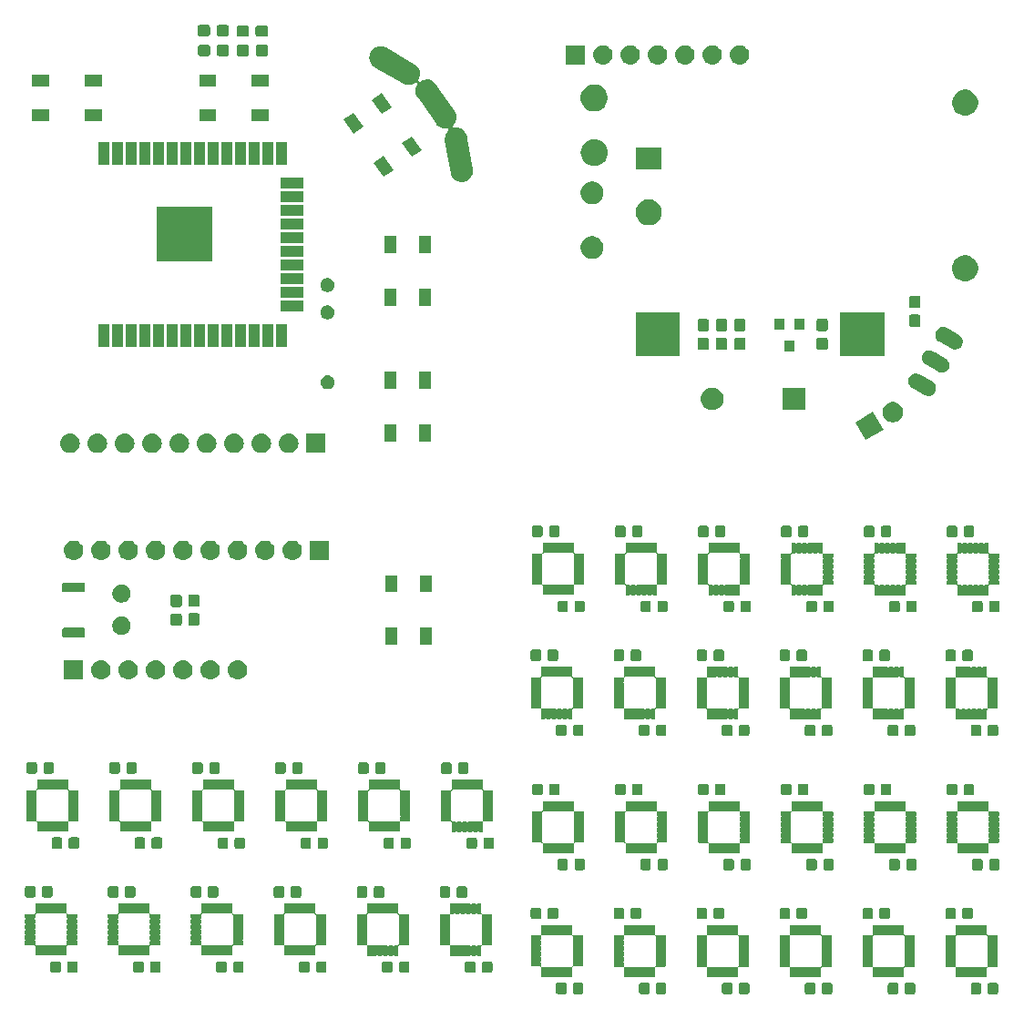
<source format=gbs>
%MOIN*%
%OFA0B0*%
%FSLAX46Y46*%
%IPPOS*%
%LPD*%
%ADD10C,0.0039370078740157488*%
%ADD21C,0.0039370078740157488*%
%ADD22C,0.0039370078740157488*%
%ADD23C,0.0039370078740157488*%
D10*
G36*
X0000967418Y0001400491D02*
G01*
X0000970024Y0001400234D01*
X0000976711Y0001398206D01*
X0000982873Y0001394912D01*
X0000984280Y0001393757D01*
X0000988275Y0001390479D01*
X0000991553Y0001386485D01*
X0000992707Y0001385078D01*
X0000996001Y0001378915D01*
X0000998030Y0001372229D01*
X0000998714Y0001365275D01*
X0000998030Y0001358321D01*
X0000996001Y0001351635D01*
X0000992707Y0001345472D01*
X0000991553Y0001344065D01*
X0000988275Y0001340071D01*
X0000984280Y0001336793D01*
X0000982873Y0001335638D01*
X0000976711Y0001332344D01*
X0000970024Y0001330316D01*
X0000967418Y0001330059D01*
X0000964813Y0001329803D01*
X0000961328Y0001329803D01*
X0000958722Y0001330059D01*
X0000956117Y0001330316D01*
X0000949430Y0001332344D01*
X0000943268Y0001335638D01*
X0000941861Y0001336793D01*
X0000937866Y0001340071D01*
X0000934588Y0001344065D01*
X0000933433Y0001345472D01*
X0000930140Y0001351635D01*
X0000928111Y0001358321D01*
X0000927426Y0001365275D01*
X0000928111Y0001372229D01*
X0000930140Y0001378915D01*
X0000933433Y0001385078D01*
X0000934588Y0001386485D01*
X0000937866Y0001390479D01*
X0000941861Y0001393757D01*
X0000943268Y0001394912D01*
X0000949430Y0001398206D01*
X0000956117Y0001400234D01*
X0000958722Y0001400491D01*
X0000961328Y0001400747D01*
X0000964813Y0001400747D01*
X0000967418Y0001400491D01*
X0000967418Y0001400491D01*
G37*
G36*
X0000867418Y0001400491D02*
G01*
X0000870024Y0001400234D01*
X0000876711Y0001398206D01*
X0000882873Y0001394912D01*
X0000884280Y0001393757D01*
X0000888275Y0001390479D01*
X0000891553Y0001386485D01*
X0000892707Y0001385078D01*
X0000896001Y0001378915D01*
X0000898030Y0001372229D01*
X0000898714Y0001365275D01*
X0000898030Y0001358321D01*
X0000896001Y0001351635D01*
X0000892707Y0001345472D01*
X0000891553Y0001344065D01*
X0000888275Y0001340071D01*
X0000884280Y0001336793D01*
X0000882873Y0001335638D01*
X0000876711Y0001332344D01*
X0000870024Y0001330316D01*
X0000867418Y0001330059D01*
X0000864813Y0001329803D01*
X0000861328Y0001329803D01*
X0000858722Y0001330059D01*
X0000856117Y0001330316D01*
X0000849430Y0001332344D01*
X0000843268Y0001335638D01*
X0000841861Y0001336793D01*
X0000837866Y0001340071D01*
X0000834588Y0001344065D01*
X0000833433Y0001345472D01*
X0000830140Y0001351635D01*
X0000828111Y0001358321D01*
X0000827426Y0001365275D01*
X0000828111Y0001372229D01*
X0000830140Y0001378915D01*
X0000833433Y0001385078D01*
X0000834588Y0001386485D01*
X0000837866Y0001390479D01*
X0000841861Y0001393757D01*
X0000843268Y0001394912D01*
X0000849430Y0001398206D01*
X0000856117Y0001400234D01*
X0000858722Y0001400491D01*
X0000861328Y0001400747D01*
X0000864813Y0001400747D01*
X0000867418Y0001400491D01*
X0000867418Y0001400491D01*
G37*
G36*
X0000398543Y0001329803D02*
G01*
X0000327598Y0001329803D01*
X0000327598Y0001400747D01*
X0000398543Y0001400747D01*
X0000398543Y0001329803D01*
X0000398543Y0001329803D01*
G37*
G36*
X0000467418Y0001400491D02*
G01*
X0000470024Y0001400234D01*
X0000476711Y0001398206D01*
X0000482873Y0001394912D01*
X0000484280Y0001393757D01*
X0000488275Y0001390479D01*
X0000491553Y0001386485D01*
X0000492707Y0001385078D01*
X0000496001Y0001378915D01*
X0000498030Y0001372229D01*
X0000498714Y0001365275D01*
X0000498030Y0001358321D01*
X0000496001Y0001351635D01*
X0000492707Y0001345472D01*
X0000491553Y0001344065D01*
X0000488275Y0001340071D01*
X0000484280Y0001336793D01*
X0000482873Y0001335638D01*
X0000476711Y0001332344D01*
X0000470024Y0001330316D01*
X0000467418Y0001330059D01*
X0000464813Y0001329803D01*
X0000461328Y0001329803D01*
X0000458722Y0001330059D01*
X0000456117Y0001330316D01*
X0000449430Y0001332344D01*
X0000443268Y0001335638D01*
X0000441861Y0001336793D01*
X0000437866Y0001340071D01*
X0000434588Y0001344065D01*
X0000433433Y0001345472D01*
X0000430140Y0001351635D01*
X0000428111Y0001358321D01*
X0000427426Y0001365275D01*
X0000428111Y0001372229D01*
X0000430140Y0001378915D01*
X0000433433Y0001385078D01*
X0000434588Y0001386485D01*
X0000437866Y0001390479D01*
X0000441861Y0001393757D01*
X0000443268Y0001394912D01*
X0000449430Y0001398206D01*
X0000456117Y0001400234D01*
X0000458722Y0001400491D01*
X0000461328Y0001400747D01*
X0000464813Y0001400747D01*
X0000467418Y0001400491D01*
X0000467418Y0001400491D01*
G37*
G36*
X0000667418Y0001400491D02*
G01*
X0000670024Y0001400234D01*
X0000676711Y0001398206D01*
X0000682873Y0001394912D01*
X0000684280Y0001393757D01*
X0000688275Y0001390479D01*
X0000691553Y0001386485D01*
X0000692707Y0001385078D01*
X0000696001Y0001378915D01*
X0000698030Y0001372229D01*
X0000698714Y0001365275D01*
X0000698030Y0001358321D01*
X0000696001Y0001351635D01*
X0000692707Y0001345472D01*
X0000691553Y0001344065D01*
X0000688275Y0001340071D01*
X0000684280Y0001336793D01*
X0000682873Y0001335638D01*
X0000676711Y0001332344D01*
X0000670024Y0001330316D01*
X0000667418Y0001330059D01*
X0000664813Y0001329803D01*
X0000661328Y0001329803D01*
X0000658722Y0001330059D01*
X0000656117Y0001330316D01*
X0000649430Y0001332344D01*
X0000643268Y0001335638D01*
X0000641861Y0001336793D01*
X0000637866Y0001340071D01*
X0000634588Y0001344065D01*
X0000633433Y0001345472D01*
X0000630140Y0001351635D01*
X0000628111Y0001358321D01*
X0000627426Y0001365275D01*
X0000628111Y0001372229D01*
X0000630140Y0001378915D01*
X0000633433Y0001385078D01*
X0000634588Y0001386485D01*
X0000637866Y0001390479D01*
X0000641861Y0001393757D01*
X0000643268Y0001394912D01*
X0000649430Y0001398206D01*
X0000656117Y0001400234D01*
X0000658722Y0001400491D01*
X0000661328Y0001400747D01*
X0000664813Y0001400747D01*
X0000667418Y0001400491D01*
X0000667418Y0001400491D01*
G37*
G36*
X0000567418Y0001400491D02*
G01*
X0000570024Y0001400234D01*
X0000576711Y0001398206D01*
X0000582873Y0001394912D01*
X0000584280Y0001393757D01*
X0000588275Y0001390479D01*
X0000591553Y0001386485D01*
X0000592707Y0001385078D01*
X0000596001Y0001378915D01*
X0000598030Y0001372229D01*
X0000598714Y0001365275D01*
X0000598030Y0001358321D01*
X0000596001Y0001351635D01*
X0000592707Y0001345472D01*
X0000591553Y0001344065D01*
X0000588275Y0001340071D01*
X0000584280Y0001336793D01*
X0000582873Y0001335638D01*
X0000576711Y0001332344D01*
X0000570024Y0001330316D01*
X0000567418Y0001330059D01*
X0000564813Y0001329803D01*
X0000561328Y0001329803D01*
X0000558722Y0001330059D01*
X0000556117Y0001330316D01*
X0000549430Y0001332344D01*
X0000543268Y0001335638D01*
X0000541861Y0001336793D01*
X0000537866Y0001340071D01*
X0000534588Y0001344065D01*
X0000533433Y0001345472D01*
X0000530140Y0001351635D01*
X0000528111Y0001358321D01*
X0000527426Y0001365275D01*
X0000528111Y0001372229D01*
X0000530140Y0001378915D01*
X0000533433Y0001385078D01*
X0000534588Y0001386485D01*
X0000537866Y0001390479D01*
X0000541861Y0001393757D01*
X0000543268Y0001394912D01*
X0000549430Y0001398206D01*
X0000556117Y0001400234D01*
X0000558722Y0001400491D01*
X0000561328Y0001400747D01*
X0000564813Y0001400747D01*
X0000567418Y0001400491D01*
X0000567418Y0001400491D01*
G37*
G36*
X0000767418Y0001400491D02*
G01*
X0000770024Y0001400234D01*
X0000776711Y0001398206D01*
X0000782873Y0001394912D01*
X0000784280Y0001393757D01*
X0000788275Y0001390479D01*
X0000791553Y0001386485D01*
X0000792707Y0001385078D01*
X0000796001Y0001378915D01*
X0000798030Y0001372229D01*
X0000798714Y0001365275D01*
X0000798030Y0001358321D01*
X0000796001Y0001351635D01*
X0000792707Y0001345472D01*
X0000791553Y0001344065D01*
X0000788275Y0001340071D01*
X0000784280Y0001336793D01*
X0000782873Y0001335638D01*
X0000776711Y0001332344D01*
X0000770024Y0001330316D01*
X0000767418Y0001330059D01*
X0000764813Y0001329803D01*
X0000761328Y0001329803D01*
X0000758722Y0001330059D01*
X0000756117Y0001330316D01*
X0000749430Y0001332344D01*
X0000743268Y0001335638D01*
X0000741861Y0001336793D01*
X0000737866Y0001340071D01*
X0000734588Y0001344065D01*
X0000733433Y0001345472D01*
X0000730140Y0001351635D01*
X0000728111Y0001358321D01*
X0000727426Y0001365275D01*
X0000728111Y0001372229D01*
X0000730140Y0001378915D01*
X0000733433Y0001385078D01*
X0000734588Y0001386485D01*
X0000737866Y0001390479D01*
X0000741861Y0001393757D01*
X0000743268Y0001394912D01*
X0000749430Y0001398206D01*
X0000756117Y0001400234D01*
X0000758722Y0001400491D01*
X0000761328Y0001400747D01*
X0000764813Y0001400747D01*
X0000767418Y0001400491D01*
X0000767418Y0001400491D01*
G37*
G36*
X0001546889Y0001456181D02*
G01*
X0001503503Y0001456181D01*
X0001503503Y0001519251D01*
X0001546889Y0001519251D01*
X0001546889Y0001456181D01*
X0001546889Y0001456181D01*
G37*
G36*
X0001672874Y0001456181D02*
G01*
X0001629488Y0001456181D01*
X0001629488Y0001519251D01*
X0001672874Y0001519251D01*
X0001672874Y0001456181D01*
X0001672874Y0001456181D01*
G37*
G36*
X0000399278Y0001519105D02*
G01*
X0000400478Y0001518741D01*
X0000401583Y0001518150D01*
X0000402552Y0001517355D01*
X0000403347Y0001516386D01*
X0000403938Y0001515281D01*
X0000404302Y0001514082D01*
X0000404448Y0001512592D01*
X0000404448Y0001490399D01*
X0000404302Y0001488910D01*
X0000403938Y0001487710D01*
X0000403347Y0001486605D01*
X0000402552Y0001485636D01*
X0000401583Y0001484841D01*
X0000400478Y0001484250D01*
X0000399278Y0001483886D01*
X0000397789Y0001483740D01*
X0000328351Y0001483740D01*
X0000326862Y0001483886D01*
X0000325663Y0001484250D01*
X0000324558Y0001484841D01*
X0000323589Y0001485636D01*
X0000322794Y0001486605D01*
X0000322203Y0001487710D01*
X0000321839Y0001488910D01*
X0000321692Y0001490399D01*
X0000321692Y0001512592D01*
X0000321839Y0001514082D01*
X0000322203Y0001515281D01*
X0000322794Y0001516386D01*
X0000323589Y0001517355D01*
X0000324558Y0001518150D01*
X0000325663Y0001518741D01*
X0000326862Y0001519105D01*
X0000328351Y0001519251D01*
X0000397789Y0001519251D01*
X0000399278Y0001519105D01*
X0000399278Y0001519105D01*
G37*
G36*
X0000548316Y0001559027D02*
G01*
X0000554413Y0001556501D01*
X0000559900Y0001552835D01*
X0000564567Y0001548168D01*
X0000568234Y0001542681D01*
X0000570759Y0001536583D01*
X0000572047Y0001530110D01*
X0000572047Y0001523511D01*
X0000570759Y0001517038D01*
X0000568234Y0001510940D01*
X0000564567Y0001505453D01*
X0000559900Y0001500786D01*
X0000554413Y0001497120D01*
X0000548316Y0001494594D01*
X0000541843Y0001493307D01*
X0000535243Y0001493307D01*
X0000528770Y0001494594D01*
X0000522673Y0001497120D01*
X0000517185Y0001500786D01*
X0000512519Y0001505453D01*
X0000508852Y0001510940D01*
X0000506326Y0001517038D01*
X0000505039Y0001523511D01*
X0000505039Y0001530110D01*
X0000506326Y0001536583D01*
X0000508852Y0001542681D01*
X0000512519Y0001548168D01*
X0000517185Y0001552835D01*
X0000522673Y0001556501D01*
X0000528770Y0001559027D01*
X0000535243Y0001560314D01*
X0000541843Y0001560314D01*
X0000548316Y0001559027D01*
X0000548316Y0001559027D01*
G37*
G36*
X0000752854Y0001571793D02*
G01*
X0000754330Y0001571345D01*
X0000755691Y0001570618D01*
X0000756883Y0001569639D01*
X0000757862Y0001568447D01*
X0000758589Y0001567086D01*
X0000759037Y0001565610D01*
X0000759212Y0001563833D01*
X0000759212Y0001534749D01*
X0000759037Y0001532972D01*
X0000758589Y0001531496D01*
X0000757862Y0001530135D01*
X0000756883Y0001528943D01*
X0000755691Y0001527964D01*
X0000754330Y0001527237D01*
X0000752854Y0001526789D01*
X0000751077Y0001526614D01*
X0000725930Y0001526614D01*
X0000724153Y0001526789D01*
X0000722677Y0001527237D01*
X0000721316Y0001527964D01*
X0000720124Y0001528943D01*
X0000719145Y0001530135D01*
X0000718418Y0001531496D01*
X0000717970Y0001532972D01*
X0000717795Y0001534749D01*
X0000717795Y0001563833D01*
X0000717970Y0001565610D01*
X0000718418Y0001567086D01*
X0000719145Y0001568447D01*
X0000720124Y0001569639D01*
X0000721316Y0001570618D01*
X0000722677Y0001571345D01*
X0000724153Y0001571793D01*
X0000725930Y0001571968D01*
X0000751077Y0001571968D01*
X0000752854Y0001571793D01*
X0000752854Y0001571793D01*
G37*
G36*
X0000817618Y0001572305D02*
G01*
X0000819094Y0001571857D01*
X0000820454Y0001571130D01*
X0000821647Y0001570151D01*
X0000822626Y0001568958D01*
X0000823353Y0001567598D01*
X0000823801Y0001566122D01*
X0000823976Y0001564344D01*
X0000823976Y0001535261D01*
X0000823801Y0001533484D01*
X0000823353Y0001532008D01*
X0000822626Y0001530647D01*
X0000821647Y0001529454D01*
X0000820454Y0001528476D01*
X0000819094Y0001527748D01*
X0000817618Y0001527300D01*
X0000815841Y0001527125D01*
X0000790694Y0001527125D01*
X0000788917Y0001527300D01*
X0000787441Y0001527748D01*
X0000786080Y0001528476D01*
X0000784887Y0001529454D01*
X0000783909Y0001530647D01*
X0000783181Y0001532008D01*
X0000782734Y0001533484D01*
X0000782559Y0001535261D01*
X0000782559Y0001564344D01*
X0000782734Y0001566122D01*
X0000783181Y0001567598D01*
X0000783909Y0001568958D01*
X0000784887Y0001570151D01*
X0000786080Y0001571130D01*
X0000787441Y0001571857D01*
X0000788917Y0001572305D01*
X0000790694Y0001572480D01*
X0000815841Y0001572480D01*
X0000817618Y0001572305D01*
X0000817618Y0001572305D01*
G37*
G36*
X0000752854Y0001640691D02*
G01*
X0000754330Y0001640243D01*
X0000755691Y0001639516D01*
X0000756883Y0001638537D01*
X0000757862Y0001637344D01*
X0000758589Y0001635984D01*
X0000759037Y0001634507D01*
X0000759212Y0001632730D01*
X0000759212Y0001603647D01*
X0000759037Y0001601870D01*
X0000758589Y0001600393D01*
X0000757862Y0001599033D01*
X0000756883Y0001597840D01*
X0000755691Y0001596861D01*
X0000754330Y0001596134D01*
X0000752854Y0001595686D01*
X0000751077Y0001595511D01*
X0000725930Y0001595511D01*
X0000724153Y0001595686D01*
X0000722677Y0001596134D01*
X0000721316Y0001596861D01*
X0000720124Y0001597840D01*
X0000719145Y0001599033D01*
X0000718418Y0001600393D01*
X0000717970Y0001601870D01*
X0000717795Y0001603647D01*
X0000717795Y0001632730D01*
X0000717970Y0001634507D01*
X0000718418Y0001635984D01*
X0000719145Y0001637344D01*
X0000720124Y0001638537D01*
X0000721316Y0001639516D01*
X0000722677Y0001640243D01*
X0000724153Y0001640691D01*
X0000725930Y0001640866D01*
X0000751077Y0001640866D01*
X0000752854Y0001640691D01*
X0000752854Y0001640691D01*
G37*
G36*
X0000817618Y0001641202D02*
G01*
X0000819094Y0001640755D01*
X0000820454Y0001640027D01*
X0000821647Y0001639049D01*
X0000822626Y0001637856D01*
X0000823353Y0001636495D01*
X0000823801Y0001635019D01*
X0000823976Y0001633242D01*
X0000823976Y0001604158D01*
X0000823801Y0001602381D01*
X0000823353Y0001600905D01*
X0000822626Y0001599545D01*
X0000821647Y0001598352D01*
X0000820454Y0001597373D01*
X0000819094Y0001596646D01*
X0000817618Y0001596198D01*
X0000815841Y0001596023D01*
X0000790694Y0001596023D01*
X0000788917Y0001596198D01*
X0000787441Y0001596646D01*
X0000786080Y0001597373D01*
X0000784887Y0001598352D01*
X0000783909Y0001599545D01*
X0000783181Y0001600905D01*
X0000782734Y0001602381D01*
X0000782559Y0001604158D01*
X0000782559Y0001633242D01*
X0000782734Y0001635019D01*
X0000783181Y0001636495D01*
X0000783909Y0001637856D01*
X0000784887Y0001639049D01*
X0000786080Y0001640027D01*
X0000787441Y0001640755D01*
X0000788917Y0001641202D01*
X0000790694Y0001641377D01*
X0000815841Y0001641377D01*
X0000817618Y0001641202D01*
X0000817618Y0001641202D01*
G37*
G36*
X0000548316Y0001677137D02*
G01*
X0000554413Y0001674612D01*
X0000559900Y0001670945D01*
X0000564567Y0001666278D01*
X0000568234Y0001660791D01*
X0000570759Y0001654694D01*
X0000572047Y0001648221D01*
X0000572047Y0001641621D01*
X0000570759Y0001635148D01*
X0000568234Y0001629051D01*
X0000564567Y0001623563D01*
X0000559900Y0001618897D01*
X0000554413Y0001615230D01*
X0000548316Y0001612704D01*
X0000541843Y0001611417D01*
X0000535243Y0001611417D01*
X0000528770Y0001612704D01*
X0000522673Y0001615230D01*
X0000517185Y0001618897D01*
X0000512519Y0001623563D01*
X0000508852Y0001629051D01*
X0000506326Y0001635148D01*
X0000505039Y0001641621D01*
X0000505039Y0001648221D01*
X0000506326Y0001654694D01*
X0000508852Y0001660791D01*
X0000512519Y0001666278D01*
X0000517185Y0001670945D01*
X0000522673Y0001674612D01*
X0000528770Y0001677137D01*
X0000535243Y0001678425D01*
X0000541843Y0001678425D01*
X0000548316Y0001677137D01*
X0000548316Y0001677137D01*
G37*
G36*
X0001672874Y0001649094D02*
G01*
X0001629488Y0001649094D01*
X0001629488Y0001712165D01*
X0001672874Y0001712165D01*
X0001672874Y0001649094D01*
X0001672874Y0001649094D01*
G37*
G36*
X0001546889Y0001649094D02*
G01*
X0001503503Y0001649094D01*
X0001503503Y0001712165D01*
X0001546889Y0001712165D01*
X0001546889Y0001649094D01*
X0001546889Y0001649094D01*
G37*
G36*
X0000399278Y0001684459D02*
G01*
X0000400478Y0001684095D01*
X0000401583Y0001683504D01*
X0000402552Y0001682709D01*
X0000403347Y0001681741D01*
X0000403938Y0001680635D01*
X0000404302Y0001679436D01*
X0000404448Y0001677947D01*
X0000404448Y0001655753D01*
X0000404302Y0001654264D01*
X0000403938Y0001653065D01*
X0000403347Y0001651959D01*
X0000402552Y0001650990D01*
X0000401583Y0001650195D01*
X0000400478Y0001649604D01*
X0000399278Y0001649241D01*
X0000397789Y0001649094D01*
X0000328351Y0001649094D01*
X0000326862Y0001649241D01*
X0000325663Y0001649604D01*
X0000324558Y0001650195D01*
X0000323589Y0001650990D01*
X0000322794Y0001651959D01*
X0000322203Y0001653065D01*
X0000321839Y0001654264D01*
X0000321692Y0001655753D01*
X0000321692Y0001677947D01*
X0000321839Y0001679436D01*
X0000322203Y0001680635D01*
X0000322794Y0001681741D01*
X0000323589Y0001682709D01*
X0000324558Y0001683504D01*
X0000325663Y0001684095D01*
X0000326862Y0001684459D01*
X0000328351Y0001684606D01*
X0000397789Y0001684606D01*
X0000399278Y0001684459D01*
X0000399278Y0001684459D01*
G37*
G36*
X0000467419Y0001838286D02*
G01*
X0000470024Y0001838030D01*
X0000476711Y0001836001D01*
X0000482873Y0001832707D01*
X0000484280Y0001831553D01*
X0000488275Y0001828275D01*
X0000491553Y0001824280D01*
X0000492707Y0001822873D01*
X0000496001Y0001816711D01*
X0000498030Y0001810024D01*
X0000498714Y0001803070D01*
X0000498030Y0001796117D01*
X0000496001Y0001789430D01*
X0000492707Y0001783268D01*
X0000491553Y0001781861D01*
X0000488275Y0001777866D01*
X0000484280Y0001774588D01*
X0000482873Y0001773433D01*
X0000476711Y0001770140D01*
X0000470024Y0001768111D01*
X0000467419Y0001767855D01*
X0000464813Y0001767598D01*
X0000461328Y0001767598D01*
X0000458722Y0001767855D01*
X0000456117Y0001768111D01*
X0000449430Y0001770140D01*
X0000443268Y0001773433D01*
X0000441861Y0001774588D01*
X0000437866Y0001777866D01*
X0000434588Y0001781861D01*
X0000433433Y0001783268D01*
X0000430140Y0001789430D01*
X0000428111Y0001796117D01*
X0000427426Y0001803070D01*
X0000428111Y0001810024D01*
X0000430140Y0001816711D01*
X0000433433Y0001822873D01*
X0000434588Y0001824280D01*
X0000437866Y0001828275D01*
X0000441861Y0001831553D01*
X0000443268Y0001832707D01*
X0000449430Y0001836001D01*
X0000456117Y0001838030D01*
X0000458722Y0001838286D01*
X0000461328Y0001838543D01*
X0000464813Y0001838543D01*
X0000467419Y0001838286D01*
X0000467419Y0001838286D01*
G37*
G36*
X0000667418Y0001838286D02*
G01*
X0000670024Y0001838030D01*
X0000676711Y0001836001D01*
X0000682873Y0001832707D01*
X0000684280Y0001831553D01*
X0000688275Y0001828275D01*
X0000691553Y0001824280D01*
X0000692707Y0001822873D01*
X0000696001Y0001816711D01*
X0000698030Y0001810024D01*
X0000698714Y0001803070D01*
X0000698030Y0001796117D01*
X0000696001Y0001789430D01*
X0000692707Y0001783268D01*
X0000691553Y0001781861D01*
X0000688275Y0001777866D01*
X0000684280Y0001774588D01*
X0000682873Y0001773433D01*
X0000676711Y0001770140D01*
X0000670024Y0001768111D01*
X0000667418Y0001767855D01*
X0000664813Y0001767598D01*
X0000661328Y0001767598D01*
X0000658722Y0001767855D01*
X0000656117Y0001768111D01*
X0000649430Y0001770140D01*
X0000643268Y0001773433D01*
X0000641861Y0001774588D01*
X0000637866Y0001777866D01*
X0000634588Y0001781861D01*
X0000633433Y0001783268D01*
X0000630140Y0001789430D01*
X0000628111Y0001796117D01*
X0000627426Y0001803070D01*
X0000628111Y0001810024D01*
X0000630140Y0001816711D01*
X0000633433Y0001822873D01*
X0000634588Y0001824280D01*
X0000637866Y0001828275D01*
X0000641861Y0001831553D01*
X0000643268Y0001832707D01*
X0000649430Y0001836001D01*
X0000656117Y0001838030D01*
X0000658722Y0001838286D01*
X0000661328Y0001838543D01*
X0000664813Y0001838543D01*
X0000667418Y0001838286D01*
X0000667418Y0001838286D01*
G37*
G36*
X0000767419Y0001838286D02*
G01*
X0000770024Y0001838030D01*
X0000776711Y0001836001D01*
X0000782873Y0001832707D01*
X0000784280Y0001831553D01*
X0000788275Y0001828275D01*
X0000791553Y0001824280D01*
X0000792707Y0001822873D01*
X0000796001Y0001816711D01*
X0000798030Y0001810024D01*
X0000798714Y0001803070D01*
X0000798030Y0001796117D01*
X0000796001Y0001789430D01*
X0000792707Y0001783268D01*
X0000791553Y0001781861D01*
X0000788275Y0001777866D01*
X0000784280Y0001774588D01*
X0000782873Y0001773433D01*
X0000776711Y0001770140D01*
X0000770024Y0001768111D01*
X0000767419Y0001767855D01*
X0000764813Y0001767598D01*
X0000761328Y0001767598D01*
X0000758722Y0001767855D01*
X0000756117Y0001768111D01*
X0000749430Y0001770140D01*
X0000743268Y0001773433D01*
X0000741861Y0001774588D01*
X0000737866Y0001777866D01*
X0000734588Y0001781861D01*
X0000733433Y0001783268D01*
X0000730140Y0001789430D01*
X0000728111Y0001796117D01*
X0000727426Y0001803070D01*
X0000728111Y0001810024D01*
X0000730140Y0001816711D01*
X0000733433Y0001822873D01*
X0000734588Y0001824280D01*
X0000737866Y0001828275D01*
X0000741861Y0001831553D01*
X0000743268Y0001832707D01*
X0000749430Y0001836001D01*
X0000756117Y0001838030D01*
X0000758722Y0001838286D01*
X0000761328Y0001838543D01*
X0000764813Y0001838543D01*
X0000767419Y0001838286D01*
X0000767419Y0001838286D01*
G37*
G36*
X0001298543Y0001767598D02*
G01*
X0001227598Y0001767598D01*
X0001227598Y0001838543D01*
X0001298543Y0001838543D01*
X0001298543Y0001767598D01*
X0001298543Y0001767598D01*
G37*
G36*
X0001067419Y0001838286D02*
G01*
X0001070024Y0001838030D01*
X0001076711Y0001836001D01*
X0001082873Y0001832707D01*
X0001084280Y0001831553D01*
X0001088275Y0001828275D01*
X0001091553Y0001824280D01*
X0001092707Y0001822873D01*
X0001096001Y0001816711D01*
X0001098030Y0001810024D01*
X0001098714Y0001803070D01*
X0001098030Y0001796117D01*
X0001096001Y0001789430D01*
X0001092707Y0001783268D01*
X0001091553Y0001781861D01*
X0001088275Y0001777866D01*
X0001084280Y0001774588D01*
X0001082873Y0001773433D01*
X0001076711Y0001770140D01*
X0001070024Y0001768111D01*
X0001067419Y0001767855D01*
X0001064813Y0001767598D01*
X0001061328Y0001767598D01*
X0001058722Y0001767855D01*
X0001056117Y0001768111D01*
X0001049430Y0001770140D01*
X0001043268Y0001773433D01*
X0001041861Y0001774588D01*
X0001037866Y0001777866D01*
X0001034588Y0001781861D01*
X0001033433Y0001783268D01*
X0001030140Y0001789430D01*
X0001028111Y0001796117D01*
X0001027426Y0001803070D01*
X0001028111Y0001810024D01*
X0001030140Y0001816711D01*
X0001033433Y0001822873D01*
X0001034588Y0001824280D01*
X0001037866Y0001828275D01*
X0001041861Y0001831553D01*
X0001043268Y0001832707D01*
X0001049430Y0001836001D01*
X0001056117Y0001838030D01*
X0001058722Y0001838286D01*
X0001061328Y0001838543D01*
X0001064813Y0001838543D01*
X0001067419Y0001838286D01*
X0001067419Y0001838286D01*
G37*
G36*
X0001167419Y0001838286D02*
G01*
X0001170024Y0001838030D01*
X0001176711Y0001836001D01*
X0001182873Y0001832707D01*
X0001184280Y0001831553D01*
X0001188275Y0001828275D01*
X0001191553Y0001824280D01*
X0001192707Y0001822873D01*
X0001196001Y0001816711D01*
X0001198030Y0001810024D01*
X0001198714Y0001803070D01*
X0001198030Y0001796117D01*
X0001196001Y0001789430D01*
X0001192707Y0001783268D01*
X0001191553Y0001781861D01*
X0001188275Y0001777866D01*
X0001184280Y0001774588D01*
X0001182873Y0001773433D01*
X0001176711Y0001770140D01*
X0001170024Y0001768111D01*
X0001167419Y0001767855D01*
X0001164813Y0001767598D01*
X0001161328Y0001767598D01*
X0001158722Y0001767855D01*
X0001156117Y0001768111D01*
X0001149430Y0001770140D01*
X0001143268Y0001773433D01*
X0001141861Y0001774588D01*
X0001137866Y0001777866D01*
X0001134588Y0001781861D01*
X0001133433Y0001783268D01*
X0001130140Y0001789430D01*
X0001128111Y0001796117D01*
X0001127426Y0001803070D01*
X0001128111Y0001810024D01*
X0001130140Y0001816711D01*
X0001133433Y0001822873D01*
X0001134588Y0001824280D01*
X0001137866Y0001828275D01*
X0001141861Y0001831553D01*
X0001143268Y0001832707D01*
X0001149430Y0001836001D01*
X0001156117Y0001838030D01*
X0001158722Y0001838286D01*
X0001161328Y0001838543D01*
X0001164813Y0001838543D01*
X0001167419Y0001838286D01*
X0001167419Y0001838286D01*
G37*
G36*
X0000567418Y0001838286D02*
G01*
X0000570024Y0001838030D01*
X0000576711Y0001836001D01*
X0000582873Y0001832707D01*
X0000584280Y0001831553D01*
X0000588275Y0001828275D01*
X0000591553Y0001824280D01*
X0000592707Y0001822873D01*
X0000596001Y0001816711D01*
X0000598030Y0001810024D01*
X0000598714Y0001803070D01*
X0000598030Y0001796117D01*
X0000596001Y0001789430D01*
X0000592707Y0001783268D01*
X0000591553Y0001781861D01*
X0000588275Y0001777866D01*
X0000584280Y0001774588D01*
X0000582873Y0001773433D01*
X0000576711Y0001770140D01*
X0000570024Y0001768111D01*
X0000567418Y0001767855D01*
X0000564813Y0001767598D01*
X0000561328Y0001767598D01*
X0000558722Y0001767855D01*
X0000556117Y0001768111D01*
X0000549430Y0001770140D01*
X0000543268Y0001773433D01*
X0000541861Y0001774588D01*
X0000537866Y0001777866D01*
X0000534588Y0001781861D01*
X0000533433Y0001783268D01*
X0000530140Y0001789430D01*
X0000528111Y0001796117D01*
X0000527426Y0001803070D01*
X0000528111Y0001810024D01*
X0000530140Y0001816711D01*
X0000533433Y0001822873D01*
X0000534588Y0001824280D01*
X0000537866Y0001828275D01*
X0000541861Y0001831553D01*
X0000543268Y0001832707D01*
X0000549430Y0001836001D01*
X0000556117Y0001838030D01*
X0000558722Y0001838286D01*
X0000561328Y0001838543D01*
X0000564813Y0001838543D01*
X0000567418Y0001838286D01*
X0000567418Y0001838286D01*
G37*
G36*
X0000967418Y0001838286D02*
G01*
X0000970024Y0001838030D01*
X0000976711Y0001836001D01*
X0000982873Y0001832707D01*
X0000984280Y0001831553D01*
X0000988275Y0001828275D01*
X0000991553Y0001824280D01*
X0000992707Y0001822873D01*
X0000996001Y0001816711D01*
X0000998030Y0001810024D01*
X0000998714Y0001803070D01*
X0000998030Y0001796117D01*
X0000996001Y0001789430D01*
X0000992707Y0001783268D01*
X0000991553Y0001781861D01*
X0000988275Y0001777866D01*
X0000984280Y0001774588D01*
X0000982873Y0001773433D01*
X0000976711Y0001770140D01*
X0000970024Y0001768111D01*
X0000967418Y0001767855D01*
X0000964813Y0001767598D01*
X0000961328Y0001767598D01*
X0000958722Y0001767855D01*
X0000956117Y0001768111D01*
X0000949430Y0001770140D01*
X0000943268Y0001773433D01*
X0000941861Y0001774588D01*
X0000937866Y0001777866D01*
X0000934588Y0001781861D01*
X0000933433Y0001783268D01*
X0000930140Y0001789430D01*
X0000928111Y0001796117D01*
X0000927426Y0001803070D01*
X0000928111Y0001810024D01*
X0000930140Y0001816711D01*
X0000933433Y0001822873D01*
X0000934588Y0001824280D01*
X0000937866Y0001828275D01*
X0000941861Y0001831553D01*
X0000943268Y0001832707D01*
X0000949430Y0001836001D01*
X0000956117Y0001838030D01*
X0000958722Y0001838286D01*
X0000961328Y0001838543D01*
X0000964813Y0001838543D01*
X0000967418Y0001838286D01*
X0000967418Y0001838286D01*
G37*
G36*
X0000367419Y0001838286D02*
G01*
X0000370024Y0001838030D01*
X0000376711Y0001836001D01*
X0000382873Y0001832707D01*
X0000384280Y0001831553D01*
X0000388275Y0001828275D01*
X0000391553Y0001824280D01*
X0000392707Y0001822873D01*
X0000396001Y0001816711D01*
X0000398030Y0001810024D01*
X0000398714Y0001803070D01*
X0000398030Y0001796117D01*
X0000396001Y0001789430D01*
X0000392707Y0001783268D01*
X0000391553Y0001781861D01*
X0000388275Y0001777866D01*
X0000384280Y0001774588D01*
X0000382873Y0001773433D01*
X0000376711Y0001770140D01*
X0000370024Y0001768111D01*
X0000367419Y0001767855D01*
X0000364813Y0001767598D01*
X0000361328Y0001767598D01*
X0000358722Y0001767855D01*
X0000356117Y0001768111D01*
X0000349430Y0001770140D01*
X0000343268Y0001773433D01*
X0000341861Y0001774588D01*
X0000337866Y0001777866D01*
X0000334588Y0001781861D01*
X0000333433Y0001783268D01*
X0000330140Y0001789430D01*
X0000328111Y0001796117D01*
X0000327426Y0001803070D01*
X0000328111Y0001810024D01*
X0000330140Y0001816711D01*
X0000333433Y0001822873D01*
X0000334588Y0001824280D01*
X0000337866Y0001828275D01*
X0000341861Y0001831553D01*
X0000343268Y0001832707D01*
X0000349430Y0001836001D01*
X0000356117Y0001838030D01*
X0000358722Y0001838286D01*
X0000361328Y0001838543D01*
X0000364813Y0001838543D01*
X0000367419Y0001838286D01*
X0000367419Y0001838286D01*
G37*
G36*
X0000867419Y0001838286D02*
G01*
X0000870024Y0001838030D01*
X0000876711Y0001836001D01*
X0000882873Y0001832707D01*
X0000884280Y0001831553D01*
X0000888275Y0001828275D01*
X0000891553Y0001824280D01*
X0000892707Y0001822873D01*
X0000896001Y0001816711D01*
X0000898030Y0001810024D01*
X0000898714Y0001803070D01*
X0000898030Y0001796117D01*
X0000896001Y0001789430D01*
X0000892707Y0001783268D01*
X0000891553Y0001781861D01*
X0000888275Y0001777866D01*
X0000884280Y0001774588D01*
X0000882873Y0001773433D01*
X0000876711Y0001770140D01*
X0000870024Y0001768111D01*
X0000867419Y0001767855D01*
X0000864813Y0001767598D01*
X0000861328Y0001767598D01*
X0000858722Y0001767855D01*
X0000856117Y0001768111D01*
X0000849430Y0001770140D01*
X0000843268Y0001773433D01*
X0000841861Y0001774588D01*
X0000837866Y0001777866D01*
X0000834588Y0001781861D01*
X0000833433Y0001783268D01*
X0000830140Y0001789430D01*
X0000828111Y0001796117D01*
X0000827426Y0001803070D01*
X0000828111Y0001810024D01*
X0000830140Y0001816711D01*
X0000833433Y0001822873D01*
X0000834588Y0001824280D01*
X0000837866Y0001828275D01*
X0000841861Y0001831553D01*
X0000843268Y0001832707D01*
X0000849430Y0001836001D01*
X0000856117Y0001838030D01*
X0000858722Y0001838286D01*
X0000861328Y0001838543D01*
X0000864813Y0001838543D01*
X0000867419Y0001838286D01*
X0000867419Y0001838286D01*
G37*
G36*
X0001285669Y0002159370D02*
G01*
X0001214724Y0002159370D01*
X0001214724Y0002230314D01*
X0001285669Y0002230314D01*
X0001285669Y0002159370D01*
X0001285669Y0002159370D01*
G37*
G36*
X0001154544Y0002230058D02*
G01*
X0001157150Y0002229801D01*
X0001163837Y0002227773D01*
X0001169999Y0002224479D01*
X0001171406Y0002223324D01*
X0001175401Y0002220046D01*
X0001178679Y0002216052D01*
X0001179833Y0002214645D01*
X0001183127Y0002208482D01*
X0001185155Y0002201796D01*
X0001185840Y0002194842D01*
X0001185155Y0002187888D01*
X0001183127Y0002181202D01*
X0001179833Y0002175039D01*
X0001178679Y0002173632D01*
X0001175401Y0002169638D01*
X0001171406Y0002166360D01*
X0001169999Y0002165205D01*
X0001163837Y0002161911D01*
X0001157150Y0002159883D01*
X0001154545Y0002159626D01*
X0001151939Y0002159370D01*
X0001148454Y0002159370D01*
X0001145848Y0002159626D01*
X0001143243Y0002159883D01*
X0001136556Y0002161911D01*
X0001130394Y0002165205D01*
X0001128987Y0002166360D01*
X0001124992Y0002169638D01*
X0001121714Y0002173632D01*
X0001120559Y0002175039D01*
X0001117266Y0002181202D01*
X0001115237Y0002187888D01*
X0001114552Y0002194842D01*
X0001115237Y0002201796D01*
X0001117266Y0002208482D01*
X0001120559Y0002214645D01*
X0001121714Y0002216052D01*
X0001124992Y0002220046D01*
X0001128987Y0002223324D01*
X0001130394Y0002224479D01*
X0001136556Y0002227773D01*
X0001143243Y0002229801D01*
X0001145848Y0002230058D01*
X0001148454Y0002230314D01*
X0001151939Y0002230314D01*
X0001154544Y0002230058D01*
X0001154544Y0002230058D01*
G37*
G36*
X0001054544Y0002230058D02*
G01*
X0001057150Y0002229801D01*
X0001063837Y0002227773D01*
X0001069999Y0002224479D01*
X0001071406Y0002223324D01*
X0001075401Y0002220046D01*
X0001078679Y0002216052D01*
X0001079833Y0002214645D01*
X0001083127Y0002208482D01*
X0001085155Y0002201796D01*
X0001085840Y0002194842D01*
X0001085155Y0002187888D01*
X0001083127Y0002181202D01*
X0001079833Y0002175039D01*
X0001078679Y0002173632D01*
X0001075401Y0002169638D01*
X0001071406Y0002166360D01*
X0001069999Y0002165205D01*
X0001063837Y0002161911D01*
X0001057150Y0002159883D01*
X0001054544Y0002159626D01*
X0001051939Y0002159370D01*
X0001048454Y0002159370D01*
X0001045848Y0002159626D01*
X0001043242Y0002159883D01*
X0001036556Y0002161911D01*
X0001030394Y0002165205D01*
X0001028987Y0002166360D01*
X0001024992Y0002169638D01*
X0001021714Y0002173632D01*
X0001020559Y0002175039D01*
X0001017266Y0002181202D01*
X0001015237Y0002187888D01*
X0001014552Y0002194842D01*
X0001015237Y0002201796D01*
X0001017266Y0002208482D01*
X0001020559Y0002214645D01*
X0001021714Y0002216052D01*
X0001024992Y0002220046D01*
X0001028987Y0002223324D01*
X0001030394Y0002224479D01*
X0001036556Y0002227773D01*
X0001043242Y0002229801D01*
X0001045848Y0002230058D01*
X0001048454Y0002230314D01*
X0001051939Y0002230314D01*
X0001054544Y0002230058D01*
X0001054544Y0002230058D01*
G37*
G36*
X0000954544Y0002230058D02*
G01*
X0000957150Y0002229801D01*
X0000963837Y0002227773D01*
X0000969999Y0002224479D01*
X0000971406Y0002223324D01*
X0000975400Y0002220046D01*
X0000978679Y0002216052D01*
X0000979833Y0002214645D01*
X0000983127Y0002208482D01*
X0000985156Y0002201796D01*
X0000985840Y0002194842D01*
X0000985156Y0002187888D01*
X0000983127Y0002181202D01*
X0000979833Y0002175039D01*
X0000978679Y0002173632D01*
X0000975400Y0002169638D01*
X0000971406Y0002166360D01*
X0000969999Y0002165205D01*
X0000963837Y0002161911D01*
X0000957150Y0002159883D01*
X0000954544Y0002159626D01*
X0000951939Y0002159370D01*
X0000948454Y0002159370D01*
X0000945848Y0002159626D01*
X0000943242Y0002159883D01*
X0000936556Y0002161911D01*
X0000930394Y0002165205D01*
X0000928987Y0002166360D01*
X0000924992Y0002169638D01*
X0000921714Y0002173632D01*
X0000920559Y0002175039D01*
X0000917265Y0002181202D01*
X0000915237Y0002187888D01*
X0000914552Y0002194842D01*
X0000915237Y0002201796D01*
X0000917265Y0002208482D01*
X0000920559Y0002214645D01*
X0000921714Y0002216052D01*
X0000924992Y0002220046D01*
X0000928987Y0002223324D01*
X0000930394Y0002224479D01*
X0000936556Y0002227773D01*
X0000943242Y0002229801D01*
X0000945848Y0002230058D01*
X0000948454Y0002230314D01*
X0000951939Y0002230314D01*
X0000954544Y0002230058D01*
X0000954544Y0002230058D01*
G37*
G36*
X0000854544Y0002230058D02*
G01*
X0000857150Y0002229801D01*
X0000863837Y0002227773D01*
X0000869999Y0002224479D01*
X0000871406Y0002223324D01*
X0000875401Y0002220046D01*
X0000878679Y0002216052D01*
X0000879833Y0002214645D01*
X0000883127Y0002208482D01*
X0000885156Y0002201796D01*
X0000885840Y0002194842D01*
X0000885156Y0002187888D01*
X0000883127Y0002181202D01*
X0000879833Y0002175039D01*
X0000878679Y0002173632D01*
X0000875401Y0002169638D01*
X0000871406Y0002166360D01*
X0000869999Y0002165205D01*
X0000863837Y0002161911D01*
X0000857150Y0002159883D01*
X0000854545Y0002159626D01*
X0000851939Y0002159370D01*
X0000848454Y0002159370D01*
X0000845848Y0002159626D01*
X0000843243Y0002159883D01*
X0000836556Y0002161911D01*
X0000830394Y0002165205D01*
X0000828987Y0002166360D01*
X0000824992Y0002169638D01*
X0000821714Y0002173632D01*
X0000820559Y0002175039D01*
X0000817265Y0002181202D01*
X0000815237Y0002187888D01*
X0000814552Y0002194842D01*
X0000815237Y0002201796D01*
X0000817265Y0002208482D01*
X0000820559Y0002214645D01*
X0000821714Y0002216052D01*
X0000824992Y0002220046D01*
X0000828987Y0002223324D01*
X0000830394Y0002224479D01*
X0000836556Y0002227773D01*
X0000843243Y0002229801D01*
X0000845848Y0002230058D01*
X0000848454Y0002230314D01*
X0000851939Y0002230314D01*
X0000854544Y0002230058D01*
X0000854544Y0002230058D01*
G37*
G36*
X0000654544Y0002230058D02*
G01*
X0000657150Y0002229801D01*
X0000663837Y0002227773D01*
X0000669999Y0002224479D01*
X0000671406Y0002223324D01*
X0000675400Y0002220046D01*
X0000678679Y0002216052D01*
X0000679833Y0002214645D01*
X0000683127Y0002208482D01*
X0000685156Y0002201796D01*
X0000685840Y0002194842D01*
X0000685156Y0002187888D01*
X0000683127Y0002181202D01*
X0000679833Y0002175039D01*
X0000678679Y0002173632D01*
X0000675400Y0002169638D01*
X0000671406Y0002166360D01*
X0000669999Y0002165205D01*
X0000663837Y0002161911D01*
X0000657150Y0002159883D01*
X0000654544Y0002159626D01*
X0000651939Y0002159370D01*
X0000648454Y0002159370D01*
X0000645848Y0002159626D01*
X0000643242Y0002159883D01*
X0000636556Y0002161911D01*
X0000630394Y0002165205D01*
X0000628987Y0002166360D01*
X0000624992Y0002169638D01*
X0000621714Y0002173632D01*
X0000620559Y0002175039D01*
X0000617266Y0002181202D01*
X0000615237Y0002187888D01*
X0000614552Y0002194842D01*
X0000615237Y0002201796D01*
X0000617266Y0002208482D01*
X0000620559Y0002214645D01*
X0000621714Y0002216052D01*
X0000624992Y0002220046D01*
X0000628987Y0002223324D01*
X0000630394Y0002224479D01*
X0000636556Y0002227773D01*
X0000643242Y0002229801D01*
X0000645848Y0002230058D01*
X0000648454Y0002230314D01*
X0000651939Y0002230314D01*
X0000654544Y0002230058D01*
X0000654544Y0002230058D01*
G37*
G36*
X0000554544Y0002230058D02*
G01*
X0000557150Y0002229801D01*
X0000563837Y0002227773D01*
X0000569999Y0002224479D01*
X0000571406Y0002223324D01*
X0000575400Y0002220046D01*
X0000578679Y0002216052D01*
X0000579833Y0002214645D01*
X0000583127Y0002208482D01*
X0000585156Y0002201796D01*
X0000585840Y0002194842D01*
X0000585156Y0002187888D01*
X0000583127Y0002181202D01*
X0000579833Y0002175039D01*
X0000578679Y0002173632D01*
X0000575400Y0002169638D01*
X0000571406Y0002166360D01*
X0000569999Y0002165205D01*
X0000563837Y0002161911D01*
X0000557150Y0002159883D01*
X0000554544Y0002159626D01*
X0000551939Y0002159370D01*
X0000548454Y0002159370D01*
X0000545848Y0002159626D01*
X0000543242Y0002159883D01*
X0000536556Y0002161911D01*
X0000530394Y0002165205D01*
X0000528987Y0002166360D01*
X0000524992Y0002169638D01*
X0000521714Y0002173632D01*
X0000520559Y0002175039D01*
X0000517265Y0002181202D01*
X0000515237Y0002187888D01*
X0000514552Y0002194842D01*
X0000515237Y0002201796D01*
X0000517265Y0002208482D01*
X0000520559Y0002214645D01*
X0000521714Y0002216052D01*
X0000524992Y0002220046D01*
X0000528987Y0002223324D01*
X0000530394Y0002224479D01*
X0000536556Y0002227773D01*
X0000543242Y0002229801D01*
X0000545848Y0002230058D01*
X0000548454Y0002230314D01*
X0000551939Y0002230314D01*
X0000554544Y0002230058D01*
X0000554544Y0002230058D01*
G37*
G36*
X0000454544Y0002230058D02*
G01*
X0000457150Y0002229801D01*
X0000463837Y0002227773D01*
X0000469999Y0002224479D01*
X0000471406Y0002223324D01*
X0000475401Y0002220046D01*
X0000478679Y0002216052D01*
X0000479833Y0002214645D01*
X0000483127Y0002208482D01*
X0000485155Y0002201796D01*
X0000485840Y0002194842D01*
X0000485155Y0002187888D01*
X0000483127Y0002181202D01*
X0000479833Y0002175039D01*
X0000478679Y0002173632D01*
X0000475401Y0002169638D01*
X0000471406Y0002166360D01*
X0000469999Y0002165205D01*
X0000463837Y0002161911D01*
X0000457150Y0002159883D01*
X0000454545Y0002159626D01*
X0000451939Y0002159370D01*
X0000448454Y0002159370D01*
X0000445848Y0002159626D01*
X0000443243Y0002159883D01*
X0000436556Y0002161911D01*
X0000430394Y0002165205D01*
X0000428987Y0002166360D01*
X0000424992Y0002169638D01*
X0000421714Y0002173632D01*
X0000420559Y0002175039D01*
X0000417266Y0002181202D01*
X0000415237Y0002187888D01*
X0000414552Y0002194842D01*
X0000415237Y0002201796D01*
X0000417266Y0002208482D01*
X0000420559Y0002214645D01*
X0000421714Y0002216052D01*
X0000424992Y0002220046D01*
X0000428987Y0002223324D01*
X0000430394Y0002224479D01*
X0000436556Y0002227773D01*
X0000443243Y0002229801D01*
X0000445848Y0002230058D01*
X0000448454Y0002230314D01*
X0000451939Y0002230314D01*
X0000454544Y0002230058D01*
X0000454544Y0002230058D01*
G37*
G36*
X0000354544Y0002230058D02*
G01*
X0000357150Y0002229801D01*
X0000363837Y0002227773D01*
X0000369999Y0002224479D01*
X0000371406Y0002223324D01*
X0000375401Y0002220046D01*
X0000378679Y0002216052D01*
X0000379833Y0002214645D01*
X0000383127Y0002208482D01*
X0000385155Y0002201796D01*
X0000385840Y0002194842D01*
X0000385155Y0002187888D01*
X0000383127Y0002181202D01*
X0000379833Y0002175039D01*
X0000378679Y0002173632D01*
X0000375401Y0002169638D01*
X0000371406Y0002166360D01*
X0000369999Y0002165205D01*
X0000363837Y0002161911D01*
X0000357150Y0002159883D01*
X0000354545Y0002159626D01*
X0000351939Y0002159370D01*
X0000348454Y0002159370D01*
X0000345848Y0002159626D01*
X0000343243Y0002159883D01*
X0000336556Y0002161911D01*
X0000330394Y0002165205D01*
X0000328987Y0002166360D01*
X0000324992Y0002169638D01*
X0000321714Y0002173632D01*
X0000320559Y0002175039D01*
X0000317266Y0002181202D01*
X0000315237Y0002187888D01*
X0000314552Y0002194842D01*
X0000315237Y0002201796D01*
X0000317266Y0002208482D01*
X0000320559Y0002214645D01*
X0000321714Y0002216052D01*
X0000324992Y0002220046D01*
X0000328987Y0002223324D01*
X0000330394Y0002224479D01*
X0000336556Y0002227773D01*
X0000343243Y0002229801D01*
X0000345848Y0002230058D01*
X0000348454Y0002230314D01*
X0000351939Y0002230314D01*
X0000354544Y0002230058D01*
X0000354544Y0002230058D01*
G37*
G36*
X0000754544Y0002230058D02*
G01*
X0000757150Y0002229801D01*
X0000763837Y0002227773D01*
X0000769999Y0002224479D01*
X0000771406Y0002223324D01*
X0000775401Y0002220046D01*
X0000778679Y0002216052D01*
X0000779833Y0002214645D01*
X0000783127Y0002208482D01*
X0000785155Y0002201796D01*
X0000785840Y0002194842D01*
X0000785155Y0002187888D01*
X0000783127Y0002181202D01*
X0000779833Y0002175039D01*
X0000778679Y0002173632D01*
X0000775401Y0002169638D01*
X0000771406Y0002166360D01*
X0000769999Y0002165205D01*
X0000763837Y0002161911D01*
X0000757150Y0002159883D01*
X0000754545Y0002159626D01*
X0000751939Y0002159370D01*
X0000748454Y0002159370D01*
X0000745848Y0002159626D01*
X0000743243Y0002159883D01*
X0000736556Y0002161911D01*
X0000730394Y0002165205D01*
X0000728987Y0002166360D01*
X0000724992Y0002169638D01*
X0000721714Y0002173632D01*
X0000720559Y0002175039D01*
X0000717266Y0002181202D01*
X0000715237Y0002187888D01*
X0000714552Y0002194842D01*
X0000715237Y0002201796D01*
X0000717266Y0002208482D01*
X0000720559Y0002214645D01*
X0000721714Y0002216052D01*
X0000724992Y0002220046D01*
X0000728987Y0002223324D01*
X0000730394Y0002224479D01*
X0000736556Y0002227773D01*
X0000743243Y0002229801D01*
X0000745848Y0002230058D01*
X0000748454Y0002230314D01*
X0000751939Y0002230314D01*
X0000754544Y0002230058D01*
X0000754544Y0002230058D01*
G37*
G36*
X0001543228Y0002199881D02*
G01*
X0001499842Y0002199881D01*
X0001499842Y0002262952D01*
X0001543228Y0002262952D01*
X0001543228Y0002199881D01*
X0001543228Y0002199881D01*
G37*
G36*
X0001669212Y0002199881D02*
G01*
X0001625826Y0002199881D01*
X0001625826Y0002262952D01*
X0001669212Y0002262952D01*
X0001669212Y0002199881D01*
X0001669212Y0002199881D01*
G37*
G36*
X0003325790Y0002244642D02*
G01*
X0003260941Y0002207201D01*
X0003223500Y0002272050D01*
X0003288350Y0002309491D01*
X0003325790Y0002244642D01*
X0003325790Y0002244642D01*
G37*
G36*
X0003372169Y0002344348D02*
G01*
X0003378983Y0002341526D01*
X0003378983Y0002341526D01*
X0003385115Y0002337428D01*
X0003390330Y0002332213D01*
X0003392393Y0002329126D01*
X0003394427Y0002326081D01*
X0003397250Y0002319267D01*
X0003398689Y0002312034D01*
X0003398689Y0002304658D01*
X0003397250Y0002297425D01*
X0003394427Y0002290611D01*
X0003394427Y0002290611D01*
X0003390330Y0002284479D01*
X0003385115Y0002279264D01*
X0003382028Y0002277201D01*
X0003378983Y0002275166D01*
X0003372169Y0002272344D01*
X0003364935Y0002270905D01*
X0003357560Y0002270905D01*
X0003350327Y0002272344D01*
X0003343513Y0002275166D01*
X0003340467Y0002277201D01*
X0003337380Y0002279264D01*
X0003332165Y0002284479D01*
X0003328068Y0002290611D01*
X0003328068Y0002290611D01*
X0003325246Y0002297425D01*
X0003323807Y0002304658D01*
X0003323807Y0002312034D01*
X0003325246Y0002319267D01*
X0003328068Y0002326081D01*
X0003330103Y0002329126D01*
X0003332165Y0002332213D01*
X0003337380Y0002337428D01*
X0003343513Y0002341526D01*
X0003343513Y0002341526D01*
X0003350327Y0002344348D01*
X0003357560Y0002345787D01*
X0003364935Y0002345787D01*
X0003372169Y0002344348D01*
X0003372169Y0002344348D01*
G37*
G36*
X0002711400Y0002396795D02*
G01*
X0002718930Y0002393676D01*
X0002718930Y0002393676D01*
X0002721068Y0002392247D01*
X0002725707Y0002389148D01*
X0002731471Y0002383384D01*
X0002735999Y0002376607D01*
X0002739118Y0002369077D01*
X0002740708Y0002361083D01*
X0002740708Y0002352932D01*
X0002739118Y0002344938D01*
X0002735999Y0002337408D01*
X0002735999Y0002337408D01*
X0002731471Y0002330630D01*
X0002725707Y0002324867D01*
X0002718930Y0002320339D01*
X0002718930Y0002320339D01*
X0002718930Y0002320339D01*
X0002711400Y0002317220D01*
X0002703406Y0002315629D01*
X0002695255Y0002315629D01*
X0002687261Y0002317220D01*
X0002679730Y0002320339D01*
X0002679730Y0002320339D01*
X0002679730Y0002320339D01*
X0002672953Y0002324867D01*
X0002667190Y0002330630D01*
X0002662662Y0002337408D01*
X0002662662Y0002337408D01*
X0002659542Y0002344938D01*
X0002657952Y0002352932D01*
X0002657952Y0002361083D01*
X0002659542Y0002369077D01*
X0002662662Y0002376607D01*
X0002667190Y0002383384D01*
X0002672953Y0002389148D01*
X0002677592Y0002392247D01*
X0002679730Y0002393676D01*
X0002679730Y0002393676D01*
X0002687261Y0002396795D01*
X0002695255Y0002398385D01*
X0002703406Y0002398385D01*
X0002711400Y0002396795D01*
X0002711400Y0002396795D01*
G37*
G36*
X0003039921Y0002315629D02*
G01*
X0002957165Y0002315629D01*
X0002957165Y0002398385D01*
X0003039921Y0002398385D01*
X0003039921Y0002315629D01*
X0003039921Y0002315629D01*
G37*
G36*
X0003449244Y0002449823D02*
G01*
X0003454617Y0002448570D01*
X0003458383Y0002446864D01*
X0003458383Y0002446864D01*
X0003458384Y0002446864D01*
X0003464204Y0002443503D01*
X0003505800Y0002419488D01*
X0003509160Y0002417080D01*
X0003512932Y0002413053D01*
X0003515845Y0002408368D01*
X0003517789Y0002403205D01*
X0003518687Y0002397761D01*
X0003518507Y0002392247D01*
X0003517254Y0002386874D01*
X0003514977Y0002381849D01*
X0003511763Y0002377364D01*
X0003507737Y0002373593D01*
X0003503052Y0002370680D01*
X0003497888Y0002368736D01*
X0003492445Y0002367838D01*
X0003486931Y0002368018D01*
X0003481558Y0002369271D01*
X0003477792Y0002370977D01*
X0003438583Y0002393615D01*
X0003430376Y0002398353D01*
X0003430376Y0002398353D01*
X0003430375Y0002398353D01*
X0003427015Y0002400761D01*
X0003423243Y0002404788D01*
X0003420330Y0002409473D01*
X0003418386Y0002414637D01*
X0003417488Y0002420080D01*
X0003417668Y0002425594D01*
X0003418921Y0002430967D01*
X0003421198Y0002435992D01*
X0003424412Y0002440477D01*
X0003428438Y0002444248D01*
X0003433123Y0002447162D01*
X0003438287Y0002449105D01*
X0003443730Y0002450004D01*
X0003449244Y0002449823D01*
X0003449244Y0002449823D01*
G37*
G36*
X0001300095Y0002442526D02*
G01*
X0001304724Y0002440609D01*
X0001308889Y0002437826D01*
X0001312432Y0002434283D01*
X0001315215Y0002430117D01*
X0001317132Y0002425489D01*
X0001318110Y0002420575D01*
X0001318110Y0002415565D01*
X0001317132Y0002410652D01*
X0001315215Y0002406023D01*
X0001312432Y0002401858D01*
X0001308889Y0002398315D01*
X0001304724Y0002395532D01*
X0001300095Y0002393615D01*
X0001295182Y0002392637D01*
X0001290172Y0002392637D01*
X0001285258Y0002393615D01*
X0001280630Y0002395532D01*
X0001276464Y0002398315D01*
X0001272922Y0002401858D01*
X0001270138Y0002406023D01*
X0001268221Y0002410652D01*
X0001267244Y0002415565D01*
X0001267244Y0002420575D01*
X0001268221Y0002425489D01*
X0001270138Y0002430117D01*
X0001272922Y0002434283D01*
X0001276464Y0002437826D01*
X0001280630Y0002440609D01*
X0001285258Y0002442526D01*
X0001290172Y0002443503D01*
X0001295182Y0002443503D01*
X0001300095Y0002442526D01*
X0001300095Y0002442526D01*
G37*
G36*
X0001669212Y0002392795D02*
G01*
X0001625826Y0002392795D01*
X0001625826Y0002455866D01*
X0001669212Y0002455866D01*
X0001669212Y0002392795D01*
X0001669212Y0002392795D01*
G37*
G36*
X0001543228Y0002392795D02*
G01*
X0001499842Y0002392795D01*
X0001499842Y0002455866D01*
X0001543228Y0002455866D01*
X0001543228Y0002392795D01*
X0001543228Y0002392795D01*
G37*
G36*
X0003498457Y0002535062D02*
G01*
X0003503830Y0002533809D01*
X0003507596Y0002532103D01*
X0003507596Y0002532103D01*
X0003507596Y0002532103D01*
X0003518659Y0002525716D01*
X0003555012Y0002504727D01*
X0003558373Y0002502319D01*
X0003562144Y0002498292D01*
X0003565058Y0002493607D01*
X0003567001Y0002488443D01*
X0003567900Y0002483000D01*
X0003567719Y0002477486D01*
X0003566467Y0002472113D01*
X0003564190Y0002467088D01*
X0003560976Y0002462603D01*
X0003556949Y0002458832D01*
X0003552264Y0002455918D01*
X0003547101Y0002453975D01*
X0003541657Y0002453076D01*
X0003536143Y0002453257D01*
X0003530770Y0002454510D01*
X0003527004Y0002456216D01*
X0003480613Y0002483000D01*
X0003479588Y0002483592D01*
X0003479588Y0002483592D01*
X0003479588Y0002483592D01*
X0003476227Y0002486000D01*
X0003472456Y0002490027D01*
X0003469542Y0002494712D01*
X0003467599Y0002499875D01*
X0003466700Y0002505319D01*
X0003466881Y0002510833D01*
X0003468134Y0002516206D01*
X0003470411Y0002521231D01*
X0003473624Y0002525716D01*
X0003477651Y0002529487D01*
X0003482336Y0002532400D01*
X0003487499Y0002534344D01*
X0003492943Y0002535242D01*
X0003498457Y0002535062D01*
X0003498457Y0002535062D01*
G37*
G36*
X0002581535Y0002513385D02*
G01*
X0002420039Y0002513385D01*
X0002420039Y0002674881D01*
X0002581535Y0002674881D01*
X0002581535Y0002513385D01*
X0002581535Y0002513385D01*
G37*
G36*
X0003329566Y0002513385D02*
G01*
X0003168070Y0002513385D01*
X0003168070Y0002674881D01*
X0003329566Y0002674881D01*
X0003329566Y0002513385D01*
X0003329566Y0002513385D01*
G37*
G36*
X0003000472Y0002532204D02*
G01*
X0002964960Y0002532204D01*
X0002964960Y0002571653D01*
X0003000472Y0002571653D01*
X0003000472Y0002532204D01*
X0003000472Y0002532204D01*
G37*
G36*
X0002815511Y0002581163D02*
G01*
X0002816987Y0002580715D01*
X0002818348Y0002579988D01*
X0002819541Y0002579009D01*
X0002820520Y0002577817D01*
X0002821247Y0002576456D01*
X0002821695Y0002574980D01*
X0002821870Y0002573203D01*
X0002821870Y0002544119D01*
X0002821695Y0002542342D01*
X0002821247Y0002540866D01*
X0002820520Y0002539505D01*
X0002819541Y0002538313D01*
X0002818348Y0002537334D01*
X0002816987Y0002536607D01*
X0002815511Y0002536159D01*
X0002813734Y0002535984D01*
X0002788588Y0002535984D01*
X0002786811Y0002536159D01*
X0002785334Y0002536607D01*
X0002783974Y0002537334D01*
X0002782781Y0002538313D01*
X0002781802Y0002539505D01*
X0002781075Y0002540866D01*
X0002780627Y0002542342D01*
X0002780452Y0002544119D01*
X0002780452Y0002573203D01*
X0002780627Y0002574980D01*
X0002781075Y0002576456D01*
X0002781802Y0002577817D01*
X0002782781Y0002579009D01*
X0002783974Y0002579988D01*
X0002785334Y0002580715D01*
X0002786811Y0002581163D01*
X0002788588Y0002581338D01*
X0002813734Y0002581338D01*
X0002815511Y0002581163D01*
X0002815511Y0002581163D01*
G37*
G36*
X0002680846Y0002581163D02*
G01*
X0002682322Y0002580715D01*
X0002683683Y0002579988D01*
X0002684875Y0002579009D01*
X0002685854Y0002577817D01*
X0002686581Y0002576456D01*
X0002687029Y0002574980D01*
X0002687204Y0002573203D01*
X0002687204Y0002544119D01*
X0002687029Y0002542342D01*
X0002686581Y0002540866D01*
X0002685854Y0002539505D01*
X0002684875Y0002538313D01*
X0002683683Y0002537334D01*
X0002682322Y0002536607D01*
X0002680846Y0002536159D01*
X0002679069Y0002535984D01*
X0002653922Y0002535984D01*
X0002652145Y0002536159D01*
X0002650669Y0002536607D01*
X0002649308Y0002537334D01*
X0002648116Y0002538313D01*
X0002647137Y0002539505D01*
X0002646410Y0002540866D01*
X0002645962Y0002542342D01*
X0002645787Y0002544119D01*
X0002645787Y0002573203D01*
X0002645962Y0002574980D01*
X0002646410Y0002576456D01*
X0002647137Y0002577817D01*
X0002648116Y0002579009D01*
X0002649308Y0002579988D01*
X0002650669Y0002580715D01*
X0002652145Y0002581163D01*
X0002653922Y0002581338D01*
X0002679069Y0002581338D01*
X0002680846Y0002581163D01*
X0002680846Y0002581163D01*
G37*
G36*
X0002748179Y0002581163D02*
G01*
X0002749655Y0002580715D01*
X0002751015Y0002579988D01*
X0002752208Y0002579009D01*
X0002753187Y0002577817D01*
X0002753914Y0002576456D01*
X0002754362Y0002574980D01*
X0002754537Y0002573203D01*
X0002754537Y0002544119D01*
X0002754362Y0002542342D01*
X0002753914Y0002540866D01*
X0002753187Y0002539505D01*
X0002752208Y0002538313D01*
X0002751015Y0002537334D01*
X0002749655Y0002536607D01*
X0002748179Y0002536159D01*
X0002746402Y0002535984D01*
X0002721255Y0002535984D01*
X0002719478Y0002536159D01*
X0002718002Y0002536607D01*
X0002716641Y0002537334D01*
X0002715448Y0002538313D01*
X0002714470Y0002539505D01*
X0002713742Y0002540866D01*
X0002713295Y0002542342D01*
X0002713120Y0002544119D01*
X0002713120Y0002573203D01*
X0002713295Y0002574980D01*
X0002713742Y0002576456D01*
X0002714470Y0002577817D01*
X0002715448Y0002579009D01*
X0002716641Y0002579988D01*
X0002718002Y0002580715D01*
X0002719478Y0002581163D01*
X0002721255Y0002581338D01*
X0002746402Y0002581338D01*
X0002748179Y0002581163D01*
X0002748179Y0002581163D01*
G37*
G36*
X0003116279Y0002581321D02*
G01*
X0003117755Y0002580873D01*
X0003119116Y0002580145D01*
X0003120308Y0002579167D01*
X0003121287Y0002577974D01*
X0003122014Y0002576613D01*
X0003122462Y0002575137D01*
X0003122637Y0002573360D01*
X0003122637Y0002544277D01*
X0003122462Y0002542500D01*
X0003122014Y0002541023D01*
X0003121287Y0002539663D01*
X0003120308Y0002538470D01*
X0003119116Y0002537491D01*
X0003117755Y0002536764D01*
X0003116279Y0002536316D01*
X0003114502Y0002536141D01*
X0003089355Y0002536141D01*
X0003087578Y0002536316D01*
X0003086102Y0002536764D01*
X0003084741Y0002537491D01*
X0003083549Y0002538470D01*
X0003082570Y0002539663D01*
X0003081843Y0002541023D01*
X0003081395Y0002542500D01*
X0003081220Y0002544277D01*
X0003081220Y0002573360D01*
X0003081395Y0002575137D01*
X0003081843Y0002576613D01*
X0003082570Y0002577974D01*
X0003083549Y0002579167D01*
X0003084741Y0002580145D01*
X0003086102Y0002580873D01*
X0003087578Y0002581321D01*
X0003089355Y0002581496D01*
X0003114502Y0002581496D01*
X0003116279Y0002581321D01*
X0003116279Y0002581321D01*
G37*
G36*
X0003547670Y0002620301D02*
G01*
X0003553042Y0002619048D01*
X0003556808Y0002617342D01*
X0003556809Y0002617341D01*
X0003556809Y0002617341D01*
X0003563682Y0002613373D01*
X0003604225Y0002589966D01*
X0003607586Y0002587557D01*
X0003611357Y0002583531D01*
X0003614270Y0002578846D01*
X0003616214Y0002573682D01*
X0003617112Y0002568239D01*
X0003616932Y0002562725D01*
X0003615679Y0002557352D01*
X0003613402Y0002552326D01*
X0003610189Y0002547842D01*
X0003606162Y0002544070D01*
X0003601477Y0002541157D01*
X0003596313Y0002539214D01*
X0003590870Y0002538315D01*
X0003585356Y0002538495D01*
X0003579983Y0002539748D01*
X0003576217Y0002541455D01*
X0003529826Y0002568239D01*
X0003528801Y0002568830D01*
X0003528801Y0002568830D01*
X0003528801Y0002568831D01*
X0003525440Y0002571239D01*
X0003521668Y0002575265D01*
X0003518755Y0002579951D01*
X0003516812Y0002585114D01*
X0003515913Y0002590557D01*
X0003516093Y0002596072D01*
X0003517346Y0002601444D01*
X0003519623Y0002606470D01*
X0003522837Y0002610954D01*
X0003526863Y0002614726D01*
X0003531549Y0002617639D01*
X0003536712Y0002619582D01*
X0003542155Y0002620481D01*
X0003547670Y0002620301D01*
X0003547670Y0002620301D01*
G37*
G36*
X0000643818Y0002546259D02*
G01*
X0000604370Y0002546259D01*
X0000604370Y0002629015D01*
X0000643818Y0002629015D01*
X0000643818Y0002546259D01*
X0000643818Y0002546259D01*
G37*
G36*
X0001143818Y0002546259D02*
G01*
X0001104370Y0002546259D01*
X0001104370Y0002629015D01*
X0001143818Y0002629015D01*
X0001143818Y0002546259D01*
X0001143818Y0002546259D01*
G37*
G36*
X0001093818Y0002546259D02*
G01*
X0001054370Y0002546259D01*
X0001054370Y0002629015D01*
X0001093818Y0002629015D01*
X0001093818Y0002546259D01*
X0001093818Y0002546259D01*
G37*
G36*
X0001043818Y0002546259D02*
G01*
X0001004370Y0002546259D01*
X0001004370Y0002629015D01*
X0001043818Y0002629015D01*
X0001043818Y0002546259D01*
X0001043818Y0002546259D01*
G37*
G36*
X0000993818Y0002546259D02*
G01*
X0000954370Y0002546259D01*
X0000954370Y0002629015D01*
X0000993818Y0002629015D01*
X0000993818Y0002546259D01*
X0000993818Y0002546259D01*
G37*
G36*
X0000943818Y0002546259D02*
G01*
X0000904370Y0002546259D01*
X0000904370Y0002629015D01*
X0000943818Y0002629015D01*
X0000943818Y0002546259D01*
X0000943818Y0002546259D01*
G37*
G36*
X0000893818Y0002546259D02*
G01*
X0000854370Y0002546259D01*
X0000854370Y0002629015D01*
X0000893818Y0002629015D01*
X0000893818Y0002546259D01*
X0000893818Y0002546259D01*
G37*
G36*
X0000793818Y0002546259D02*
G01*
X0000754370Y0002546259D01*
X0000754370Y0002629015D01*
X0000793818Y0002629015D01*
X0000793818Y0002546259D01*
X0000793818Y0002546259D01*
G37*
G36*
X0000743818Y0002546259D02*
G01*
X0000704370Y0002546259D01*
X0000704370Y0002629015D01*
X0000743818Y0002629015D01*
X0000743818Y0002546259D01*
X0000743818Y0002546259D01*
G37*
G36*
X0000843818Y0002546259D02*
G01*
X0000804370Y0002546259D01*
X0000804370Y0002629015D01*
X0000843818Y0002629015D01*
X0000843818Y0002546259D01*
X0000843818Y0002546259D01*
G37*
G36*
X0000693818Y0002546259D02*
G01*
X0000654370Y0002546259D01*
X0000654370Y0002629015D01*
X0000693818Y0002629015D01*
X0000693818Y0002546259D01*
X0000693818Y0002546259D01*
G37*
G36*
X0000593818Y0002546259D02*
G01*
X0000554370Y0002546259D01*
X0000554370Y0002629015D01*
X0000593818Y0002629015D01*
X0000593818Y0002546259D01*
X0000593818Y0002546259D01*
G37*
G36*
X0000543818Y0002546259D02*
G01*
X0000504370Y0002546259D01*
X0000504370Y0002629015D01*
X0000543818Y0002629015D01*
X0000543818Y0002546259D01*
X0000543818Y0002546259D01*
G37*
G36*
X0000493818Y0002546259D02*
G01*
X0000454370Y0002546259D01*
X0000454370Y0002629015D01*
X0000493818Y0002629015D01*
X0000493818Y0002546259D01*
X0000493818Y0002546259D01*
G37*
G36*
X0002815511Y0002650061D02*
G01*
X0002816987Y0002649613D01*
X0002818348Y0002648886D01*
X0002819541Y0002647907D01*
X0002820520Y0002646714D01*
X0002821247Y0002645354D01*
X0002821695Y0002643877D01*
X0002821870Y0002642100D01*
X0002821870Y0002613017D01*
X0002821695Y0002611240D01*
X0002821247Y0002609763D01*
X0002820520Y0002608403D01*
X0002819541Y0002607210D01*
X0002818348Y0002606231D01*
X0002816987Y0002605504D01*
X0002815511Y0002605056D01*
X0002813734Y0002604881D01*
X0002788588Y0002604881D01*
X0002786811Y0002605056D01*
X0002785334Y0002605504D01*
X0002783974Y0002606231D01*
X0002782781Y0002607210D01*
X0002781802Y0002608403D01*
X0002781075Y0002609763D01*
X0002780627Y0002611240D01*
X0002780452Y0002613017D01*
X0002780452Y0002642100D01*
X0002780627Y0002643877D01*
X0002781075Y0002645354D01*
X0002781802Y0002646714D01*
X0002782781Y0002647907D01*
X0002783974Y0002648886D01*
X0002785334Y0002649613D01*
X0002786811Y0002650061D01*
X0002788588Y0002650236D01*
X0002813734Y0002650236D01*
X0002815511Y0002650061D01*
X0002815511Y0002650061D01*
G37*
G36*
X0002680846Y0002650061D02*
G01*
X0002682322Y0002649613D01*
X0002683683Y0002648886D01*
X0002684875Y0002647907D01*
X0002685854Y0002646714D01*
X0002686581Y0002645354D01*
X0002687029Y0002643877D01*
X0002687204Y0002642100D01*
X0002687204Y0002613017D01*
X0002687029Y0002611240D01*
X0002686581Y0002609763D01*
X0002685854Y0002608403D01*
X0002684875Y0002607210D01*
X0002683683Y0002606231D01*
X0002682322Y0002605504D01*
X0002680846Y0002605056D01*
X0002679069Y0002604881D01*
X0002653922Y0002604881D01*
X0002652145Y0002605056D01*
X0002650669Y0002605504D01*
X0002649308Y0002606231D01*
X0002648116Y0002607210D01*
X0002647137Y0002608403D01*
X0002646410Y0002609763D01*
X0002645962Y0002611240D01*
X0002645787Y0002613017D01*
X0002645787Y0002642100D01*
X0002645962Y0002643877D01*
X0002646410Y0002645354D01*
X0002647137Y0002646714D01*
X0002648116Y0002647907D01*
X0002649308Y0002648886D01*
X0002650669Y0002649613D01*
X0002652145Y0002650061D01*
X0002653922Y0002650236D01*
X0002679069Y0002650236D01*
X0002680846Y0002650061D01*
X0002680846Y0002650061D01*
G37*
G36*
X0002748179Y0002650061D02*
G01*
X0002749655Y0002649613D01*
X0002751015Y0002648886D01*
X0002752208Y0002647907D01*
X0002753187Y0002646714D01*
X0002753914Y0002645354D01*
X0002754362Y0002643877D01*
X0002754537Y0002642100D01*
X0002754537Y0002613017D01*
X0002754362Y0002611240D01*
X0002753914Y0002609763D01*
X0002753187Y0002608403D01*
X0002752208Y0002607210D01*
X0002751015Y0002606231D01*
X0002749655Y0002605504D01*
X0002748179Y0002605056D01*
X0002746402Y0002604881D01*
X0002721255Y0002604881D01*
X0002719478Y0002605056D01*
X0002718002Y0002605504D01*
X0002716641Y0002606231D01*
X0002715448Y0002607210D01*
X0002714470Y0002608403D01*
X0002713742Y0002609763D01*
X0002713295Y0002611240D01*
X0002713120Y0002613017D01*
X0002713120Y0002642100D01*
X0002713295Y0002643877D01*
X0002713742Y0002645354D01*
X0002714470Y0002646714D01*
X0002715448Y0002647907D01*
X0002716641Y0002648886D01*
X0002718002Y0002649613D01*
X0002719478Y0002650061D01*
X0002721255Y0002650236D01*
X0002746402Y0002650236D01*
X0002748179Y0002650061D01*
X0002748179Y0002650061D01*
G37*
G36*
X0003116279Y0002650218D02*
G01*
X0003117755Y0002649770D01*
X0003119116Y0002649043D01*
X0003120308Y0002648064D01*
X0003121287Y0002646872D01*
X0003122014Y0002645511D01*
X0003122462Y0002644035D01*
X0003122637Y0002642258D01*
X0003122637Y0002613174D01*
X0003122462Y0002611397D01*
X0003122014Y0002609921D01*
X0003121287Y0002608560D01*
X0003120308Y0002607368D01*
X0003119116Y0002606389D01*
X0003117755Y0002605662D01*
X0003116279Y0002605214D01*
X0003114502Y0002605039D01*
X0003089355Y0002605039D01*
X0003087578Y0002605214D01*
X0003086102Y0002605662D01*
X0003084741Y0002606389D01*
X0003083549Y0002607368D01*
X0003082570Y0002608560D01*
X0003081843Y0002609921D01*
X0003081395Y0002611397D01*
X0003081220Y0002613174D01*
X0003081220Y0002642258D01*
X0003081395Y0002644035D01*
X0003081843Y0002645511D01*
X0003082570Y0002646872D01*
X0003083549Y0002648064D01*
X0003084741Y0002649043D01*
X0003086102Y0002649770D01*
X0003087578Y0002650218D01*
X0003089355Y0002650393D01*
X0003114502Y0002650393D01*
X0003116279Y0002650218D01*
X0003116279Y0002650218D01*
G37*
G36*
X0002963070Y0002610944D02*
G01*
X0002927559Y0002610944D01*
X0002927559Y0002650393D01*
X0002963070Y0002650393D01*
X0002963070Y0002610944D01*
X0002963070Y0002610944D01*
G37*
G36*
X0003037874Y0002610944D02*
G01*
X0003002362Y0002610944D01*
X0003002362Y0002650393D01*
X0003037874Y0002650393D01*
X0003037874Y0002610944D01*
X0003037874Y0002610944D01*
G37*
G36*
X0003455570Y0002665809D02*
G01*
X0003457047Y0002665361D01*
X0003458407Y0002664634D01*
X0003459600Y0002663655D01*
X0003460579Y0002662462D01*
X0003461306Y0002661102D01*
X0003461754Y0002659625D01*
X0003461929Y0002657848D01*
X0003461929Y0002628765D01*
X0003461754Y0002626988D01*
X0003461306Y0002625512D01*
X0003460579Y0002624151D01*
X0003459600Y0002622958D01*
X0003458407Y0002621980D01*
X0003457047Y0002621252D01*
X0003455570Y0002620804D01*
X0003453793Y0002620629D01*
X0003428647Y0002620629D01*
X0003426870Y0002620804D01*
X0003425393Y0002621252D01*
X0003424033Y0002621980D01*
X0003422840Y0002622958D01*
X0003421861Y0002624151D01*
X0003421134Y0002625512D01*
X0003420686Y0002626988D01*
X0003420511Y0002628765D01*
X0003420511Y0002657848D01*
X0003420686Y0002659625D01*
X0003421134Y0002661102D01*
X0003421861Y0002662462D01*
X0003422840Y0002663655D01*
X0003424033Y0002664634D01*
X0003425393Y0002665361D01*
X0003426870Y0002665809D01*
X0003428647Y0002665984D01*
X0003453793Y0002665984D01*
X0003455570Y0002665809D01*
X0003455570Y0002665809D01*
G37*
G36*
X0001299347Y0002698550D02*
G01*
X0001303976Y0002696633D01*
X0001308141Y0002693849D01*
X0001311684Y0002690307D01*
X0001314467Y0002686141D01*
X0001316384Y0002681513D01*
X0001317362Y0002676599D01*
X0001317362Y0002671589D01*
X0001316384Y0002666675D01*
X0001314467Y0002662047D01*
X0001311684Y0002657881D01*
X0001308141Y0002654339D01*
X0001303976Y0002651555D01*
X0001299347Y0002649638D01*
X0001294434Y0002648661D01*
X0001289424Y0002648661D01*
X0001284510Y0002649638D01*
X0001279882Y0002651555D01*
X0001275716Y0002654339D01*
X0001272173Y0002657881D01*
X0001269390Y0002662047D01*
X0001267473Y0002666675D01*
X0001266496Y0002671589D01*
X0001266496Y0002676599D01*
X0001267473Y0002681513D01*
X0001269390Y0002686141D01*
X0001272173Y0002690307D01*
X0001275716Y0002693849D01*
X0001279882Y0002696633D01*
X0001284510Y0002698550D01*
X0001289424Y0002699527D01*
X0001294434Y0002699527D01*
X0001299347Y0002698550D01*
X0001299347Y0002698550D01*
G37*
G36*
X0001204842Y0002677559D02*
G01*
X0001122086Y0002677559D01*
X0001122086Y0002717007D01*
X0001204842Y0002717007D01*
X0001204842Y0002677559D01*
X0001204842Y0002677559D01*
G37*
G36*
X0003455570Y0002734706D02*
G01*
X0003457047Y0002734259D01*
X0003458407Y0002733531D01*
X0003459600Y0002732553D01*
X0003460579Y0002731360D01*
X0003461306Y0002729999D01*
X0003461754Y0002728523D01*
X0003461929Y0002726746D01*
X0003461929Y0002697662D01*
X0003461754Y0002695885D01*
X0003461306Y0002694409D01*
X0003460579Y0002693049D01*
X0003459600Y0002691856D01*
X0003458407Y0002690877D01*
X0003457047Y0002690150D01*
X0003455570Y0002689702D01*
X0003453793Y0002689527D01*
X0003428647Y0002689527D01*
X0003426870Y0002689702D01*
X0003425393Y0002690150D01*
X0003424033Y0002690877D01*
X0003422840Y0002691856D01*
X0003421861Y0002693049D01*
X0003421134Y0002694409D01*
X0003420686Y0002695885D01*
X0003420511Y0002697662D01*
X0003420511Y0002726746D01*
X0003420686Y0002728523D01*
X0003421134Y0002729999D01*
X0003421861Y0002731360D01*
X0003422840Y0002732553D01*
X0003424033Y0002733531D01*
X0003425393Y0002734259D01*
X0003426870Y0002734706D01*
X0003428647Y0002734881D01*
X0003453793Y0002734881D01*
X0003455570Y0002734706D01*
X0003455570Y0002734706D01*
G37*
G36*
X0001545590Y0002697795D02*
G01*
X0001502204Y0002697795D01*
X0001502204Y0002760866D01*
X0001545590Y0002760866D01*
X0001545590Y0002697795D01*
X0001545590Y0002697795D01*
G37*
G36*
X0001671574Y0002697795D02*
G01*
X0001628188Y0002697795D01*
X0001628188Y0002760866D01*
X0001671574Y0002760866D01*
X0001671574Y0002697795D01*
X0001671574Y0002697795D01*
G37*
G36*
X0001204842Y0002727559D02*
G01*
X0001122086Y0002727559D01*
X0001122086Y0002767007D01*
X0001204842Y0002767007D01*
X0001204842Y0002727559D01*
X0001204842Y0002727559D01*
G37*
G36*
X0001299347Y0002798550D02*
G01*
X0001303976Y0002796633D01*
X0001308141Y0002793849D01*
X0001311684Y0002790307D01*
X0001314467Y0002786141D01*
X0001316384Y0002781513D01*
X0001317362Y0002776599D01*
X0001317362Y0002771589D01*
X0001316384Y0002766675D01*
X0001314467Y0002762047D01*
X0001311684Y0002757881D01*
X0001308141Y0002754339D01*
X0001303976Y0002751555D01*
X0001299347Y0002749638D01*
X0001294434Y0002748661D01*
X0001289424Y0002748661D01*
X0001284510Y0002749638D01*
X0001279882Y0002751555D01*
X0001275716Y0002754339D01*
X0001272173Y0002757881D01*
X0001269390Y0002762047D01*
X0001267473Y0002766675D01*
X0001266496Y0002771589D01*
X0001266496Y0002776599D01*
X0001267473Y0002781513D01*
X0001269390Y0002786141D01*
X0001272173Y0002790307D01*
X0001275716Y0002793849D01*
X0001279882Y0002796633D01*
X0001284510Y0002798550D01*
X0001289424Y0002799527D01*
X0001294434Y0002799527D01*
X0001299347Y0002798550D01*
X0001299347Y0002798550D01*
G37*
G36*
X0001204842Y0002777559D02*
G01*
X0001122086Y0002777559D01*
X0001122086Y0002817007D01*
X0001204842Y0002817007D01*
X0001204842Y0002777559D01*
X0001204842Y0002777559D01*
G37*
G36*
X0003639067Y0002880899D02*
G01*
X0003647132Y0002877559D01*
X0003647672Y0002877335D01*
X0003655417Y0002872160D01*
X0003662003Y0002865574D01*
X0003664912Y0002861220D01*
X0003667177Y0002857830D01*
X0003670742Y0002849225D01*
X0003672559Y0002840090D01*
X0003672559Y0002830775D01*
X0003670742Y0002821641D01*
X0003668822Y0002817007D01*
X0003667177Y0002813035D01*
X0003662003Y0002805291D01*
X0003655417Y0002798705D01*
X0003647672Y0002793531D01*
X0003647672Y0002793530D01*
X0003647672Y0002793530D01*
X0003639067Y0002789966D01*
X0003629932Y0002788149D01*
X0003620618Y0002788149D01*
X0003611483Y0002789966D01*
X0003602878Y0002793530D01*
X0003602878Y0002793530D01*
X0003602878Y0002793531D01*
X0003595134Y0002798705D01*
X0003588548Y0002805291D01*
X0003583373Y0002813035D01*
X0003581728Y0002817007D01*
X0003579809Y0002821641D01*
X0003577992Y0002830775D01*
X0003577992Y0002840090D01*
X0003579809Y0002849225D01*
X0003583373Y0002857830D01*
X0003585638Y0002861220D01*
X0003588548Y0002865574D01*
X0003595134Y0002872160D01*
X0003602878Y0002877335D01*
X0003603419Y0002877559D01*
X0003611483Y0002880899D01*
X0003620618Y0002882716D01*
X0003629932Y0002882716D01*
X0003639067Y0002880899D01*
X0003639067Y0002880899D01*
G37*
G36*
X0001204842Y0002827559D02*
G01*
X0001122086Y0002827559D01*
X0001122086Y0002867007D01*
X0001204842Y0002867007D01*
X0001204842Y0002827559D01*
X0001204842Y0002827559D01*
G37*
G36*
X0000869803Y0002861220D02*
G01*
X0000668937Y0002861220D01*
X0000668937Y0003062086D01*
X0000869803Y0003062086D01*
X0000869803Y0002861220D01*
X0000869803Y0002861220D01*
G37*
G36*
X0002272030Y0002950968D02*
G01*
X0002279560Y0002947849D01*
X0002279560Y0002947849D01*
X0002286337Y0002943321D01*
X0002292100Y0002937557D01*
X0002296629Y0002930780D01*
X0002299748Y0002923250D01*
X0002301338Y0002915256D01*
X0002301338Y0002907105D01*
X0002299748Y0002899111D01*
X0002296629Y0002891581D01*
X0002296629Y0002891581D01*
X0002292100Y0002884804D01*
X0002286337Y0002879040D01*
X0002279560Y0002874512D01*
X0002279560Y0002874512D01*
X0002279560Y0002874512D01*
X0002272030Y0002871393D01*
X0002264036Y0002869803D01*
X0002255885Y0002869803D01*
X0002247891Y0002871393D01*
X0002240360Y0002874512D01*
X0002240360Y0002874512D01*
X0002240360Y0002874512D01*
X0002233583Y0002879040D01*
X0002227820Y0002884804D01*
X0002223291Y0002891581D01*
X0002223291Y0002891581D01*
X0002220172Y0002899111D01*
X0002218582Y0002907105D01*
X0002218582Y0002915256D01*
X0002220172Y0002923250D01*
X0002223291Y0002930780D01*
X0002227820Y0002937557D01*
X0002233583Y0002943321D01*
X0002240360Y0002947849D01*
X0002240360Y0002947849D01*
X0002247891Y0002950968D01*
X0002255885Y0002952559D01*
X0002264036Y0002952559D01*
X0002272030Y0002950968D01*
X0002272030Y0002950968D01*
G37*
G36*
X0001204842Y0002877559D02*
G01*
X0001122086Y0002877559D01*
X0001122086Y0002917007D01*
X0001204842Y0002917007D01*
X0001204842Y0002877559D01*
X0001204842Y0002877559D01*
G37*
G36*
X0001671574Y0002890708D02*
G01*
X0001628188Y0002890708D01*
X0001628188Y0002953779D01*
X0001671574Y0002953779D01*
X0001671574Y0002890708D01*
X0001671574Y0002890708D01*
G37*
G36*
X0001545590Y0002890708D02*
G01*
X0001502204Y0002890708D01*
X0001502204Y0002953779D01*
X0001545590Y0002953779D01*
X0001545590Y0002890708D01*
X0001545590Y0002890708D01*
G37*
G36*
X0001204842Y0002927559D02*
G01*
X0001122086Y0002927559D01*
X0001122086Y0002967007D01*
X0001204842Y0002967007D01*
X0001204842Y0002927559D01*
X0001204842Y0002927559D01*
G37*
G36*
X0001204842Y0002977559D02*
G01*
X0001122086Y0002977559D01*
X0001122086Y0003017007D01*
X0001204842Y0003017007D01*
X0001204842Y0002977559D01*
X0001204842Y0002977559D01*
G37*
G36*
X0002481587Y0003085623D02*
G01*
X0002490192Y0003082059D01*
X0002490192Y0003082059D01*
X0002497936Y0003076884D01*
X0002504522Y0003070298D01*
X0002509697Y0003062554D01*
X0002509697Y0003062554D01*
X0002513261Y0003053949D01*
X0002515078Y0003044814D01*
X0002515078Y0003035500D01*
X0002513261Y0003026365D01*
X0002509697Y0003017760D01*
X0002509697Y0003017760D01*
X0002504522Y0003010016D01*
X0002497936Y0003003430D01*
X0002490192Y0002998255D01*
X0002490192Y0002998255D01*
X0002490192Y0002998255D01*
X0002481587Y0002994691D01*
X0002472452Y0002992874D01*
X0002463138Y0002992874D01*
X0002454003Y0002994691D01*
X0002445398Y0002998255D01*
X0002445398Y0002998255D01*
X0002445398Y0002998255D01*
X0002437653Y0003003430D01*
X0002431067Y0003010016D01*
X0002425893Y0003017760D01*
X0002425893Y0003017760D01*
X0002422328Y0003026365D01*
X0002420511Y0003035500D01*
X0002420511Y0003044814D01*
X0002422328Y0003053949D01*
X0002425893Y0003062554D01*
X0002425893Y0003062554D01*
X0002431067Y0003070298D01*
X0002437653Y0003076884D01*
X0002445398Y0003082059D01*
X0002445398Y0003082059D01*
X0002454003Y0003085623D01*
X0002463138Y0003087440D01*
X0002472452Y0003087440D01*
X0002481587Y0003085623D01*
X0002481587Y0003085623D01*
G37*
G36*
X0001204842Y0003027559D02*
G01*
X0001122086Y0003027559D01*
X0001122086Y0003067007D01*
X0001204842Y0003067007D01*
X0001204842Y0003027559D01*
X0001204842Y0003027559D01*
G37*
G36*
X0002272423Y0003150968D02*
G01*
X0002279954Y0003147849D01*
X0002279954Y0003147849D01*
X0002286731Y0003143321D01*
X0002292494Y0003137557D01*
X0002297022Y0003130780D01*
X0002300142Y0003123250D01*
X0002301732Y0003115256D01*
X0002301732Y0003107105D01*
X0002300142Y0003099111D01*
X0002297022Y0003091581D01*
X0002297022Y0003091581D01*
X0002292494Y0003084804D01*
X0002286731Y0003079040D01*
X0002279954Y0003074512D01*
X0002279954Y0003074512D01*
X0002279954Y0003074512D01*
X0002272423Y0003071393D01*
X0002264429Y0003069803D01*
X0002256278Y0003069803D01*
X0002248284Y0003071393D01*
X0002240754Y0003074512D01*
X0002240754Y0003074512D01*
X0002240754Y0003074512D01*
X0002233977Y0003079040D01*
X0002228213Y0003084804D01*
X0002223685Y0003091581D01*
X0002223685Y0003091581D01*
X0002220566Y0003099111D01*
X0002218976Y0003107105D01*
X0002218976Y0003115256D01*
X0002220566Y0003123250D01*
X0002223685Y0003130780D01*
X0002228213Y0003137557D01*
X0002233977Y0003143321D01*
X0002240754Y0003147849D01*
X0002240754Y0003147849D01*
X0002248284Y0003150968D01*
X0002256278Y0003152559D01*
X0002264429Y0003152559D01*
X0002272423Y0003150968D01*
X0002272423Y0003150968D01*
G37*
G36*
X0001204842Y0003077559D02*
G01*
X0001122086Y0003077559D01*
X0001122086Y0003117007D01*
X0001204842Y0003117007D01*
X0001204842Y0003077559D01*
X0001204842Y0003077559D01*
G37*
G36*
X0001204842Y0003127559D02*
G01*
X0001122086Y0003127559D01*
X0001122086Y0003167007D01*
X0001204842Y0003167007D01*
X0001204842Y0003127559D01*
X0001204842Y0003127559D01*
G37*
G36*
X0001488720Y0003647681D02*
G01*
X0001492393Y0003647561D01*
X0001493883Y0003647213D01*
X0001500331Y0003645710D01*
X0001504925Y0003643628D01*
X0001505895Y0003643189D01*
X0001611702Y0003582101D01*
X0001611702Y0003582101D01*
X0001616667Y0003578543D01*
X0001619630Y0003575380D01*
X0001622239Y0003572594D01*
X0001626543Y0003565672D01*
X0001629414Y0003558044D01*
X0001630742Y0003550002D01*
X0001630598Y0003545601D01*
X0001630475Y0003541856D01*
X0001629998Y0003539807D01*
X0001628625Y0003533918D01*
X0001626246Y0003528668D01*
X0001625261Y0003526494D01*
X0001624798Y0003525849D01*
X0001624316Y0003525013D01*
X0001624006Y0003524100D01*
X0001623880Y0003523143D01*
X0001623943Y0003522181D01*
X0001624193Y0003521249D01*
X0001624620Y0003520384D01*
X0001625207Y0003519618D01*
X0001625932Y0003518982D01*
X0001626768Y0003518500D01*
X0001627681Y0003518190D01*
X0001628638Y0003518064D01*
X0001629600Y0003518127D01*
X0001630532Y0003518377D01*
X0001631213Y0003518694D01*
X0001631491Y0003518851D01*
X0001631491Y0003518851D01*
X0001638594Y0003522849D01*
X0001646340Y0003525385D01*
X0001646340Y0003525385D01*
X0001654432Y0003526360D01*
X0001654432Y0003526360D01*
X0001662559Y0003525738D01*
X0001670409Y0003523543D01*
X0001670409Y0003523543D01*
X0001670409Y0003523543D01*
X0001677679Y0003519859D01*
X0001677679Y0003519859D01*
X0001684091Y0003514827D01*
X0001684091Y0003514826D01*
X0001688068Y0003510190D01*
X0001700797Y0003492012D01*
X0001758145Y0003410110D01*
X0001758146Y0003410110D01*
X0001761142Y0003404787D01*
X0001763677Y0003397041D01*
X0001764653Y0003388949D01*
X0001764653Y0003388949D01*
X0001764031Y0003380822D01*
X0001761836Y0003372972D01*
X0001759097Y0003367568D01*
X0001758151Y0003365702D01*
X0001753119Y0003359290D01*
X0001753119Y0003359290D01*
X0001752620Y0003358861D01*
X0001751953Y0003358165D01*
X0001751434Y0003357351D01*
X0001751085Y0003356452D01*
X0001750917Y0003355502D01*
X0001750938Y0003354537D01*
X0001751147Y0003353595D01*
X0001751535Y0003352712D01*
X0001752089Y0003351922D01*
X0001752786Y0003351255D01*
X0001753599Y0003350737D01*
X0001754498Y0003350387D01*
X0001755448Y0003350219D01*
X0001756199Y0003350219D01*
X0001757929Y0003350352D01*
X0001764156Y0003350828D01*
X0001772248Y0003349852D01*
X0001779994Y0003347317D01*
X0001787097Y0003343319D01*
X0001793283Y0003338012D01*
X0001795718Y0003334909D01*
X0001798315Y0003331600D01*
X0001801150Y0003326005D01*
X0001802000Y0003324329D01*
X0001803541Y0003318818D01*
X0001803645Y0003318447D01*
X0001805412Y0003308425D01*
X0001824861Y0003198127D01*
X0001825326Y0003192037D01*
X0001824946Y0003188884D01*
X0001824351Y0003183945D01*
X0001823071Y0003180036D01*
X0001821815Y0003176198D01*
X0001817817Y0003169096D01*
X0001812510Y0003162909D01*
X0001808093Y0003159443D01*
X0001807382Y0003158885D01*
X0001806098Y0003157877D01*
X0001798828Y0003154193D01*
X0001790978Y0003151997D01*
X0001782851Y0003151376D01*
X0001778456Y0003151906D01*
X0001774759Y0003152351D01*
X0001774657Y0003152385D01*
X0001767013Y0003154887D01*
X0001759910Y0003158885D01*
X0001753724Y0003164192D01*
X0001748692Y0003170604D01*
X0001745007Y0003177874D01*
X0001743362Y0003183757D01*
X0001728657Y0003267153D01*
X0001722146Y0003304076D01*
X0001721680Y0003310167D01*
X0001722656Y0003318259D01*
X0001725192Y0003326005D01*
X0001729190Y0003333108D01*
X0001734339Y0003339110D01*
X0001734892Y0003339900D01*
X0001735280Y0003340783D01*
X0001735489Y0003341725D01*
X0001735510Y0003342689D01*
X0001735342Y0003343639D01*
X0001734993Y0003344538D01*
X0001734475Y0003345352D01*
X0001733807Y0003346049D01*
X0001733017Y0003346602D01*
X0001732134Y0003346991D01*
X0001731192Y0003347200D01*
X0001730014Y0003347200D01*
X0001723992Y0003346473D01*
X0001723992Y0003346473D01*
X0001715865Y0003347095D01*
X0001708015Y0003349291D01*
X0001701263Y0003352712D01*
X0001700745Y0003352975D01*
X0001694333Y0003358007D01*
X0001691779Y0003360984D01*
X0001690356Y0003362643D01*
X0001639101Y0003435843D01*
X0001620279Y0003462724D01*
X0001617283Y0003468046D01*
X0001614747Y0003475793D01*
X0001613771Y0003483885D01*
X0001614393Y0003492012D01*
X0001614393Y0003492012D01*
X0001616588Y0003499861D01*
X0001618087Y0003502819D01*
X0001620247Y0003507081D01*
X0001620597Y0003507981D01*
X0001620764Y0003508931D01*
X0001620743Y0003509895D01*
X0001620535Y0003510837D01*
X0001620146Y0003511720D01*
X0001619593Y0003512510D01*
X0001618896Y0003513177D01*
X0001618082Y0003513696D01*
X0001617183Y0003514045D01*
X0001616233Y0003514213D01*
X0001615268Y0003514192D01*
X0001614327Y0003513983D01*
X0001613259Y0003513485D01*
X0001607643Y0003509993D01*
X0001600014Y0003507122D01*
X0001591972Y0003505794D01*
X0001587571Y0003505938D01*
X0001583826Y0003506061D01*
X0001581777Y0003506538D01*
X0001575888Y0003507911D01*
X0001570324Y0003510432D01*
X0001553980Y0003519869D01*
X0001464517Y0003571520D01*
X0001462738Y0003572795D01*
X0001459552Y0003575078D01*
X0001456864Y0003577948D01*
X0001453980Y0003581027D01*
X0001449676Y0003587949D01*
X0001446805Y0003595577D01*
X0001445655Y0003602540D01*
X0001445477Y0003603619D01*
X0001445661Y0003609227D01*
X0001445744Y0003611765D01*
X0001446047Y0003613066D01*
X0001447595Y0003619703D01*
X0001450959Y0003627127D01*
X0001455706Y0003633752D01*
X0001458577Y0003636441D01*
X0001461655Y0003639324D01*
X0001468577Y0003643628D01*
X0001476205Y0003646500D01*
X0001481550Y0003647382D01*
X0001484247Y0003647827D01*
X0001488720Y0003647681D01*
X0001488720Y0003647681D01*
G37*
G36*
X0001533992Y0003194891D02*
G01*
X0001498452Y0003170006D01*
X0001462276Y0003221671D01*
X0001497816Y0003246556D01*
X0001533992Y0003194891D01*
X0001533992Y0003194891D01*
G37*
G36*
X0002515078Y0003195629D02*
G01*
X0002420511Y0003195629D01*
X0002420511Y0003278385D01*
X0002515078Y0003278385D01*
X0002515078Y0003195629D01*
X0002515078Y0003195629D01*
G37*
G36*
X0002277883Y0003307712D02*
G01*
X0002287167Y0003304896D01*
X0002295723Y0003300322D01*
X0002303223Y0003294168D01*
X0002309377Y0003286668D01*
X0002313951Y0003278112D01*
X0002316767Y0003268828D01*
X0002317718Y0003259173D01*
X0002316767Y0003249518D01*
X0002313951Y0003240234D01*
X0002309377Y0003231677D01*
X0002303223Y0003224178D01*
X0002295723Y0003218023D01*
X0002287167Y0003213450D01*
X0002277883Y0003210633D01*
X0002270647Y0003209921D01*
X0002265808Y0003209921D01*
X0002258573Y0003210633D01*
X0002249289Y0003213450D01*
X0002240732Y0003218023D01*
X0002233233Y0003224178D01*
X0002227078Y0003231677D01*
X0002222505Y0003240234D01*
X0002219688Y0003249518D01*
X0002218738Y0003259173D01*
X0002219688Y0003268828D01*
X0002222505Y0003278112D01*
X0002227078Y0003286668D01*
X0002233233Y0003294168D01*
X0002240732Y0003300322D01*
X0002249289Y0003304896D01*
X0002258573Y0003307712D01*
X0002265808Y0003308425D01*
X0002270647Y0003308425D01*
X0002277883Y0003307712D01*
X0002277883Y0003307712D01*
G37*
G36*
X0000893818Y0003215551D02*
G01*
X0000854370Y0003215551D01*
X0000854370Y0003298307D01*
X0000893818Y0003298307D01*
X0000893818Y0003215551D01*
X0000893818Y0003215551D01*
G37*
G36*
X0000743818Y0003215551D02*
G01*
X0000704370Y0003215551D01*
X0000704370Y0003298307D01*
X0000743818Y0003298307D01*
X0000743818Y0003215551D01*
X0000743818Y0003215551D01*
G37*
G36*
X0000693818Y0003215551D02*
G01*
X0000654370Y0003215551D01*
X0000654370Y0003298307D01*
X0000693818Y0003298307D01*
X0000693818Y0003215551D01*
X0000693818Y0003215551D01*
G37*
G36*
X0000643818Y0003215551D02*
G01*
X0000604370Y0003215551D01*
X0000604370Y0003298307D01*
X0000643818Y0003298307D01*
X0000643818Y0003215551D01*
X0000643818Y0003215551D01*
G37*
G36*
X0000593818Y0003215551D02*
G01*
X0000554370Y0003215551D01*
X0000554370Y0003298307D01*
X0000593818Y0003298307D01*
X0000593818Y0003215551D01*
X0000593818Y0003215551D01*
G37*
G36*
X0000543818Y0003215551D02*
G01*
X0000504370Y0003215551D01*
X0000504370Y0003298307D01*
X0000543818Y0003298307D01*
X0000543818Y0003215551D01*
X0000543818Y0003215551D01*
G37*
G36*
X0000493818Y0003215551D02*
G01*
X0000454370Y0003215551D01*
X0000454370Y0003298307D01*
X0000493818Y0003298307D01*
X0000493818Y0003215551D01*
X0000493818Y0003215551D01*
G37*
G36*
X0001143818Y0003215551D02*
G01*
X0001104370Y0003215551D01*
X0001104370Y0003298307D01*
X0001143818Y0003298307D01*
X0001143818Y0003215551D01*
X0001143818Y0003215551D01*
G37*
G36*
X0001093818Y0003215551D02*
G01*
X0001054370Y0003215551D01*
X0001054370Y0003298307D01*
X0001093818Y0003298307D01*
X0001093818Y0003215551D01*
X0001093818Y0003215551D01*
G37*
G36*
X0000943818Y0003215551D02*
G01*
X0000904370Y0003215551D01*
X0000904370Y0003298307D01*
X0000943818Y0003298307D01*
X0000943818Y0003215551D01*
X0000943818Y0003215551D01*
G37*
G36*
X0000993818Y0003215551D02*
G01*
X0000954370Y0003215551D01*
X0000954370Y0003298307D01*
X0000993818Y0003298307D01*
X0000993818Y0003215551D01*
X0000993818Y0003215551D01*
G37*
G36*
X0000843818Y0003215551D02*
G01*
X0000804370Y0003215551D01*
X0000804370Y0003298307D01*
X0000843818Y0003298307D01*
X0000843818Y0003215551D01*
X0000843818Y0003215551D01*
G37*
G36*
X0001043818Y0003215551D02*
G01*
X0001004370Y0003215551D01*
X0001004370Y0003298307D01*
X0001043818Y0003298307D01*
X0001043818Y0003215551D01*
X0001043818Y0003215551D01*
G37*
G36*
X0000793818Y0003215551D02*
G01*
X0000754370Y0003215551D01*
X0000754370Y0003298307D01*
X0000793818Y0003298307D01*
X0000793818Y0003215551D01*
X0000793818Y0003215551D01*
G37*
G36*
X0001637192Y0003267153D02*
G01*
X0001601653Y0003242268D01*
X0001565477Y0003293933D01*
X0001601016Y0003318818D01*
X0001637192Y0003267153D01*
X0001637192Y0003267153D01*
G37*
G36*
X0001423341Y0003352917D02*
G01*
X0001387802Y0003328032D01*
X0001351626Y0003379696D01*
X0001387165Y0003404581D01*
X0001423341Y0003352917D01*
X0001423341Y0003352917D01*
G37*
G36*
X0001078385Y0003373346D02*
G01*
X0001015314Y0003373346D01*
X0001015314Y0003416732D01*
X0001078385Y0003416732D01*
X0001078385Y0003373346D01*
X0001078385Y0003373346D01*
G37*
G36*
X0000885472Y0003373346D02*
G01*
X0000822401Y0003373346D01*
X0000822401Y0003416732D01*
X0000885472Y0003416732D01*
X0000885472Y0003373346D01*
X0000885472Y0003373346D01*
G37*
G36*
X0000468031Y0003374251D02*
G01*
X0000404960Y0003374251D01*
X0000404960Y0003417637D01*
X0000468031Y0003417637D01*
X0000468031Y0003374251D01*
X0000468031Y0003374251D01*
G37*
G36*
X0000275118Y0003374251D02*
G01*
X0000212047Y0003374251D01*
X0000212047Y0003417637D01*
X0000275118Y0003417637D01*
X0000275118Y0003374251D01*
X0000275118Y0003374251D01*
G37*
G36*
X0003639067Y0003487198D02*
G01*
X0003647066Y0003483885D01*
X0003647672Y0003483634D01*
X0003655417Y0003478459D01*
X0003662003Y0003471873D01*
X0003664560Y0003468046D01*
X0003667177Y0003464129D01*
X0003670742Y0003455524D01*
X0003672559Y0003446389D01*
X0003672559Y0003437075D01*
X0003670742Y0003427940D01*
X0003667177Y0003419335D01*
X0003667177Y0003419335D01*
X0003662003Y0003411590D01*
X0003655417Y0003405004D01*
X0003647672Y0003399830D01*
X0003647672Y0003399830D01*
X0003647672Y0003399830D01*
X0003639067Y0003396265D01*
X0003629932Y0003394448D01*
X0003620618Y0003394448D01*
X0003611483Y0003396265D01*
X0003602878Y0003399830D01*
X0003602878Y0003399830D01*
X0003602878Y0003399830D01*
X0003595134Y0003405004D01*
X0003588548Y0003411590D01*
X0003583373Y0003419335D01*
X0003583373Y0003419335D01*
X0003579809Y0003427940D01*
X0003577992Y0003437075D01*
X0003577992Y0003446389D01*
X0003579809Y0003455524D01*
X0003583373Y0003464129D01*
X0003585991Y0003468046D01*
X0003588548Y0003471873D01*
X0003595134Y0003478459D01*
X0003602878Y0003483634D01*
X0003603484Y0003483885D01*
X0003611483Y0003487198D01*
X0003620618Y0003489015D01*
X0003629932Y0003489015D01*
X0003639067Y0003487198D01*
X0003639067Y0003487198D01*
G37*
G36*
X0001526542Y0003425178D02*
G01*
X0001491002Y0003400293D01*
X0001454826Y0003451958D01*
X0001490366Y0003476843D01*
X0001526542Y0003425178D01*
X0001526542Y0003425178D01*
G37*
G36*
X0002282594Y0003506532D02*
G01*
X0002291557Y0003502819D01*
X0002299624Y0003497429D01*
X0002306484Y0003490569D01*
X0002311874Y0003482502D01*
X0002315587Y0003473539D01*
X0002317480Y0003464024D01*
X0002317480Y0003454322D01*
X0002315587Y0003444806D01*
X0002311874Y0003435843D01*
X0002306484Y0003427776D01*
X0002299624Y0003420916D01*
X0002291557Y0003415526D01*
X0002291557Y0003415526D01*
X0002291557Y0003415526D01*
X0002282594Y0003411813D01*
X0002273079Y0003409921D01*
X0002263377Y0003409921D01*
X0002253862Y0003411813D01*
X0002244898Y0003415526D01*
X0002244898Y0003415526D01*
X0002244898Y0003415526D01*
X0002236832Y0003420916D01*
X0002229971Y0003427776D01*
X0002224581Y0003435843D01*
X0002220869Y0003444806D01*
X0002218976Y0003454322D01*
X0002218976Y0003464024D01*
X0002220869Y0003473539D01*
X0002224581Y0003482502D01*
X0002229971Y0003490569D01*
X0002236832Y0003497429D01*
X0002244898Y0003502819D01*
X0002253862Y0003506532D01*
X0002263377Y0003508425D01*
X0002273079Y0003508425D01*
X0002282594Y0003506532D01*
X0002282594Y0003506532D01*
G37*
G36*
X0001078385Y0003499330D02*
G01*
X0001015314Y0003499330D01*
X0001015314Y0003542716D01*
X0001078385Y0003542716D01*
X0001078385Y0003499330D01*
X0001078385Y0003499330D01*
G37*
G36*
X0000885472Y0003499330D02*
G01*
X0000822401Y0003499330D01*
X0000822401Y0003542716D01*
X0000885472Y0003542716D01*
X0000885472Y0003499330D01*
X0000885472Y0003499330D01*
G37*
G36*
X0000275118Y0003500236D02*
G01*
X0000212047Y0003500236D01*
X0000212047Y0003543622D01*
X0000275118Y0003543622D01*
X0000275118Y0003500236D01*
X0000275118Y0003500236D01*
G37*
G36*
X0000468031Y0003500236D02*
G01*
X0000404960Y0003500236D01*
X0000404960Y0003543622D01*
X0000468031Y0003543622D01*
X0000468031Y0003500236D01*
X0000468031Y0003500236D01*
G37*
G36*
X0002703954Y0003651396D02*
G01*
X0002706560Y0003651140D01*
X0002713246Y0003649111D01*
X0002713246Y0003649111D01*
X0002715649Y0003647827D01*
X0002719409Y0003645818D01*
X0002720151Y0003645209D01*
X0002724810Y0003641385D01*
X0002728088Y0003637390D01*
X0002729243Y0003635983D01*
X0002732537Y0003629821D01*
X0002734565Y0003623134D01*
X0002735250Y0003616181D01*
X0002734565Y0003609227D01*
X0002732537Y0003602540D01*
X0002729243Y0003596378D01*
X0002728585Y0003595577D01*
X0002724810Y0003590976D01*
X0002721120Y0003587949D01*
X0002719409Y0003586544D01*
X0002713246Y0003583250D01*
X0002706560Y0003581221D01*
X0002704585Y0003581027D01*
X0002701348Y0003580708D01*
X0002697863Y0003580708D01*
X0002694627Y0003581027D01*
X0002692652Y0003581221D01*
X0002685965Y0003583250D01*
X0002679803Y0003586544D01*
X0002678091Y0003587949D01*
X0002674402Y0003590976D01*
X0002670626Y0003595577D01*
X0002669969Y0003596378D01*
X0002666675Y0003602540D01*
X0002664647Y0003609227D01*
X0002663962Y0003616181D01*
X0002664647Y0003623134D01*
X0002666675Y0003629821D01*
X0002669969Y0003635983D01*
X0002671124Y0003637390D01*
X0002674402Y0003641385D01*
X0002679061Y0003645209D01*
X0002679803Y0003645818D01*
X0002683563Y0003647827D01*
X0002685965Y0003649111D01*
X0002685965Y0003649111D01*
X0002692652Y0003651140D01*
X0002695258Y0003651396D01*
X0002697863Y0003651653D01*
X0002701348Y0003651653D01*
X0002703954Y0003651396D01*
X0002703954Y0003651396D01*
G37*
G36*
X0002803954Y0003651396D02*
G01*
X0002806560Y0003651140D01*
X0002813246Y0003649111D01*
X0002813246Y0003649111D01*
X0002815649Y0003647827D01*
X0002819409Y0003645818D01*
X0002820151Y0003645209D01*
X0002824810Y0003641385D01*
X0002828088Y0003637390D01*
X0002829243Y0003635983D01*
X0002832537Y0003629821D01*
X0002834565Y0003623134D01*
X0002835250Y0003616181D01*
X0002834565Y0003609227D01*
X0002832537Y0003602540D01*
X0002829243Y0003596378D01*
X0002828585Y0003595577D01*
X0002824810Y0003590976D01*
X0002821120Y0003587949D01*
X0002819409Y0003586544D01*
X0002813246Y0003583250D01*
X0002806560Y0003581221D01*
X0002804585Y0003581027D01*
X0002801348Y0003580708D01*
X0002797863Y0003580708D01*
X0002794627Y0003581027D01*
X0002792652Y0003581221D01*
X0002785965Y0003583250D01*
X0002779803Y0003586544D01*
X0002778091Y0003587949D01*
X0002774402Y0003590976D01*
X0002770626Y0003595577D01*
X0002769969Y0003596378D01*
X0002766675Y0003602540D01*
X0002764647Y0003609227D01*
X0002763962Y0003616181D01*
X0002764647Y0003623134D01*
X0002766675Y0003629821D01*
X0002769969Y0003635983D01*
X0002771124Y0003637390D01*
X0002774402Y0003641385D01*
X0002779061Y0003645209D01*
X0002779803Y0003645818D01*
X0002783563Y0003647827D01*
X0002785965Y0003649111D01*
X0002785965Y0003649111D01*
X0002792652Y0003651140D01*
X0002795258Y0003651396D01*
X0002797863Y0003651653D01*
X0002801348Y0003651653D01*
X0002803954Y0003651396D01*
X0002803954Y0003651396D01*
G37*
G36*
X0002235078Y0003580708D02*
G01*
X0002164133Y0003580708D01*
X0002164133Y0003651653D01*
X0002235078Y0003651653D01*
X0002235078Y0003580708D01*
X0002235078Y0003580708D01*
G37*
G36*
X0002303954Y0003651396D02*
G01*
X0002306560Y0003651140D01*
X0002313246Y0003649111D01*
X0002313246Y0003649111D01*
X0002315649Y0003647827D01*
X0002319409Y0003645818D01*
X0002320151Y0003645209D01*
X0002324810Y0003641385D01*
X0002328088Y0003637390D01*
X0002329243Y0003635983D01*
X0002332537Y0003629821D01*
X0002334565Y0003623134D01*
X0002335250Y0003616181D01*
X0002334565Y0003609227D01*
X0002332537Y0003602540D01*
X0002329243Y0003596378D01*
X0002328585Y0003595577D01*
X0002324810Y0003590976D01*
X0002321120Y0003587949D01*
X0002319409Y0003586544D01*
X0002313246Y0003583250D01*
X0002306560Y0003581221D01*
X0002304585Y0003581027D01*
X0002301348Y0003580708D01*
X0002297863Y0003580708D01*
X0002294627Y0003581027D01*
X0002292652Y0003581221D01*
X0002285965Y0003583250D01*
X0002279803Y0003586544D01*
X0002278091Y0003587949D01*
X0002274402Y0003590976D01*
X0002270626Y0003595577D01*
X0002269969Y0003596378D01*
X0002266675Y0003602540D01*
X0002264647Y0003609227D01*
X0002263962Y0003616181D01*
X0002264647Y0003623134D01*
X0002266675Y0003629821D01*
X0002269969Y0003635983D01*
X0002271124Y0003637390D01*
X0002274402Y0003641385D01*
X0002279061Y0003645209D01*
X0002279803Y0003645818D01*
X0002283563Y0003647827D01*
X0002285965Y0003649111D01*
X0002285965Y0003649111D01*
X0002292652Y0003651140D01*
X0002295258Y0003651396D01*
X0002297863Y0003651653D01*
X0002301348Y0003651653D01*
X0002303954Y0003651396D01*
X0002303954Y0003651396D01*
G37*
G36*
X0002403954Y0003651396D02*
G01*
X0002406560Y0003651140D01*
X0002413246Y0003649111D01*
X0002413246Y0003649111D01*
X0002415649Y0003647827D01*
X0002419409Y0003645818D01*
X0002420151Y0003645209D01*
X0002424810Y0003641385D01*
X0002428088Y0003637390D01*
X0002429243Y0003635983D01*
X0002432537Y0003629821D01*
X0002434565Y0003623134D01*
X0002435250Y0003616181D01*
X0002434565Y0003609227D01*
X0002432537Y0003602540D01*
X0002429243Y0003596378D01*
X0002428585Y0003595577D01*
X0002424810Y0003590976D01*
X0002421120Y0003587949D01*
X0002419409Y0003586544D01*
X0002413246Y0003583250D01*
X0002406560Y0003581221D01*
X0002404585Y0003581027D01*
X0002401348Y0003580708D01*
X0002397863Y0003580708D01*
X0002394627Y0003581027D01*
X0002392652Y0003581221D01*
X0002385965Y0003583250D01*
X0002379803Y0003586544D01*
X0002378091Y0003587949D01*
X0002374402Y0003590976D01*
X0002370626Y0003595577D01*
X0002369969Y0003596378D01*
X0002366675Y0003602540D01*
X0002364647Y0003609227D01*
X0002363962Y0003616181D01*
X0002364647Y0003623134D01*
X0002366675Y0003629821D01*
X0002369969Y0003635983D01*
X0002371124Y0003637390D01*
X0002374402Y0003641385D01*
X0002379061Y0003645209D01*
X0002379803Y0003645818D01*
X0002383563Y0003647827D01*
X0002385965Y0003649111D01*
X0002385965Y0003649111D01*
X0002392652Y0003651140D01*
X0002395258Y0003651396D01*
X0002397863Y0003651653D01*
X0002401348Y0003651653D01*
X0002403954Y0003651396D01*
X0002403954Y0003651396D01*
G37*
G36*
X0002503954Y0003651396D02*
G01*
X0002506560Y0003651140D01*
X0002513246Y0003649111D01*
X0002513246Y0003649111D01*
X0002515649Y0003647827D01*
X0002519409Y0003645818D01*
X0002520151Y0003645209D01*
X0002524810Y0003641385D01*
X0002528088Y0003637390D01*
X0002529243Y0003635983D01*
X0002532537Y0003629821D01*
X0002534565Y0003623134D01*
X0002535250Y0003616181D01*
X0002534565Y0003609227D01*
X0002532537Y0003602540D01*
X0002529243Y0003596378D01*
X0002528585Y0003595577D01*
X0002524810Y0003590976D01*
X0002521120Y0003587949D01*
X0002519409Y0003586544D01*
X0002513246Y0003583250D01*
X0002506560Y0003581221D01*
X0002504584Y0003581027D01*
X0002501348Y0003580708D01*
X0002497863Y0003580708D01*
X0002494627Y0003581027D01*
X0002492652Y0003581221D01*
X0002485965Y0003583250D01*
X0002479803Y0003586544D01*
X0002478091Y0003587949D01*
X0002474402Y0003590976D01*
X0002470626Y0003595577D01*
X0002469969Y0003596378D01*
X0002466675Y0003602540D01*
X0002464647Y0003609227D01*
X0002463962Y0003616181D01*
X0002464647Y0003623134D01*
X0002466675Y0003629821D01*
X0002469969Y0003635983D01*
X0002471124Y0003637390D01*
X0002474402Y0003641385D01*
X0002479061Y0003645209D01*
X0002479803Y0003645818D01*
X0002483563Y0003647827D01*
X0002485965Y0003649111D01*
X0002485965Y0003649111D01*
X0002492652Y0003651140D01*
X0002495258Y0003651396D01*
X0002497863Y0003651653D01*
X0002501348Y0003651653D01*
X0002503954Y0003651396D01*
X0002503954Y0003651396D01*
G37*
G36*
X0002603954Y0003651396D02*
G01*
X0002606560Y0003651140D01*
X0002613246Y0003649111D01*
X0002613246Y0003649111D01*
X0002615649Y0003647827D01*
X0002619409Y0003645818D01*
X0002620151Y0003645209D01*
X0002624810Y0003641385D01*
X0002628088Y0003637390D01*
X0002629243Y0003635983D01*
X0002632537Y0003629821D01*
X0002634565Y0003623134D01*
X0002635250Y0003616181D01*
X0002634565Y0003609227D01*
X0002632537Y0003602540D01*
X0002629243Y0003596378D01*
X0002628585Y0003595577D01*
X0002624810Y0003590976D01*
X0002621120Y0003587949D01*
X0002619409Y0003586544D01*
X0002613246Y0003583250D01*
X0002606560Y0003581221D01*
X0002604585Y0003581027D01*
X0002601348Y0003580708D01*
X0002597863Y0003580708D01*
X0002594627Y0003581027D01*
X0002592652Y0003581221D01*
X0002585965Y0003583250D01*
X0002579803Y0003586544D01*
X0002578091Y0003587949D01*
X0002574402Y0003590976D01*
X0002570626Y0003595577D01*
X0002569969Y0003596378D01*
X0002566675Y0003602540D01*
X0002564647Y0003609227D01*
X0002563962Y0003616181D01*
X0002564647Y0003623134D01*
X0002566675Y0003629821D01*
X0002569969Y0003635983D01*
X0002571124Y0003637390D01*
X0002574402Y0003641385D01*
X0002579061Y0003645209D01*
X0002579803Y0003645818D01*
X0002583563Y0003647827D01*
X0002585965Y0003649111D01*
X0002585965Y0003649111D01*
X0002592652Y0003651140D01*
X0002595258Y0003651396D01*
X0002597863Y0003651653D01*
X0002601348Y0003651653D01*
X0002603954Y0003651396D01*
X0002603954Y0003651396D01*
G37*
G36*
X0001068208Y0003652817D02*
G01*
X0001069684Y0003652369D01*
X0001071045Y0003651642D01*
X0001072238Y0003650663D01*
X0001073216Y0003649470D01*
X0001073944Y0003648110D01*
X0001074391Y0003646633D01*
X0001074566Y0003644856D01*
X0001074566Y0003619710D01*
X0001074391Y0003617933D01*
X0001073944Y0003616456D01*
X0001073216Y0003615096D01*
X0001072238Y0003613903D01*
X0001071045Y0003612924D01*
X0001069684Y0003612197D01*
X0001068208Y0003611749D01*
X0001066431Y0003611574D01*
X0001037347Y0003611574D01*
X0001035570Y0003611749D01*
X0001034094Y0003612197D01*
X0001032734Y0003612924D01*
X0001031541Y0003613903D01*
X0001030562Y0003615096D01*
X0001029835Y0003616456D01*
X0001029387Y0003617933D01*
X0001029212Y0003619710D01*
X0001029212Y0003644856D01*
X0001029387Y0003646633D01*
X0001029835Y0003648110D01*
X0001030562Y0003649470D01*
X0001031541Y0003650663D01*
X0001032734Y0003651642D01*
X0001034094Y0003652369D01*
X0001035570Y0003652817D01*
X0001037347Y0003652992D01*
X0001066431Y0003652992D01*
X0001068208Y0003652817D01*
X0001068208Y0003652817D01*
G37*
G36*
X0000999310Y0003652817D02*
G01*
X0001000787Y0003652369D01*
X0001002147Y0003651642D01*
X0001003340Y0003650663D01*
X0001004319Y0003649470D01*
X0001005046Y0003648110D01*
X0001005494Y0003646633D01*
X0001005669Y0003644856D01*
X0001005669Y0003619710D01*
X0001005494Y0003617933D01*
X0001005046Y0003616456D01*
X0001004319Y0003615096D01*
X0001003340Y0003613903D01*
X0001002147Y0003612924D01*
X0001000787Y0003612197D01*
X0000999310Y0003611749D01*
X0000997533Y0003611574D01*
X0000968450Y0003611574D01*
X0000966673Y0003611749D01*
X0000965197Y0003612197D01*
X0000963836Y0003612924D01*
X0000962643Y0003613903D01*
X0000961665Y0003615096D01*
X0000960937Y0003616456D01*
X0000960489Y0003617933D01*
X0000960314Y0003619710D01*
X0000960314Y0003644856D01*
X0000960489Y0003646633D01*
X0000960937Y0003648110D01*
X0000961665Y0003649470D01*
X0000962643Y0003650663D01*
X0000963836Y0003651642D01*
X0000965197Y0003652369D01*
X0000966673Y0003652817D01*
X0000968450Y0003652992D01*
X0000997533Y0003652992D01*
X0000999310Y0003652817D01*
X0000999310Y0003652817D01*
G37*
G36*
X0000926003Y0003653368D02*
G01*
X0000927480Y0003652920D01*
X0000928840Y0003652193D01*
X0000930033Y0003651214D01*
X0000931012Y0003650021D01*
X0000931739Y0003648661D01*
X0000932187Y0003647185D01*
X0000932362Y0003645407D01*
X0000932362Y0003620261D01*
X0000932187Y0003618484D01*
X0000931739Y0003617008D01*
X0000931012Y0003615647D01*
X0000930033Y0003614454D01*
X0000928840Y0003613476D01*
X0000927480Y0003612748D01*
X0000926003Y0003612300D01*
X0000924226Y0003612125D01*
X0000895143Y0003612125D01*
X0000893366Y0003612300D01*
X0000891889Y0003612748D01*
X0000890529Y0003613476D01*
X0000889336Y0003614454D01*
X0000888357Y0003615647D01*
X0000887630Y0003617008D01*
X0000887182Y0003618484D01*
X0000887007Y0003620261D01*
X0000887007Y0003645407D01*
X0000887182Y0003647185D01*
X0000887630Y0003648661D01*
X0000888357Y0003650021D01*
X0000889336Y0003651214D01*
X0000890529Y0003652193D01*
X0000891889Y0003652920D01*
X0000893366Y0003653368D01*
X0000895143Y0003653543D01*
X0000924226Y0003653543D01*
X0000926003Y0003653368D01*
X0000926003Y0003653368D01*
G37*
G36*
X0000857106Y0003653368D02*
G01*
X0000858582Y0003652920D01*
X0000859943Y0003652193D01*
X0000861135Y0003651214D01*
X0000862114Y0003650021D01*
X0000862841Y0003648661D01*
X0000863289Y0003647185D01*
X0000863464Y0003645407D01*
X0000863464Y0003620261D01*
X0000863289Y0003618484D01*
X0000862841Y0003617008D01*
X0000862114Y0003615647D01*
X0000861135Y0003614454D01*
X0000859943Y0003613476D01*
X0000858582Y0003612748D01*
X0000857106Y0003612300D01*
X0000855329Y0003612125D01*
X0000826245Y0003612125D01*
X0000824468Y0003612300D01*
X0000822992Y0003612748D01*
X0000821631Y0003613476D01*
X0000820439Y0003614454D01*
X0000819460Y0003615647D01*
X0000818733Y0003617008D01*
X0000818285Y0003618484D01*
X0000818110Y0003620261D01*
X0000818110Y0003645407D01*
X0000818285Y0003647185D01*
X0000818733Y0003648661D01*
X0000819460Y0003650021D01*
X0000820439Y0003651214D01*
X0000821631Y0003652193D01*
X0000822992Y0003652920D01*
X0000824468Y0003653368D01*
X0000826245Y0003653543D01*
X0000855329Y0003653543D01*
X0000857106Y0003653368D01*
X0000857106Y0003653368D01*
G37*
G36*
X0001067893Y0003724234D02*
G01*
X0001069369Y0003723786D01*
X0001070730Y0003723059D01*
X0001071923Y0003722080D01*
X0001072901Y0003720887D01*
X0001073629Y0003719527D01*
X0001074076Y0003718051D01*
X0001074251Y0003716274D01*
X0001074251Y0003691127D01*
X0001074076Y0003689350D01*
X0001073629Y0003687874D01*
X0001072901Y0003686513D01*
X0001071923Y0003685320D01*
X0001070730Y0003684342D01*
X0001069369Y0003683614D01*
X0001067893Y0003683167D01*
X0001066116Y0003682992D01*
X0001037032Y0003682992D01*
X0001035255Y0003683167D01*
X0001033779Y0003683614D01*
X0001032419Y0003684342D01*
X0001031226Y0003685320D01*
X0001030247Y0003686513D01*
X0001029520Y0003687874D01*
X0001029072Y0003689350D01*
X0001028897Y0003691127D01*
X0001028897Y0003716274D01*
X0001029072Y0003718051D01*
X0001029520Y0003719527D01*
X0001030247Y0003720887D01*
X0001031226Y0003722080D01*
X0001032419Y0003723059D01*
X0001033779Y0003723786D01*
X0001035255Y0003724234D01*
X0001037032Y0003724409D01*
X0001066116Y0003724409D01*
X0001067893Y0003724234D01*
X0001067893Y0003724234D01*
G37*
G36*
X0000998995Y0003724234D02*
G01*
X0001000472Y0003723786D01*
X0001001832Y0003723059D01*
X0001003025Y0003722080D01*
X0001004004Y0003720887D01*
X0001004731Y0003719527D01*
X0001005179Y0003718051D01*
X0001005354Y0003716274D01*
X0001005354Y0003691127D01*
X0001005179Y0003689350D01*
X0001004731Y0003687874D01*
X0001004004Y0003686513D01*
X0001003025Y0003685320D01*
X0001001832Y0003684342D01*
X0001000472Y0003683614D01*
X0000998995Y0003683167D01*
X0000997218Y0003682992D01*
X0000968135Y0003682992D01*
X0000966358Y0003683167D01*
X0000964882Y0003683614D01*
X0000963521Y0003684342D01*
X0000962328Y0003685320D01*
X0000961350Y0003686513D01*
X0000960622Y0003687874D01*
X0000960174Y0003689350D01*
X0000959999Y0003691127D01*
X0000959999Y0003716274D01*
X0000960174Y0003718051D01*
X0000960622Y0003719527D01*
X0000961350Y0003720887D01*
X0000962328Y0003722080D01*
X0000963521Y0003723059D01*
X0000964882Y0003723786D01*
X0000966358Y0003724234D01*
X0000968135Y0003724409D01*
X0000997218Y0003724409D01*
X0000998995Y0003724234D01*
X0000998995Y0003724234D01*
G37*
G36*
X0000925059Y0003725809D02*
G01*
X0000926535Y0003725361D01*
X0000927895Y0003724634D01*
X0000929088Y0003723655D01*
X0000930067Y0003722462D01*
X0000930794Y0003721102D01*
X0000931242Y0003719625D01*
X0000931417Y0003717848D01*
X0000931417Y0003692702D01*
X0000931242Y0003690925D01*
X0000930794Y0003689449D01*
X0000930067Y0003688088D01*
X0000929088Y0003686895D01*
X0000927895Y0003685917D01*
X0000926535Y0003685189D01*
X0000925059Y0003684741D01*
X0000923281Y0003684566D01*
X0000894198Y0003684566D01*
X0000892421Y0003684741D01*
X0000890945Y0003685189D01*
X0000889584Y0003685917D01*
X0000888391Y0003686895D01*
X0000887413Y0003688088D01*
X0000886685Y0003689449D01*
X0000886237Y0003690925D01*
X0000886062Y0003692702D01*
X0000886062Y0003717848D01*
X0000886237Y0003719625D01*
X0000886685Y0003721102D01*
X0000887413Y0003722462D01*
X0000888391Y0003723655D01*
X0000889584Y0003724634D01*
X0000890945Y0003725361D01*
X0000892421Y0003725809D01*
X0000894198Y0003725984D01*
X0000923281Y0003725984D01*
X0000925059Y0003725809D01*
X0000925059Y0003725809D01*
G37*
G36*
X0000856161Y0003725809D02*
G01*
X0000857637Y0003725361D01*
X0000858998Y0003724634D01*
X0000860190Y0003723655D01*
X0000861169Y0003722462D01*
X0000861896Y0003721102D01*
X0000862344Y0003719625D01*
X0000862519Y0003717848D01*
X0000862519Y0003692702D01*
X0000862344Y0003690925D01*
X0000861896Y0003689449D01*
X0000861169Y0003688088D01*
X0000860190Y0003686895D01*
X0000858998Y0003685917D01*
X0000857637Y0003685189D01*
X0000856161Y0003684741D01*
X0000854384Y0003684566D01*
X0000825300Y0003684566D01*
X0000823523Y0003684741D01*
X0000822047Y0003685189D01*
X0000820686Y0003685917D01*
X0000819494Y0003686895D01*
X0000818515Y0003688088D01*
X0000817788Y0003689449D01*
X0000817340Y0003690925D01*
X0000817165Y0003692702D01*
X0000817165Y0003717848D01*
X0000817340Y0003719625D01*
X0000817788Y0003721102D01*
X0000818515Y0003722462D01*
X0000819494Y0003723655D01*
X0000820686Y0003724634D01*
X0000822047Y0003725361D01*
X0000823523Y0003725809D01*
X0000825300Y0003725984D01*
X0000854384Y0003725984D01*
X0000856161Y0003725809D01*
X0000856161Y0003725809D01*
G37*
G04 next file*
G04 #@! TF.GenerationSoftware,KiCad,Pcbnew,(5.1.2)-1*
G04 #@! TF.CreationDate,2019-11-15T00:39:08+05:30*
G04 #@! TF.ProjectId,NodesCombined,4e6f6465-7343-46f6-9d62-696e65642e6b,rev?*
G04 #@! TF.SameCoordinates,Original*
G04 #@! TF.FileFunction,Soldermask,Bot*
G04 #@! TF.FilePolarity,Negative*
G04 Gerber Fmt 4.6, Leading zero omitted, Abs format (unit mm)*
G04 Created by KiCad (PCBNEW (5.1.2)-1) date 2019-11-15 00:39:08*
G04 APERTURE LIST*
G04 APERTURE END LIST*
D21*
G36*
X0003740456Y0001164169D02*
G01*
X0003741794Y0001163764D01*
X0003743027Y0001163104D01*
X0003744107Y0001162218D01*
X0003744994Y0001161137D01*
X0003745653Y0001159904D01*
X0003746059Y0001158566D01*
X0003746220Y0001156933D01*
X0003746220Y0001130310D01*
X0003746059Y0001128677D01*
X0003745653Y0001127339D01*
X0003744994Y0001126106D01*
X0003744107Y0001125025D01*
X0003743027Y0001124139D01*
X0003741794Y0001123480D01*
X0003740456Y0001123074D01*
X0003738823Y0001122913D01*
X0003715153Y0001122913D01*
X0003713520Y0001123074D01*
X0003712182Y0001123480D01*
X0003710949Y0001124139D01*
X0003709868Y0001125025D01*
X0003708981Y0001126106D01*
X0003708322Y0001127339D01*
X0003707916Y0001128677D01*
X0003707755Y0001130310D01*
X0003707755Y0001156933D01*
X0003707916Y0001158566D01*
X0003708322Y0001159904D01*
X0003708981Y0001161137D01*
X0003709868Y0001162218D01*
X0003710949Y0001163104D01*
X0003712182Y0001163764D01*
X0003713520Y0001164169D01*
X0003715153Y0001164330D01*
X0003738823Y0001164330D01*
X0003740456Y0001164169D01*
X0003740456Y0001164169D01*
G37*
G36*
X0003678448Y0001164169D02*
G01*
X0003679786Y0001163764D01*
X0003681019Y0001163104D01*
X0003682099Y0001162218D01*
X0003682986Y0001161137D01*
X0003683645Y0001159904D01*
X0003684051Y0001158566D01*
X0003684212Y0001156933D01*
X0003684212Y0001130310D01*
X0003684051Y0001128677D01*
X0003683645Y0001127339D01*
X0003682986Y0001126106D01*
X0003682099Y0001125025D01*
X0003681019Y0001124139D01*
X0003679786Y0001123480D01*
X0003678448Y0001123074D01*
X0003676815Y0001122913D01*
X0003653145Y0001122913D01*
X0003651512Y0001123074D01*
X0003650174Y0001123480D01*
X0003648941Y0001124139D01*
X0003647860Y0001125025D01*
X0003646973Y0001126106D01*
X0003646314Y0001127339D01*
X0003645908Y0001128677D01*
X0003645748Y0001130310D01*
X0003645748Y0001156933D01*
X0003645908Y0001158566D01*
X0003646314Y0001159904D01*
X0003646973Y0001161137D01*
X0003647860Y0001162218D01*
X0003648941Y0001163104D01*
X0003650174Y0001163764D01*
X0003651512Y0001164169D01*
X0003653145Y0001164330D01*
X0003676815Y0001164330D01*
X0003678448Y0001164169D01*
X0003678448Y0001164169D01*
G37*
G36*
X0003374983Y0001164327D02*
G01*
X0003376321Y0001163921D01*
X0003377554Y0001163262D01*
X0003378635Y0001162375D01*
X0003379522Y0001161294D01*
X0003380181Y0001160061D01*
X0003380587Y0001158724D01*
X0003380748Y0001157090D01*
X0003380748Y0001130468D01*
X0003380587Y0001128835D01*
X0003380181Y0001127497D01*
X0003379522Y0001126264D01*
X0003378635Y0001125183D01*
X0003377554Y0001124296D01*
X0003376321Y0001123637D01*
X0003374983Y0001123231D01*
X0003373350Y0001123070D01*
X0003349680Y0001123070D01*
X0003348047Y0001123231D01*
X0003346709Y0001123637D01*
X0003345476Y0001124296D01*
X0003344396Y0001125183D01*
X0003343509Y0001126264D01*
X0003342850Y0001127497D01*
X0003342444Y0001128835D01*
X0003342283Y0001130468D01*
X0003342283Y0001157090D01*
X0003342444Y0001158724D01*
X0003342850Y0001160061D01*
X0003343509Y0001161294D01*
X0003344396Y0001162375D01*
X0003345476Y0001163262D01*
X0003346709Y0001163921D01*
X0003348047Y0001164327D01*
X0003349680Y0001164488D01*
X0003373350Y0001164488D01*
X0003374983Y0001164327D01*
X0003374983Y0001164327D01*
G37*
G36*
X0003436991Y0001164327D02*
G01*
X0003438329Y0001163921D01*
X0003439562Y0001163262D01*
X0003440643Y0001162375D01*
X0003441530Y0001161294D01*
X0003442189Y0001160061D01*
X0003442595Y0001158724D01*
X0003442755Y0001157090D01*
X0003442755Y0001130468D01*
X0003442595Y0001128835D01*
X0003442189Y0001127497D01*
X0003441530Y0001126264D01*
X0003440643Y0001125183D01*
X0003439562Y0001124296D01*
X0003438329Y0001123637D01*
X0003436991Y0001123231D01*
X0003435358Y0001123070D01*
X0003411688Y0001123070D01*
X0003410055Y0001123231D01*
X0003408717Y0001123637D01*
X0003407484Y0001124296D01*
X0003406403Y0001125183D01*
X0003405517Y0001126264D01*
X0003404857Y0001127497D01*
X0003404452Y0001128835D01*
X0003404291Y0001130468D01*
X0003404291Y0001157090D01*
X0003404452Y0001158724D01*
X0003404857Y0001160061D01*
X0003405517Y0001161294D01*
X0003406403Y0001162375D01*
X0003407484Y0001163262D01*
X0003408717Y0001163921D01*
X0003410055Y0001164327D01*
X0003411688Y0001164488D01*
X0003435358Y0001164488D01*
X0003436991Y0001164327D01*
X0003436991Y0001164327D01*
G37*
G36*
X0003071519Y0001164445D02*
G01*
X0003072857Y0001164039D01*
X0003074090Y0001163380D01*
X0003075170Y0001162493D01*
X0003076057Y0001161412D01*
X0003076716Y0001160179D01*
X0003077122Y0001158842D01*
X0003077283Y0001157209D01*
X0003077283Y0001130586D01*
X0003077122Y0001128953D01*
X0003076716Y0001127615D01*
X0003076057Y0001126382D01*
X0003075170Y0001125301D01*
X0003074090Y0001124414D01*
X0003072857Y0001123755D01*
X0003071519Y0001123349D01*
X0003069886Y0001123188D01*
X0003046216Y0001123188D01*
X0003044583Y0001123349D01*
X0003043245Y0001123755D01*
X0003042012Y0001124414D01*
X0003040931Y0001125301D01*
X0003040044Y0001126382D01*
X0003039385Y0001127615D01*
X0003038979Y0001128953D01*
X0003038818Y0001130586D01*
X0003038818Y0001157209D01*
X0003038979Y0001158842D01*
X0003039385Y0001160179D01*
X0003040044Y0001161412D01*
X0003040931Y0001162493D01*
X0003042012Y0001163380D01*
X0003043245Y0001164039D01*
X0003044583Y0001164445D01*
X0003046216Y0001164606D01*
X0003069886Y0001164606D01*
X0003071519Y0001164445D01*
X0003071519Y0001164445D01*
G37*
G36*
X0003133527Y0001164445D02*
G01*
X0003134864Y0001164039D01*
X0003136098Y0001163380D01*
X0003137178Y0001162493D01*
X0003138065Y0001161412D01*
X0003138724Y0001160179D01*
X0003139130Y0001158842D01*
X0003139291Y0001157209D01*
X0003139291Y0001130586D01*
X0003139130Y0001128953D01*
X0003138724Y0001127615D01*
X0003138065Y0001126382D01*
X0003137178Y0001125301D01*
X0003136098Y0001124414D01*
X0003134864Y0001123755D01*
X0003133527Y0001123349D01*
X0003131894Y0001123188D01*
X0003108224Y0001123188D01*
X0003106590Y0001123349D01*
X0003105253Y0001123755D01*
X0003104020Y0001124414D01*
X0003102939Y0001125301D01*
X0003102052Y0001126382D01*
X0003101393Y0001127615D01*
X0003100987Y0001128953D01*
X0003100826Y0001130586D01*
X0003100826Y0001157209D01*
X0003100987Y0001158842D01*
X0003101393Y0001160179D01*
X0003102052Y0001161412D01*
X0003102939Y0001162493D01*
X0003104020Y0001163380D01*
X0003105253Y0001164039D01*
X0003106590Y0001164445D01*
X0003108224Y0001164606D01*
X0003131894Y0001164606D01*
X0003133527Y0001164445D01*
X0003133527Y0001164445D01*
G37*
G36*
X0002768054Y0001164602D02*
G01*
X0002769392Y0001164197D01*
X0002770625Y0001163538D01*
X0002771706Y0001162651D01*
X0002772593Y0001161570D01*
X0002773252Y0001160337D01*
X0002773658Y0001158999D01*
X0002773818Y0001157366D01*
X0002773818Y0001130743D01*
X0002773658Y0001129110D01*
X0002773252Y0001127772D01*
X0002772593Y0001126539D01*
X0002771706Y0001125459D01*
X0002770625Y0001124572D01*
X0002769392Y0001123913D01*
X0002768054Y0001123507D01*
X0002766421Y0001123346D01*
X0002742751Y0001123346D01*
X0002741118Y0001123507D01*
X0002739780Y0001123913D01*
X0002738547Y0001124572D01*
X0002737466Y0001125459D01*
X0002736580Y0001126539D01*
X0002735920Y0001127772D01*
X0002735515Y0001129110D01*
X0002735354Y0001130743D01*
X0002735354Y0001157366D01*
X0002735515Y0001158999D01*
X0002735920Y0001160337D01*
X0002736580Y0001161570D01*
X0002737466Y0001162651D01*
X0002738547Y0001163538D01*
X0002739780Y0001164197D01*
X0002741118Y0001164602D01*
X0002742751Y0001164763D01*
X0002766421Y0001164763D01*
X0002768054Y0001164602D01*
X0002768054Y0001164602D01*
G37*
G36*
X0002830062Y0001164602D02*
G01*
X0002831400Y0001164197D01*
X0002832633Y0001163538D01*
X0002833714Y0001162651D01*
X0002834600Y0001161570D01*
X0002835260Y0001160337D01*
X0002835665Y0001158999D01*
X0002835826Y0001157366D01*
X0002835826Y0001130743D01*
X0002835665Y0001129110D01*
X0002835260Y0001127772D01*
X0002834600Y0001126539D01*
X0002833714Y0001125459D01*
X0002832633Y0001124572D01*
X0002831400Y0001123913D01*
X0002830062Y0001123507D01*
X0002828429Y0001123346D01*
X0002804759Y0001123346D01*
X0002803126Y0001123507D01*
X0002801788Y0001123913D01*
X0002800555Y0001124572D01*
X0002799474Y0001125459D01*
X0002798587Y0001126539D01*
X0002797928Y0001127772D01*
X0002797523Y0001129110D01*
X0002797362Y0001130743D01*
X0002797362Y0001157366D01*
X0002797523Y0001158999D01*
X0002797928Y0001160337D01*
X0002798587Y0001161570D01*
X0002799474Y0001162651D01*
X0002800555Y0001163538D01*
X0002801788Y0001164197D01*
X0002803126Y0001164602D01*
X0002804759Y0001164763D01*
X0002828429Y0001164763D01*
X0002830062Y0001164602D01*
X0002830062Y0001164602D01*
G37*
G36*
X0002464590Y0001164760D02*
G01*
X0002465927Y0001164354D01*
X0002467160Y0001163695D01*
X0002468241Y0001162808D01*
X0002469128Y0001161727D01*
X0002469787Y0001160494D01*
X0002470193Y0001159157D01*
X0002470354Y0001157524D01*
X0002470354Y0001130901D01*
X0002470193Y0001129268D01*
X0002469787Y0001127930D01*
X0002469128Y0001126697D01*
X0002468241Y0001125616D01*
X0002467160Y0001124729D01*
X0002465927Y0001124070D01*
X0002464590Y0001123664D01*
X0002462957Y0001123503D01*
X0002439286Y0001123503D01*
X0002437653Y0001123664D01*
X0002436316Y0001124070D01*
X0002435083Y0001124729D01*
X0002434002Y0001125616D01*
X0002433115Y0001126697D01*
X0002432456Y0001127930D01*
X0002432050Y0001129268D01*
X0002431889Y0001130901D01*
X0002431889Y0001157524D01*
X0002432050Y0001159157D01*
X0002432456Y0001160494D01*
X0002433115Y0001161727D01*
X0002434002Y0001162808D01*
X0002435083Y0001163695D01*
X0002436316Y0001164354D01*
X0002437653Y0001164760D01*
X0002439286Y0001164921D01*
X0002462957Y0001164921D01*
X0002464590Y0001164760D01*
X0002464590Y0001164760D01*
G37*
G36*
X0002526598Y0001164760D02*
G01*
X0002527935Y0001164354D01*
X0002529168Y0001163695D01*
X0002530249Y0001162808D01*
X0002531136Y0001161727D01*
X0002531795Y0001160494D01*
X0002532201Y0001159157D01*
X0002532362Y0001157524D01*
X0002532362Y0001130901D01*
X0002532201Y0001129268D01*
X0002531795Y0001127930D01*
X0002531136Y0001126697D01*
X0002530249Y0001125616D01*
X0002529168Y0001124729D01*
X0002527935Y0001124070D01*
X0002526598Y0001123664D01*
X0002524964Y0001123503D01*
X0002501294Y0001123503D01*
X0002499661Y0001123664D01*
X0002498324Y0001124070D01*
X0002497090Y0001124729D01*
X0002496010Y0001125616D01*
X0002495123Y0001126697D01*
X0002494464Y0001127930D01*
X0002494058Y0001129268D01*
X0002493897Y0001130901D01*
X0002493897Y0001157524D01*
X0002494058Y0001159157D01*
X0002494464Y0001160494D01*
X0002495123Y0001161727D01*
X0002496010Y0001162808D01*
X0002497090Y0001163695D01*
X0002498324Y0001164354D01*
X0002499661Y0001164760D01*
X0002501294Y0001164921D01*
X0002524964Y0001164921D01*
X0002526598Y0001164760D01*
X0002526598Y0001164760D01*
G37*
G36*
X0002161125Y0001164878D02*
G01*
X0002162463Y0001164472D01*
X0002163696Y0001163813D01*
X0002164777Y0001162926D01*
X0002165664Y0001161846D01*
X0002166323Y0001160612D01*
X0002166728Y0001159275D01*
X0002166889Y0001157642D01*
X0002166889Y0001131019D01*
X0002166728Y0001129386D01*
X0002166323Y0001128048D01*
X0002165664Y0001126815D01*
X0002164777Y0001125734D01*
X0002163696Y0001124847D01*
X0002162463Y0001124188D01*
X0002161125Y0001123782D01*
X0002159492Y0001123622D01*
X0002135822Y0001123622D01*
X0002134189Y0001123782D01*
X0002132851Y0001124188D01*
X0002131618Y0001124847D01*
X0002130537Y0001125734D01*
X0002129650Y0001126815D01*
X0002128991Y0001128048D01*
X0002128585Y0001129386D01*
X0002128425Y0001131019D01*
X0002128425Y0001157642D01*
X0002128585Y0001159275D01*
X0002128991Y0001160612D01*
X0002129650Y0001161846D01*
X0002130537Y0001162926D01*
X0002131618Y0001163813D01*
X0002132851Y0001164472D01*
X0002134189Y0001164878D01*
X0002135822Y0001165039D01*
X0002159492Y0001165039D01*
X0002161125Y0001164878D01*
X0002161125Y0001164878D01*
G37*
G36*
X0002223133Y0001164878D02*
G01*
X0002224471Y0001164472D01*
X0002225704Y0001163813D01*
X0002226785Y0001162926D01*
X0002227671Y0001161846D01*
X0002228330Y0001160612D01*
X0002228736Y0001159275D01*
X0002228897Y0001157642D01*
X0002228897Y0001131019D01*
X0002228736Y0001129386D01*
X0002228330Y0001128048D01*
X0002227671Y0001126815D01*
X0002226785Y0001125734D01*
X0002225704Y0001124847D01*
X0002224471Y0001124188D01*
X0002223133Y0001123782D01*
X0002221500Y0001123622D01*
X0002197830Y0001123622D01*
X0002196197Y0001123782D01*
X0002194859Y0001124188D01*
X0002193626Y0001124847D01*
X0002192545Y0001125734D01*
X0002191658Y0001126815D01*
X0002190999Y0001128048D01*
X0002190593Y0001129386D01*
X0002190433Y0001131019D01*
X0002190433Y0001157642D01*
X0002190593Y0001159275D01*
X0002190999Y0001160612D01*
X0002191658Y0001161846D01*
X0002192545Y0001162926D01*
X0002193626Y0001163813D01*
X0002194859Y0001164472D01*
X0002196197Y0001164878D01*
X0002197830Y0001165039D01*
X0002221500Y0001165039D01*
X0002223133Y0001164878D01*
X0002223133Y0001164878D01*
G37*
G36*
X0003606074Y0001375774D02*
G01*
X0003606350Y0001375690D01*
X0003606892Y0001375401D01*
X0003607784Y0001375032D01*
X0003608730Y0001374843D01*
X0003609695Y0001374843D01*
X0003610641Y0001375032D01*
X0003611532Y0001375401D01*
X0003612074Y0001375690D01*
X0003612350Y0001375774D01*
X0003612879Y0001375826D01*
X0003625230Y0001375826D01*
X0003625759Y0001375774D01*
X0003626035Y0001375690D01*
X0003626577Y0001375401D01*
X0003627469Y0001375032D01*
X0003628415Y0001374843D01*
X0003629380Y0001374843D01*
X0003630326Y0001375032D01*
X0003631217Y0001375401D01*
X0003631759Y0001375690D01*
X0003632035Y0001375774D01*
X0003632564Y0001375826D01*
X0003644915Y0001375826D01*
X0003645444Y0001375774D01*
X0003645720Y0001375690D01*
X0003646262Y0001375401D01*
X0003647154Y0001375032D01*
X0003648100Y0001374843D01*
X0003649065Y0001374843D01*
X0003650011Y0001375032D01*
X0003650902Y0001375401D01*
X0003651444Y0001375690D01*
X0003651720Y0001375774D01*
X0003652249Y0001375826D01*
X0003664600Y0001375826D01*
X0003665129Y0001375774D01*
X0003665405Y0001375690D01*
X0003665947Y0001375401D01*
X0003666839Y0001375032D01*
X0003667785Y0001374843D01*
X0003668750Y0001374843D01*
X0003669696Y0001375032D01*
X0003670587Y0001375401D01*
X0003671129Y0001375690D01*
X0003671405Y0001375774D01*
X0003671934Y0001375826D01*
X0003684285Y0001375826D01*
X0003684814Y0001375774D01*
X0003685090Y0001375690D01*
X0003685632Y0001375401D01*
X0003686524Y0001375032D01*
X0003687470Y0001374843D01*
X0003688435Y0001374843D01*
X0003689381Y0001375032D01*
X0003690272Y0001375401D01*
X0003690814Y0001375690D01*
X0003691090Y0001375774D01*
X0003691619Y0001375826D01*
X0003703970Y0001375826D01*
X0003704499Y0001375774D01*
X0003704775Y0001375690D01*
X0003705030Y0001375554D01*
X0003705253Y0001375371D01*
X0003705436Y0001375148D01*
X0003705572Y0001374894D01*
X0003705656Y0001374617D01*
X0003705708Y0001374088D01*
X0003705708Y0001342362D01*
X0003705803Y0001341402D01*
X0003706083Y0001340478D01*
X0003706537Y0001339628D01*
X0003707150Y0001338882D01*
X0003707895Y0001338270D01*
X0003708746Y0001337815D01*
X0003709669Y0001337535D01*
X0003710629Y0001337440D01*
X0003742356Y0001337440D01*
X0003742885Y0001337388D01*
X0003743161Y0001337305D01*
X0003743416Y0001337168D01*
X0003743639Y0001336985D01*
X0003743822Y0001336762D01*
X0003743958Y0001336508D01*
X0003744042Y0001336232D01*
X0003744094Y0001335703D01*
X0003744094Y0001323351D01*
X0003744042Y0001322823D01*
X0003743958Y0001322546D01*
X0003743668Y0001322004D01*
X0003743299Y0001321113D01*
X0003743111Y0001320167D01*
X0003743111Y0001319202D01*
X0003743299Y0001318256D01*
X0003743668Y0001317365D01*
X0003743958Y0001316823D01*
X0003744042Y0001316547D01*
X0003744094Y0001316018D01*
X0003744094Y0001303666D01*
X0003744042Y0001303137D01*
X0003743958Y0001302861D01*
X0003743668Y0001302319D01*
X0003743299Y0001301428D01*
X0003743111Y0001300482D01*
X0003743111Y0001299517D01*
X0003743299Y0001298571D01*
X0003743668Y0001297680D01*
X0003743958Y0001297138D01*
X0003744042Y0001296862D01*
X0003744094Y0001296333D01*
X0003744094Y0001283981D01*
X0003744042Y0001283452D01*
X0003743958Y0001283176D01*
X0003743668Y0001282634D01*
X0003743299Y0001281743D01*
X0003743111Y0001280797D01*
X0003743111Y0001279832D01*
X0003743299Y0001278886D01*
X0003743668Y0001277995D01*
X0003743958Y0001277453D01*
X0003744042Y0001277176D01*
X0003744094Y0001276648D01*
X0003744094Y0001264296D01*
X0003744042Y0001263767D01*
X0003743958Y0001263491D01*
X0003743668Y0001262949D01*
X0003743299Y0001262058D01*
X0003743111Y0001261112D01*
X0003743111Y0001260147D01*
X0003743299Y0001259201D01*
X0003743668Y0001258310D01*
X0003743958Y0001257768D01*
X0003744042Y0001257491D01*
X0003744094Y0001256962D01*
X0003744094Y0001244611D01*
X0003744042Y0001244082D01*
X0003743958Y0001243806D01*
X0003743668Y0001243264D01*
X0003743299Y0001242373D01*
X0003743111Y0001241427D01*
X0003743111Y0001240462D01*
X0003743299Y0001239516D01*
X0003743668Y0001238625D01*
X0003743958Y0001238083D01*
X0003744042Y0001237806D01*
X0003744094Y0001237277D01*
X0003744094Y0001224926D01*
X0003744042Y0001224397D01*
X0003743958Y0001224121D01*
X0003743822Y0001223867D01*
X0003743639Y0001223643D01*
X0003743416Y0001223460D01*
X0003743161Y0001223324D01*
X0003742885Y0001223241D01*
X0003742356Y0001223188D01*
X0003710629Y0001223188D01*
X0003709669Y0001223094D01*
X0003708746Y0001222814D01*
X0003707895Y0001222359D01*
X0003707150Y0001221747D01*
X0003706537Y0001221001D01*
X0003706083Y0001220151D01*
X0003705803Y0001219227D01*
X0003705708Y0001218267D01*
X0003705708Y0001186540D01*
X0003705656Y0001186012D01*
X0003705572Y0001185735D01*
X0003705436Y0001185481D01*
X0003705253Y0001185258D01*
X0003705030Y0001185075D01*
X0003704775Y0001184939D01*
X0003704499Y0001184855D01*
X0003703970Y0001184803D01*
X0003691619Y0001184803D01*
X0003691090Y0001184855D01*
X0003690814Y0001184939D01*
X0003690272Y0001185228D01*
X0003689381Y0001185597D01*
X0003688435Y0001185786D01*
X0003687470Y0001185786D01*
X0003686524Y0001185597D01*
X0003685632Y0001185228D01*
X0003685090Y0001184939D01*
X0003684814Y0001184855D01*
X0003684285Y0001184803D01*
X0003671934Y0001184803D01*
X0003671405Y0001184855D01*
X0003671129Y0001184939D01*
X0003670587Y0001185228D01*
X0003669696Y0001185597D01*
X0003668750Y0001185786D01*
X0003667785Y0001185786D01*
X0003666839Y0001185597D01*
X0003665947Y0001185228D01*
X0003665405Y0001184939D01*
X0003665129Y0001184855D01*
X0003664600Y0001184803D01*
X0003652249Y0001184803D01*
X0003651720Y0001184855D01*
X0003651444Y0001184939D01*
X0003650902Y0001185228D01*
X0003650011Y0001185597D01*
X0003649065Y0001185786D01*
X0003648100Y0001185786D01*
X0003647154Y0001185597D01*
X0003646262Y0001185228D01*
X0003645720Y0001184939D01*
X0003645444Y0001184855D01*
X0003644915Y0001184803D01*
X0003632564Y0001184803D01*
X0003632035Y0001184855D01*
X0003631759Y0001184939D01*
X0003631217Y0001185228D01*
X0003630326Y0001185597D01*
X0003629379Y0001185786D01*
X0003628415Y0001185786D01*
X0003627469Y0001185597D01*
X0003626577Y0001185228D01*
X0003626035Y0001184939D01*
X0003625759Y0001184855D01*
X0003625230Y0001184803D01*
X0003612879Y0001184803D01*
X0003612350Y0001184855D01*
X0003612074Y0001184939D01*
X0003611532Y0001185228D01*
X0003610641Y0001185597D01*
X0003609694Y0001185786D01*
X0003608730Y0001185786D01*
X0003607783Y0001185597D01*
X0003606892Y0001185228D01*
X0003606350Y0001184939D01*
X0003606074Y0001184855D01*
X0003605545Y0001184803D01*
X0003593194Y0001184803D01*
X0003592665Y0001184855D01*
X0003592389Y0001184939D01*
X0003592134Y0001185075D01*
X0003591911Y0001185258D01*
X0003591728Y0001185481D01*
X0003591592Y0001185735D01*
X0003591508Y0001186012D01*
X0003591456Y0001186540D01*
X0003591456Y0001218267D01*
X0003591362Y0001219227D01*
X0003591082Y0001220151D01*
X0003590627Y0001221001D01*
X0003590015Y0001221747D01*
X0003589269Y0001222359D01*
X0003588418Y0001222814D01*
X0003587495Y0001223094D01*
X0003586535Y0001223188D01*
X0003554808Y0001223188D01*
X0003554279Y0001223241D01*
X0003554003Y0001223324D01*
X0003553748Y0001223460D01*
X0003553525Y0001223643D01*
X0003553342Y0001223867D01*
X0003553206Y0001224121D01*
X0003553122Y0001224397D01*
X0003553070Y0001224926D01*
X0003553070Y0001237277D01*
X0003553122Y0001237806D01*
X0003553206Y0001238083D01*
X0003553496Y0001238625D01*
X0003553865Y0001239516D01*
X0003554053Y0001240462D01*
X0003554053Y0001241427D01*
X0003553865Y0001242373D01*
X0003553496Y0001243264D01*
X0003553206Y0001243806D01*
X0003553122Y0001244082D01*
X0003553070Y0001244611D01*
X0003553070Y0001256962D01*
X0003553122Y0001257491D01*
X0003553206Y0001257768D01*
X0003553496Y0001258310D01*
X0003553865Y0001259201D01*
X0003554053Y0001260147D01*
X0003554053Y0001261112D01*
X0003553865Y0001262058D01*
X0003553496Y0001262949D01*
X0003553206Y0001263491D01*
X0003553122Y0001263767D01*
X0003553070Y0001264296D01*
X0003553070Y0001276648D01*
X0003553122Y0001277176D01*
X0003553206Y0001277453D01*
X0003553496Y0001277995D01*
X0003553865Y0001278886D01*
X0003554053Y0001279832D01*
X0003554053Y0001280797D01*
X0003553865Y0001281743D01*
X0003553496Y0001282634D01*
X0003553206Y0001283176D01*
X0003553122Y0001283452D01*
X0003553070Y0001283981D01*
X0003553070Y0001296333D01*
X0003553122Y0001296862D01*
X0003553206Y0001297138D01*
X0003553496Y0001297680D01*
X0003553865Y0001298571D01*
X0003554053Y0001299517D01*
X0003554053Y0001300482D01*
X0003553865Y0001301428D01*
X0003553496Y0001302319D01*
X0003553206Y0001302861D01*
X0003553122Y0001303137D01*
X0003553070Y0001303666D01*
X0003553070Y0001316018D01*
X0003553122Y0001316547D01*
X0003553206Y0001316823D01*
X0003553496Y0001317365D01*
X0003553865Y0001318256D01*
X0003554053Y0001319202D01*
X0003554053Y0001320167D01*
X0003589568Y0001320167D01*
X0003589568Y0001319202D01*
X0003589756Y0001318256D01*
X0003590125Y0001317365D01*
X0003590415Y0001316823D01*
X0003590499Y0001316547D01*
X0003590551Y0001316018D01*
X0003590551Y0001303666D01*
X0003590499Y0001303137D01*
X0003590415Y0001302861D01*
X0003590125Y0001302319D01*
X0003589756Y0001301428D01*
X0003589568Y0001300482D01*
X0003589568Y0001299517D01*
X0003589756Y0001298571D01*
X0003590125Y0001297680D01*
X0003590415Y0001297138D01*
X0003590499Y0001296862D01*
X0003590551Y0001296333D01*
X0003590551Y0001283981D01*
X0003590499Y0001283452D01*
X0003590415Y0001283176D01*
X0003590125Y0001282634D01*
X0003589756Y0001281743D01*
X0003589568Y0001280797D01*
X0003589568Y0001279832D01*
X0003589756Y0001278886D01*
X0003590125Y0001277995D01*
X0003590415Y0001277453D01*
X0003590499Y0001277176D01*
X0003590551Y0001276648D01*
X0003590551Y0001264296D01*
X0003590499Y0001263767D01*
X0003590415Y0001263491D01*
X0003590125Y0001262949D01*
X0003589756Y0001262058D01*
X0003589568Y0001261112D01*
X0003589568Y0001260147D01*
X0003589756Y0001259201D01*
X0003590125Y0001258310D01*
X0003590415Y0001257768D01*
X0003590499Y0001257491D01*
X0003590551Y0001256962D01*
X0003590551Y0001244611D01*
X0003590499Y0001244082D01*
X0003590415Y0001243806D01*
X0003590125Y0001243264D01*
X0003589756Y0001242373D01*
X0003589568Y0001241427D01*
X0003589568Y0001240462D01*
X0003589756Y0001239516D01*
X0003590125Y0001238625D01*
X0003590415Y0001238083D01*
X0003590499Y0001237806D01*
X0003590551Y0001237277D01*
X0003590551Y0001227204D01*
X0003590645Y0001226244D01*
X0003590925Y0001225321D01*
X0003591380Y0001224470D01*
X0003591992Y0001223724D01*
X0003592738Y0001223112D01*
X0003593589Y0001222658D01*
X0003594512Y0001222377D01*
X0003595472Y0001222283D01*
X0003605545Y0001222283D01*
X0003606074Y0001222231D01*
X0003606350Y0001222147D01*
X0003606892Y0001221857D01*
X0003607784Y0001221488D01*
X0003608730Y0001221300D01*
X0003609695Y0001221300D01*
X0003610641Y0001221488D01*
X0003611532Y0001221857D01*
X0003612074Y0001222147D01*
X0003612350Y0001222231D01*
X0003612879Y0001222283D01*
X0003625230Y0001222283D01*
X0003625759Y0001222231D01*
X0003626035Y0001222147D01*
X0003626577Y0001221857D01*
X0003627469Y0001221488D01*
X0003628415Y0001221300D01*
X0003629380Y0001221300D01*
X0003630326Y0001221488D01*
X0003631217Y0001221857D01*
X0003631759Y0001222147D01*
X0003632035Y0001222231D01*
X0003632564Y0001222283D01*
X0003644915Y0001222283D01*
X0003645444Y0001222231D01*
X0003645720Y0001222147D01*
X0003646262Y0001221857D01*
X0003647154Y0001221488D01*
X0003648100Y0001221300D01*
X0003649065Y0001221300D01*
X0003650011Y0001221488D01*
X0003650902Y0001221857D01*
X0003651444Y0001222147D01*
X0003651720Y0001222231D01*
X0003652249Y0001222283D01*
X0003664600Y0001222283D01*
X0003665129Y0001222231D01*
X0003665405Y0001222147D01*
X0003665947Y0001221857D01*
X0003666839Y0001221488D01*
X0003667785Y0001221300D01*
X0003668750Y0001221300D01*
X0003669696Y0001221488D01*
X0003670587Y0001221857D01*
X0003671129Y0001222147D01*
X0003671405Y0001222231D01*
X0003671934Y0001222283D01*
X0003684285Y0001222283D01*
X0003684814Y0001222231D01*
X0003685090Y0001222147D01*
X0003685632Y0001221857D01*
X0003686524Y0001221488D01*
X0003687470Y0001221300D01*
X0003688435Y0001221300D01*
X0003689381Y0001221488D01*
X0003690272Y0001221857D01*
X0003690814Y0001222147D01*
X0003691090Y0001222231D01*
X0003691619Y0001222283D01*
X0003701692Y0001222283D01*
X0003702652Y0001222377D01*
X0003703576Y0001222658D01*
X0003704427Y0001223112D01*
X0003705172Y0001223724D01*
X0003705784Y0001224470D01*
X0003706239Y0001225321D01*
X0003706519Y0001226244D01*
X0003706614Y0001227204D01*
X0003706614Y0001237277D01*
X0003706666Y0001237806D01*
X0003706750Y0001238083D01*
X0003707039Y0001238625D01*
X0003707408Y0001239516D01*
X0003707597Y0001240462D01*
X0003707597Y0001241427D01*
X0003707408Y0001242373D01*
X0003707039Y0001243264D01*
X0003706750Y0001243806D01*
X0003706666Y0001244082D01*
X0003706614Y0001244611D01*
X0003706614Y0001256962D01*
X0003706666Y0001257491D01*
X0003706750Y0001257768D01*
X0003707039Y0001258310D01*
X0003707408Y0001259201D01*
X0003707597Y0001260147D01*
X0003707597Y0001261112D01*
X0003707408Y0001262058D01*
X0003707039Y0001262949D01*
X0003706750Y0001263491D01*
X0003706666Y0001263767D01*
X0003706614Y0001264296D01*
X0003706614Y0001276648D01*
X0003706666Y0001277176D01*
X0003706750Y0001277453D01*
X0003707039Y0001277995D01*
X0003707408Y0001278886D01*
X0003707597Y0001279832D01*
X0003707597Y0001280797D01*
X0003707408Y0001281743D01*
X0003707039Y0001282634D01*
X0003706750Y0001283176D01*
X0003706666Y0001283452D01*
X0003706614Y0001283981D01*
X0003706614Y0001296333D01*
X0003706666Y0001296862D01*
X0003706750Y0001297138D01*
X0003707039Y0001297680D01*
X0003707408Y0001298571D01*
X0003707597Y0001299517D01*
X0003707597Y0001300482D01*
X0003707408Y0001301428D01*
X0003707039Y0001302319D01*
X0003706750Y0001302861D01*
X0003706666Y0001303137D01*
X0003706614Y0001303666D01*
X0003706614Y0001316018D01*
X0003706666Y0001316547D01*
X0003706750Y0001316823D01*
X0003707039Y0001317365D01*
X0003707408Y0001318256D01*
X0003707597Y0001319202D01*
X0003707597Y0001320167D01*
X0003707408Y0001321113D01*
X0003707039Y0001322004D01*
X0003706750Y0001322546D01*
X0003706666Y0001322823D01*
X0003706614Y0001323351D01*
X0003706614Y0001333425D01*
X0003706519Y0001334385D01*
X0003706239Y0001335308D01*
X0003705784Y0001336159D01*
X0003705172Y0001336905D01*
X0003704427Y0001337517D01*
X0003703576Y0001337971D01*
X0003702652Y0001338251D01*
X0003701692Y0001338346D01*
X0003691619Y0001338346D01*
X0003691090Y0001338398D01*
X0003690814Y0001338482D01*
X0003690272Y0001338772D01*
X0003689381Y0001339141D01*
X0003688435Y0001339329D01*
X0003687470Y0001339329D01*
X0003686524Y0001339141D01*
X0003685632Y0001338772D01*
X0003685090Y0001338482D01*
X0003684814Y0001338398D01*
X0003684285Y0001338346D01*
X0003671934Y0001338346D01*
X0003671405Y0001338398D01*
X0003671129Y0001338482D01*
X0003670587Y0001338772D01*
X0003669696Y0001339141D01*
X0003668750Y0001339329D01*
X0003667785Y0001339329D01*
X0003666839Y0001339141D01*
X0003665947Y0001338772D01*
X0003665405Y0001338482D01*
X0003665129Y0001338398D01*
X0003664600Y0001338346D01*
X0003652249Y0001338346D01*
X0003651720Y0001338398D01*
X0003651444Y0001338482D01*
X0003650902Y0001338772D01*
X0003650011Y0001339141D01*
X0003649065Y0001339329D01*
X0003648100Y0001339329D01*
X0003647154Y0001339141D01*
X0003646262Y0001338772D01*
X0003645720Y0001338482D01*
X0003645444Y0001338398D01*
X0003644915Y0001338346D01*
X0003632564Y0001338346D01*
X0003632035Y0001338398D01*
X0003631759Y0001338482D01*
X0003631217Y0001338772D01*
X0003630326Y0001339141D01*
X0003629379Y0001339329D01*
X0003628415Y0001339329D01*
X0003627469Y0001339141D01*
X0003626577Y0001338772D01*
X0003626035Y0001338482D01*
X0003625759Y0001338398D01*
X0003625230Y0001338346D01*
X0003612879Y0001338346D01*
X0003612350Y0001338398D01*
X0003612074Y0001338482D01*
X0003611532Y0001338772D01*
X0003610641Y0001339141D01*
X0003609694Y0001339329D01*
X0003608730Y0001339329D01*
X0003607783Y0001339141D01*
X0003606892Y0001338772D01*
X0003606350Y0001338482D01*
X0003606074Y0001338398D01*
X0003605545Y0001338346D01*
X0003595472Y0001338346D01*
X0003594512Y0001338251D01*
X0003593589Y0001337971D01*
X0003592738Y0001337517D01*
X0003591992Y0001336905D01*
X0003591380Y0001336159D01*
X0003590925Y0001335308D01*
X0003590645Y0001334385D01*
X0003590551Y0001333425D01*
X0003590551Y0001323351D01*
X0003590499Y0001322823D01*
X0003590415Y0001322546D01*
X0003590125Y0001322004D01*
X0003589756Y0001321113D01*
X0003589568Y0001320167D01*
X0003554053Y0001320167D01*
X0003554053Y0001320167D01*
X0003553865Y0001321113D01*
X0003553496Y0001322004D01*
X0003553206Y0001322546D01*
X0003553122Y0001322823D01*
X0003553070Y0001323351D01*
X0003553070Y0001335703D01*
X0003553122Y0001336232D01*
X0003553206Y0001336508D01*
X0003553342Y0001336762D01*
X0003553525Y0001336985D01*
X0003553748Y0001337168D01*
X0003554003Y0001337305D01*
X0003554279Y0001337388D01*
X0003554808Y0001337440D01*
X0003586535Y0001337440D01*
X0003587495Y0001337535D01*
X0003588418Y0001337815D01*
X0003589269Y0001338270D01*
X0003590015Y0001338882D01*
X0003590627Y0001339628D01*
X0003591082Y0001340478D01*
X0003591362Y0001341402D01*
X0003591456Y0001342362D01*
X0003591456Y0001374088D01*
X0003591508Y0001374617D01*
X0003591592Y0001374894D01*
X0003591728Y0001375148D01*
X0003591911Y0001375371D01*
X0003592134Y0001375554D01*
X0003592389Y0001375690D01*
X0003592665Y0001375774D01*
X0003593194Y0001375826D01*
X0003605545Y0001375826D01*
X0003606074Y0001375774D01*
X0003606074Y0001375774D01*
G37*
G36*
X0003302610Y0001375932D02*
G01*
X0003302886Y0001375848D01*
X0003303428Y0001375558D01*
X0003304319Y0001375189D01*
X0003305265Y0001375001D01*
X0003306230Y0001375001D01*
X0003307176Y0001375189D01*
X0003308067Y0001375558D01*
X0003308609Y0001375848D01*
X0003308886Y0001375932D01*
X0003309414Y0001375984D01*
X0003321766Y0001375984D01*
X0003322295Y0001375932D01*
X0003322571Y0001375848D01*
X0003323113Y0001375558D01*
X0003324004Y0001375189D01*
X0003324950Y0001375001D01*
X0003325915Y0001375001D01*
X0003326861Y0001375189D01*
X0003327752Y0001375558D01*
X0003328294Y0001375848D01*
X0003328571Y0001375932D01*
X0003329100Y0001375984D01*
X0003341451Y0001375984D01*
X0003341980Y0001375932D01*
X0003342256Y0001375848D01*
X0003342798Y0001375558D01*
X0003343689Y0001375189D01*
X0003344635Y0001375001D01*
X0003345600Y0001375001D01*
X0003346546Y0001375189D01*
X0003347437Y0001375558D01*
X0003347979Y0001375848D01*
X0003348256Y0001375932D01*
X0003348785Y0001375984D01*
X0003361136Y0001375984D01*
X0003361665Y0001375932D01*
X0003361941Y0001375848D01*
X0003362483Y0001375558D01*
X0003363374Y0001375189D01*
X0003364320Y0001375001D01*
X0003365285Y0001375001D01*
X0003366231Y0001375189D01*
X0003367122Y0001375558D01*
X0003367665Y0001375848D01*
X0003367941Y0001375932D01*
X0003368470Y0001375984D01*
X0003380821Y0001375984D01*
X0003381350Y0001375932D01*
X0003381626Y0001375848D01*
X0003382168Y0001375558D01*
X0003383059Y0001375189D01*
X0003384005Y0001375001D01*
X0003384970Y0001375001D01*
X0003385916Y0001375189D01*
X0003386807Y0001375558D01*
X0003387350Y0001375848D01*
X0003387626Y0001375932D01*
X0003388155Y0001375984D01*
X0003400506Y0001375984D01*
X0003401035Y0001375932D01*
X0003401311Y0001375848D01*
X0003401565Y0001375712D01*
X0003401789Y0001375529D01*
X0003401972Y0001375306D01*
X0003402108Y0001375051D01*
X0003402191Y0001374775D01*
X0003402244Y0001374246D01*
X0003402244Y0001342519D01*
X0003402338Y0001341559D01*
X0003402618Y0001340636D01*
X0003403073Y0001339785D01*
X0003403685Y0001339039D01*
X0003404431Y0001338427D01*
X0003405282Y0001337973D01*
X0003406205Y0001337692D01*
X0003407165Y0001337598D01*
X0003438892Y0001337598D01*
X0003439421Y0001337546D01*
X0003439697Y0001337462D01*
X0003439951Y0001337326D01*
X0003440174Y0001337143D01*
X0003440357Y0001336920D01*
X0003440494Y0001336665D01*
X0003440577Y0001336389D01*
X0003440629Y0001335860D01*
X0003440629Y0001323509D01*
X0003440577Y0001322980D01*
X0003440494Y0001322704D01*
X0003440204Y0001322162D01*
X0003439835Y0001321270D01*
X0003439646Y0001320324D01*
X0003439646Y0001319360D01*
X0003439835Y0001318413D01*
X0003440204Y0001317522D01*
X0003440494Y0001316980D01*
X0003440577Y0001316704D01*
X0003440629Y0001316175D01*
X0003440629Y0001303824D01*
X0003440577Y0001303295D01*
X0003440494Y0001303019D01*
X0003440204Y0001302477D01*
X0003439835Y0001301585D01*
X0003439646Y0001300639D01*
X0003439646Y0001299675D01*
X0003439835Y0001298728D01*
X0003440204Y0001297837D01*
X0003440494Y0001297295D01*
X0003440577Y0001297019D01*
X0003440629Y0001296490D01*
X0003440629Y0001284139D01*
X0003440577Y0001283610D01*
X0003440494Y0001283334D01*
X0003440204Y0001282792D01*
X0003439835Y0001281900D01*
X0003439646Y0001280954D01*
X0003439646Y0001279990D01*
X0003439835Y0001279043D01*
X0003440204Y0001278152D01*
X0003440494Y0001277610D01*
X0003440577Y0001277334D01*
X0003440629Y0001276805D01*
X0003440629Y0001264454D01*
X0003440577Y0001263925D01*
X0003440494Y0001263649D01*
X0003440204Y0001263107D01*
X0003439835Y0001262215D01*
X0003439646Y0001261269D01*
X0003439646Y0001260305D01*
X0003439835Y0001259358D01*
X0003440204Y0001258467D01*
X0003440494Y0001257925D01*
X0003440577Y0001257649D01*
X0003440629Y0001257120D01*
X0003440629Y0001244769D01*
X0003440577Y0001244240D01*
X0003440494Y0001243964D01*
X0003440204Y0001243422D01*
X0003439835Y0001242530D01*
X0003439646Y0001241584D01*
X0003439646Y0001240619D01*
X0003439835Y0001239673D01*
X0003440204Y0001238782D01*
X0003440494Y0001238240D01*
X0003440577Y0001237964D01*
X0003440629Y0001237435D01*
X0003440629Y0001225084D01*
X0003440577Y0001224555D01*
X0003440494Y0001224279D01*
X0003440357Y0001224024D01*
X0003440174Y0001223801D01*
X0003439951Y0001223618D01*
X0003439697Y0001223482D01*
X0003439421Y0001223398D01*
X0003438892Y0001223346D01*
X0003407165Y0001223346D01*
X0003406205Y0001223251D01*
X0003405282Y0001222971D01*
X0003404431Y0001222517D01*
X0003403685Y0001221905D01*
X0003403073Y0001221159D01*
X0003402618Y0001220308D01*
X0003402338Y0001219385D01*
X0003402244Y0001218425D01*
X0003402244Y0001186698D01*
X0003402191Y0001186169D01*
X0003402108Y0001185893D01*
X0003401972Y0001185638D01*
X0003401789Y0001185415D01*
X0003401565Y0001185232D01*
X0003401311Y0001185096D01*
X0003401035Y0001185012D01*
X0003400506Y0001184960D01*
X0003388155Y0001184960D01*
X0003387626Y0001185012D01*
X0003387350Y0001185096D01*
X0003386807Y0001185386D01*
X0003385916Y0001185755D01*
X0003384970Y0001185943D01*
X0003384005Y0001185943D01*
X0003383059Y0001185755D01*
X0003382168Y0001185386D01*
X0003381626Y0001185096D01*
X0003381350Y0001185012D01*
X0003380821Y0001184960D01*
X0003368470Y0001184960D01*
X0003367941Y0001185012D01*
X0003367665Y0001185096D01*
X0003367122Y0001185386D01*
X0003366231Y0001185755D01*
X0003365285Y0001185943D01*
X0003364320Y0001185943D01*
X0003363374Y0001185755D01*
X0003362483Y0001185386D01*
X0003361941Y0001185096D01*
X0003361665Y0001185012D01*
X0003361136Y0001184960D01*
X0003348785Y0001184960D01*
X0003348256Y0001185012D01*
X0003347979Y0001185096D01*
X0003347437Y0001185386D01*
X0003346546Y0001185755D01*
X0003345600Y0001185943D01*
X0003344635Y0001185943D01*
X0003343689Y0001185755D01*
X0003342798Y0001185386D01*
X0003342256Y0001185096D01*
X0003341980Y0001185012D01*
X0003341451Y0001184960D01*
X0003329100Y0001184960D01*
X0003328571Y0001185012D01*
X0003328294Y0001185096D01*
X0003327752Y0001185386D01*
X0003326861Y0001185755D01*
X0003325915Y0001185943D01*
X0003324950Y0001185943D01*
X0003324004Y0001185755D01*
X0003323113Y0001185386D01*
X0003322571Y0001185096D01*
X0003322295Y0001185012D01*
X0003321766Y0001184960D01*
X0003309414Y0001184960D01*
X0003308886Y0001185012D01*
X0003308609Y0001185096D01*
X0003308067Y0001185386D01*
X0003307176Y0001185755D01*
X0003306230Y0001185943D01*
X0003305265Y0001185943D01*
X0003304319Y0001185755D01*
X0003303428Y0001185386D01*
X0003302886Y0001185096D01*
X0003302610Y0001185012D01*
X0003302081Y0001184960D01*
X0003289729Y0001184960D01*
X0003289200Y0001185012D01*
X0003288924Y0001185096D01*
X0003288670Y0001185232D01*
X0003288447Y0001185415D01*
X0003288264Y0001185638D01*
X0003288127Y0001185893D01*
X0003288044Y0001186169D01*
X0003287992Y0001186698D01*
X0003287992Y0001218425D01*
X0003287897Y0001219385D01*
X0003287617Y0001220308D01*
X0003287162Y0001221159D01*
X0003286550Y0001221905D01*
X0003285805Y0001222517D01*
X0003284954Y0001222971D01*
X0003284030Y0001223251D01*
X0003283070Y0001223346D01*
X0003251344Y0001223346D01*
X0003250815Y0001223398D01*
X0003250538Y0001223482D01*
X0003250284Y0001223618D01*
X0003250061Y0001223801D01*
X0003249878Y0001224024D01*
X0003249742Y0001224279D01*
X0003249658Y0001224555D01*
X0003249606Y0001225084D01*
X0003249606Y0001237435D01*
X0003249658Y0001237964D01*
X0003249742Y0001238240D01*
X0003250031Y0001238782D01*
X0003250401Y0001239673D01*
X0003250589Y0001240620D01*
X0003250589Y0001241584D01*
X0003250400Y0001242530D01*
X0003250031Y0001243422D01*
X0003249742Y0001243964D01*
X0003249658Y0001244240D01*
X0003249606Y0001244769D01*
X0003249606Y0001257120D01*
X0003249658Y0001257649D01*
X0003249742Y0001257925D01*
X0003250031Y0001258467D01*
X0003250401Y0001259358D01*
X0003250589Y0001260305D01*
X0003250589Y0001261269D01*
X0003250400Y0001262215D01*
X0003250031Y0001263107D01*
X0003249742Y0001263649D01*
X0003249658Y0001263925D01*
X0003249606Y0001264454D01*
X0003249606Y0001276805D01*
X0003249658Y0001277334D01*
X0003249742Y0001277610D01*
X0003250031Y0001278152D01*
X0003250401Y0001279043D01*
X0003250589Y0001279990D01*
X0003250589Y0001280954D01*
X0003250400Y0001281901D01*
X0003250031Y0001282792D01*
X0003249742Y0001283334D01*
X0003249658Y0001283610D01*
X0003249606Y0001284139D01*
X0003249606Y0001296490D01*
X0003249658Y0001297019D01*
X0003249742Y0001297295D01*
X0003250031Y0001297837D01*
X0003250401Y0001298728D01*
X0003250589Y0001299675D01*
X0003250589Y0001300639D01*
X0003250400Y0001301586D01*
X0003250031Y0001302477D01*
X0003249742Y0001303019D01*
X0003249658Y0001303295D01*
X0003249606Y0001303824D01*
X0003249606Y0001316175D01*
X0003249658Y0001316704D01*
X0003249742Y0001316980D01*
X0003250031Y0001317522D01*
X0003250401Y0001318414D01*
X0003250589Y0001319360D01*
X0003250589Y0001320324D01*
X0003286103Y0001320324D01*
X0003286103Y0001319360D01*
X0003286291Y0001318413D01*
X0003286661Y0001317522D01*
X0003286950Y0001316980D01*
X0003287034Y0001316704D01*
X0003287086Y0001316175D01*
X0003287086Y0001303824D01*
X0003287034Y0001303295D01*
X0003286950Y0001303019D01*
X0003286661Y0001302477D01*
X0003286291Y0001301585D01*
X0003286103Y0001300639D01*
X0003286103Y0001299675D01*
X0003286291Y0001298728D01*
X0003286661Y0001297837D01*
X0003286950Y0001297295D01*
X0003287034Y0001297019D01*
X0003287086Y0001296490D01*
X0003287086Y0001284139D01*
X0003287034Y0001283610D01*
X0003286950Y0001283334D01*
X0003286661Y0001282792D01*
X0003286291Y0001281900D01*
X0003286103Y0001280954D01*
X0003286103Y0001279990D01*
X0003286291Y0001279043D01*
X0003286661Y0001278152D01*
X0003286950Y0001277610D01*
X0003287034Y0001277334D01*
X0003287086Y0001276805D01*
X0003287086Y0001264454D01*
X0003287034Y0001263925D01*
X0003286950Y0001263649D01*
X0003286661Y0001263107D01*
X0003286291Y0001262215D01*
X0003286103Y0001261269D01*
X0003286103Y0001260305D01*
X0003286291Y0001259358D01*
X0003286661Y0001258467D01*
X0003286950Y0001257925D01*
X0003287034Y0001257649D01*
X0003287086Y0001257120D01*
X0003287086Y0001244769D01*
X0003287034Y0001244240D01*
X0003286950Y0001243964D01*
X0003286661Y0001243422D01*
X0003286291Y0001242530D01*
X0003286103Y0001241584D01*
X0003286103Y0001240619D01*
X0003286291Y0001239673D01*
X0003286661Y0001238782D01*
X0003286950Y0001238240D01*
X0003287034Y0001237964D01*
X0003287086Y0001237435D01*
X0003287086Y0001227362D01*
X0003287181Y0001226402D01*
X0003287461Y0001225478D01*
X0003287915Y0001224628D01*
X0003288527Y0001223882D01*
X0003289273Y0001223270D01*
X0003290124Y0001222815D01*
X0003291047Y0001222535D01*
X0003292007Y0001222440D01*
X0003302081Y0001222440D01*
X0003302610Y0001222388D01*
X0003302886Y0001222305D01*
X0003303428Y0001222015D01*
X0003304319Y0001221646D01*
X0003305265Y0001221457D01*
X0003306230Y0001221457D01*
X0003307176Y0001221646D01*
X0003308067Y0001222015D01*
X0003308609Y0001222305D01*
X0003308886Y0001222388D01*
X0003309414Y0001222440D01*
X0003321766Y0001222440D01*
X0003322295Y0001222388D01*
X0003322571Y0001222305D01*
X0003323113Y0001222015D01*
X0003324004Y0001221646D01*
X0003324950Y0001221457D01*
X0003325915Y0001221457D01*
X0003326861Y0001221646D01*
X0003327752Y0001222015D01*
X0003328294Y0001222305D01*
X0003328571Y0001222388D01*
X0003329100Y0001222440D01*
X0003341451Y0001222440D01*
X0003341980Y0001222388D01*
X0003342256Y0001222305D01*
X0003342798Y0001222015D01*
X0003343689Y0001221646D01*
X0003344635Y0001221457D01*
X0003345600Y0001221457D01*
X0003346546Y0001221646D01*
X0003347437Y0001222015D01*
X0003347979Y0001222305D01*
X0003348256Y0001222388D01*
X0003348785Y0001222440D01*
X0003361136Y0001222440D01*
X0003361665Y0001222388D01*
X0003361941Y0001222305D01*
X0003362483Y0001222015D01*
X0003363374Y0001221646D01*
X0003364320Y0001221457D01*
X0003365285Y0001221457D01*
X0003366231Y0001221646D01*
X0003367122Y0001222015D01*
X0003367665Y0001222305D01*
X0003367941Y0001222388D01*
X0003368470Y0001222440D01*
X0003380821Y0001222440D01*
X0003381350Y0001222388D01*
X0003381626Y0001222305D01*
X0003382168Y0001222015D01*
X0003383059Y0001221646D01*
X0003384005Y0001221457D01*
X0003384970Y0001221457D01*
X0003385916Y0001221646D01*
X0003386807Y0001222015D01*
X0003387350Y0001222305D01*
X0003387626Y0001222388D01*
X0003388155Y0001222440D01*
X0003398228Y0001222440D01*
X0003399188Y0001222535D01*
X0003400111Y0001222815D01*
X0003400962Y0001223270D01*
X0003401708Y0001223882D01*
X0003402320Y0001224628D01*
X0003402775Y0001225478D01*
X0003403055Y0001226402D01*
X0003403149Y0001227362D01*
X0003403149Y0001237435D01*
X0003403201Y0001237964D01*
X0003403285Y0001238240D01*
X0003403575Y0001238782D01*
X0003403944Y0001239673D01*
X0003404132Y0001240620D01*
X0003404132Y0001241584D01*
X0003403944Y0001242530D01*
X0003403575Y0001243422D01*
X0003403285Y0001243964D01*
X0003403201Y0001244240D01*
X0003403149Y0001244769D01*
X0003403149Y0001257120D01*
X0003403201Y0001257649D01*
X0003403285Y0001257925D01*
X0003403575Y0001258467D01*
X0003403944Y0001259358D01*
X0003404132Y0001260305D01*
X0003404132Y0001261269D01*
X0003403944Y0001262215D01*
X0003403575Y0001263107D01*
X0003403285Y0001263649D01*
X0003403201Y0001263925D01*
X0003403149Y0001264454D01*
X0003403149Y0001276805D01*
X0003403201Y0001277334D01*
X0003403285Y0001277610D01*
X0003403575Y0001278152D01*
X0003403944Y0001279043D01*
X0003404132Y0001279990D01*
X0003404132Y0001280954D01*
X0003403944Y0001281901D01*
X0003403575Y0001282792D01*
X0003403285Y0001283334D01*
X0003403201Y0001283610D01*
X0003403149Y0001284139D01*
X0003403149Y0001296490D01*
X0003403201Y0001297019D01*
X0003403285Y0001297295D01*
X0003403575Y0001297837D01*
X0003403944Y0001298728D01*
X0003404132Y0001299675D01*
X0003404132Y0001300639D01*
X0003403944Y0001301586D01*
X0003403575Y0001302477D01*
X0003403285Y0001303019D01*
X0003403201Y0001303295D01*
X0003403149Y0001303824D01*
X0003403149Y0001316175D01*
X0003403201Y0001316704D01*
X0003403285Y0001316980D01*
X0003403575Y0001317522D01*
X0003403944Y0001318414D01*
X0003404132Y0001319360D01*
X0003404132Y0001320324D01*
X0003403944Y0001321271D01*
X0003403575Y0001322162D01*
X0003403285Y0001322704D01*
X0003403201Y0001322980D01*
X0003403149Y0001323509D01*
X0003403149Y0001333582D01*
X0003403055Y0001334542D01*
X0003402775Y0001335465D01*
X0003402320Y0001336316D01*
X0003401708Y0001337062D01*
X0003400962Y0001337674D01*
X0003400111Y0001338129D01*
X0003399188Y0001338409D01*
X0003398228Y0001338503D01*
X0003388155Y0001338503D01*
X0003387626Y0001338556D01*
X0003387350Y0001338639D01*
X0003386807Y0001338929D01*
X0003385916Y0001339298D01*
X0003384970Y0001339486D01*
X0003384005Y0001339486D01*
X0003383059Y0001339298D01*
X0003382168Y0001338929D01*
X0003381626Y0001338639D01*
X0003381350Y0001338556D01*
X0003380821Y0001338503D01*
X0003368470Y0001338503D01*
X0003367941Y0001338556D01*
X0003367665Y0001338639D01*
X0003367122Y0001338929D01*
X0003366231Y0001339298D01*
X0003365285Y0001339486D01*
X0003364320Y0001339486D01*
X0003363374Y0001339298D01*
X0003362483Y0001338929D01*
X0003361941Y0001338639D01*
X0003361665Y0001338556D01*
X0003361136Y0001338503D01*
X0003348785Y0001338503D01*
X0003348256Y0001338556D01*
X0003347979Y0001338639D01*
X0003347437Y0001338929D01*
X0003346546Y0001339298D01*
X0003345600Y0001339486D01*
X0003344635Y0001339486D01*
X0003343689Y0001339298D01*
X0003342798Y0001338929D01*
X0003342256Y0001338639D01*
X0003341980Y0001338556D01*
X0003341451Y0001338503D01*
X0003329100Y0001338503D01*
X0003328571Y0001338556D01*
X0003328294Y0001338639D01*
X0003327752Y0001338929D01*
X0003326861Y0001339298D01*
X0003325915Y0001339486D01*
X0003324950Y0001339486D01*
X0003324004Y0001339298D01*
X0003323113Y0001338929D01*
X0003322571Y0001338639D01*
X0003322295Y0001338556D01*
X0003321766Y0001338503D01*
X0003309414Y0001338503D01*
X0003308886Y0001338556D01*
X0003308609Y0001338639D01*
X0003308067Y0001338929D01*
X0003307176Y0001339298D01*
X0003306230Y0001339486D01*
X0003305265Y0001339486D01*
X0003304319Y0001339298D01*
X0003303428Y0001338929D01*
X0003302886Y0001338639D01*
X0003302610Y0001338556D01*
X0003302081Y0001338503D01*
X0003292007Y0001338503D01*
X0003291047Y0001338409D01*
X0003290124Y0001338129D01*
X0003289273Y0001337674D01*
X0003288527Y0001337062D01*
X0003287915Y0001336316D01*
X0003287461Y0001335465D01*
X0003287181Y0001334542D01*
X0003287086Y0001333582D01*
X0003287086Y0001323509D01*
X0003287034Y0001322980D01*
X0003286950Y0001322704D01*
X0003286661Y0001322162D01*
X0003286291Y0001321270D01*
X0003286103Y0001320324D01*
X0003250589Y0001320324D01*
X0003250589Y0001320324D01*
X0003250400Y0001321271D01*
X0003250031Y0001322162D01*
X0003249742Y0001322704D01*
X0003249658Y0001322980D01*
X0003249606Y0001323509D01*
X0003249606Y0001335860D01*
X0003249658Y0001336389D01*
X0003249742Y0001336665D01*
X0003249878Y0001336920D01*
X0003250061Y0001337143D01*
X0003250284Y0001337326D01*
X0003250538Y0001337462D01*
X0003250815Y0001337546D01*
X0003251344Y0001337598D01*
X0003283070Y0001337598D01*
X0003284030Y0001337692D01*
X0003284954Y0001337973D01*
X0003285805Y0001338427D01*
X0003286550Y0001339039D01*
X0003287162Y0001339785D01*
X0003287617Y0001340636D01*
X0003287897Y0001341559D01*
X0003287992Y0001342519D01*
X0003287992Y0001374246D01*
X0003288044Y0001374775D01*
X0003288127Y0001375051D01*
X0003288264Y0001375306D01*
X0003288447Y0001375529D01*
X0003288670Y0001375712D01*
X0003288924Y0001375848D01*
X0003289200Y0001375932D01*
X0003289729Y0001375984D01*
X0003302081Y0001375984D01*
X0003302610Y0001375932D01*
X0003302610Y0001375932D01*
G37*
G36*
X0002999145Y0001376050D02*
G01*
X0002999421Y0001375966D01*
X0002999963Y0001375676D01*
X0003000854Y0001375307D01*
X0003001801Y0001375119D01*
X0003002765Y0001375119D01*
X0003003712Y0001375307D01*
X0003004603Y0001375676D01*
X0003005145Y0001375966D01*
X0003005421Y0001376050D01*
X0003005950Y0001376102D01*
X0003018301Y0001376102D01*
X0003018830Y0001376050D01*
X0003019106Y0001375966D01*
X0003019648Y0001375676D01*
X0003020539Y0001375307D01*
X0003021486Y0001375119D01*
X0003022450Y0001375119D01*
X0003023397Y0001375307D01*
X0003024288Y0001375676D01*
X0003024830Y0001375966D01*
X0003025106Y0001376050D01*
X0003025635Y0001376102D01*
X0003037986Y0001376102D01*
X0003038515Y0001376050D01*
X0003038791Y0001375966D01*
X0003039333Y0001375676D01*
X0003040225Y0001375307D01*
X0003041171Y0001375119D01*
X0003042135Y0001375119D01*
X0003043082Y0001375307D01*
X0003043973Y0001375676D01*
X0003044515Y0001375966D01*
X0003044791Y0001376050D01*
X0003045320Y0001376102D01*
X0003057671Y0001376102D01*
X0003058200Y0001376050D01*
X0003058476Y0001375966D01*
X0003059018Y0001375676D01*
X0003059910Y0001375307D01*
X0003060856Y0001375119D01*
X0003061820Y0001375119D01*
X0003062767Y0001375307D01*
X0003063658Y0001375676D01*
X0003064200Y0001375966D01*
X0003064476Y0001376050D01*
X0003065005Y0001376102D01*
X0003077356Y0001376102D01*
X0003077885Y0001376050D01*
X0003078161Y0001375966D01*
X0003078703Y0001375676D01*
X0003079595Y0001375307D01*
X0003080541Y0001375119D01*
X0003081506Y0001375119D01*
X0003082452Y0001375307D01*
X0003083343Y0001375676D01*
X0003083885Y0001375966D01*
X0003084161Y0001376050D01*
X0003084690Y0001376102D01*
X0003097041Y0001376102D01*
X0003097570Y0001376050D01*
X0003097846Y0001375966D01*
X0003098101Y0001375830D01*
X0003098324Y0001375647D01*
X0003098507Y0001375424D01*
X0003098643Y0001375169D01*
X0003098727Y0001374893D01*
X0003098779Y0001374364D01*
X0003098779Y0001342637D01*
X0003098874Y0001341677D01*
X0003099154Y0001340754D01*
X0003099608Y0001339903D01*
X0003100220Y0001339157D01*
X0003100966Y0001338545D01*
X0003101817Y0001338091D01*
X0003102740Y0001337811D01*
X0003103700Y0001337716D01*
X0003135427Y0001337716D01*
X0003135956Y0001337664D01*
X0003136232Y0001337580D01*
X0003136487Y0001337444D01*
X0003136710Y0001337261D01*
X0003136893Y0001337038D01*
X0003137029Y0001336783D01*
X0003137113Y0001336507D01*
X0003137165Y0001335978D01*
X0003137165Y0001323627D01*
X0003137113Y0001323098D01*
X0003137029Y0001322822D01*
X0003136739Y0001322280D01*
X0003136370Y0001321389D01*
X0003136182Y0001320442D01*
X0003136182Y0001319478D01*
X0003136370Y0001318532D01*
X0003136739Y0001317640D01*
X0003137029Y0001317098D01*
X0003137113Y0001316822D01*
X0003137165Y0001316293D01*
X0003137165Y0001303942D01*
X0003137113Y0001303413D01*
X0003137029Y0001303137D01*
X0003136739Y0001302595D01*
X0003136370Y0001301704D01*
X0003136182Y0001300757D01*
X0003136182Y0001299793D01*
X0003136370Y0001298846D01*
X0003136739Y0001297955D01*
X0003137029Y0001297413D01*
X0003137113Y0001297137D01*
X0003137165Y0001296608D01*
X0003137165Y0001284257D01*
X0003137113Y0001283728D01*
X0003137029Y0001283452D01*
X0003136739Y0001282910D01*
X0003136370Y0001282019D01*
X0003136182Y0001281072D01*
X0003136182Y0001280108D01*
X0003136370Y0001279161D01*
X0003136739Y0001278270D01*
X0003137029Y0001277728D01*
X0003137113Y0001277452D01*
X0003137165Y0001276923D01*
X0003137165Y0001264572D01*
X0003137113Y0001264043D01*
X0003137029Y0001263767D01*
X0003136739Y0001263225D01*
X0003136370Y0001262333D01*
X0003136182Y0001261387D01*
X0003136182Y0001260423D01*
X0003136370Y0001259476D01*
X0003136739Y0001258585D01*
X0003137029Y0001258043D01*
X0003137113Y0001257767D01*
X0003137165Y0001257238D01*
X0003137165Y0001244887D01*
X0003137113Y0001244358D01*
X0003137029Y0001244082D01*
X0003136739Y0001243540D01*
X0003136370Y0001242648D01*
X0003136182Y0001241702D01*
X0003136182Y0001240738D01*
X0003136370Y0001239791D01*
X0003136739Y0001238900D01*
X0003137029Y0001238358D01*
X0003137113Y0001238082D01*
X0003137165Y0001237553D01*
X0003137165Y0001225202D01*
X0003137113Y0001224673D01*
X0003137029Y0001224397D01*
X0003136893Y0001224142D01*
X0003136710Y0001223919D01*
X0003136487Y0001223736D01*
X0003136232Y0001223600D01*
X0003135956Y0001223516D01*
X0003135427Y0001223464D01*
X0003103700Y0001223464D01*
X0003102740Y0001223370D01*
X0003101817Y0001223089D01*
X0003100966Y0001222635D01*
X0003100220Y0001222023D01*
X0003099608Y0001221277D01*
X0003099154Y0001220426D01*
X0003098874Y0001219503D01*
X0003098779Y0001218543D01*
X0003098779Y0001186816D01*
X0003098727Y0001186287D01*
X0003098643Y0001186011D01*
X0003098507Y0001185756D01*
X0003098324Y0001185533D01*
X0003098101Y0001185350D01*
X0003097846Y0001185214D01*
X0003097570Y0001185130D01*
X0003097041Y0001185078D01*
X0003084690Y0001185078D01*
X0003084161Y0001185130D01*
X0003083885Y0001185214D01*
X0003083343Y0001185504D01*
X0003082452Y0001185873D01*
X0003081505Y0001186061D01*
X0003080541Y0001186061D01*
X0003079595Y0001185873D01*
X0003078703Y0001185504D01*
X0003078161Y0001185214D01*
X0003077885Y0001185130D01*
X0003077356Y0001185078D01*
X0003065005Y0001185078D01*
X0003064476Y0001185130D01*
X0003064200Y0001185214D01*
X0003063658Y0001185504D01*
X0003062767Y0001185873D01*
X0003061820Y0001186061D01*
X0003060856Y0001186061D01*
X0003059909Y0001185873D01*
X0003059018Y0001185504D01*
X0003058476Y0001185214D01*
X0003058200Y0001185130D01*
X0003057671Y0001185078D01*
X0003045320Y0001185078D01*
X0003044791Y0001185130D01*
X0003044515Y0001185214D01*
X0003043973Y0001185504D01*
X0003043082Y0001185873D01*
X0003042135Y0001186061D01*
X0003041171Y0001186061D01*
X0003040224Y0001185873D01*
X0003039333Y0001185504D01*
X0003038791Y0001185214D01*
X0003038515Y0001185130D01*
X0003037986Y0001185078D01*
X0003025635Y0001185078D01*
X0003025106Y0001185130D01*
X0003024830Y0001185214D01*
X0003024288Y0001185504D01*
X0003023397Y0001185873D01*
X0003022450Y0001186061D01*
X0003021486Y0001186061D01*
X0003020539Y0001185873D01*
X0003019648Y0001185504D01*
X0003019106Y0001185214D01*
X0003018830Y0001185130D01*
X0003018301Y0001185078D01*
X0003005950Y0001185078D01*
X0003005421Y0001185130D01*
X0003005145Y0001185214D01*
X0003004603Y0001185504D01*
X0003003711Y0001185873D01*
X0003002765Y0001186061D01*
X0003001801Y0001186061D01*
X0003000854Y0001185873D01*
X0002999963Y0001185504D01*
X0002999421Y0001185214D01*
X0002999145Y0001185130D01*
X0002998616Y0001185078D01*
X0002986265Y0001185078D01*
X0002985736Y0001185130D01*
X0002985460Y0001185214D01*
X0002985205Y0001185350D01*
X0002984982Y0001185533D01*
X0002984799Y0001185756D01*
X0002984663Y0001186011D01*
X0002984579Y0001186287D01*
X0002984527Y0001186816D01*
X0002984527Y0001218543D01*
X0002984432Y0001219503D01*
X0002984152Y0001220426D01*
X0002983698Y0001221277D01*
X0002983086Y0001222023D01*
X0002982340Y0001222635D01*
X0002981489Y0001223089D01*
X0002980566Y0001223370D01*
X0002979606Y0001223464D01*
X0002947879Y0001223464D01*
X0002947350Y0001223516D01*
X0002947074Y0001223600D01*
X0002946819Y0001223736D01*
X0002946596Y0001223919D01*
X0002946413Y0001224142D01*
X0002946277Y0001224397D01*
X0002946193Y0001224673D01*
X0002946141Y0001225202D01*
X0002946141Y0001237553D01*
X0002946193Y0001238082D01*
X0002946277Y0001238358D01*
X0002946567Y0001238900D01*
X0002946936Y0001239791D01*
X0002947124Y0001240738D01*
X0002947124Y0001241702D01*
X0002946936Y0001242649D01*
X0002946567Y0001243540D01*
X0002946277Y0001244082D01*
X0002946193Y0001244358D01*
X0002946141Y0001244887D01*
X0002946141Y0001257238D01*
X0002946193Y0001257767D01*
X0002946277Y0001258043D01*
X0002946567Y0001258585D01*
X0002946936Y0001259477D01*
X0002947124Y0001260423D01*
X0002947124Y0001261387D01*
X0002946936Y0001262334D01*
X0002946567Y0001263225D01*
X0002946277Y0001263767D01*
X0002946193Y0001264043D01*
X0002946141Y0001264572D01*
X0002946141Y0001276923D01*
X0002946193Y0001277452D01*
X0002946277Y0001277728D01*
X0002946567Y0001278270D01*
X0002946936Y0001279162D01*
X0002947124Y0001280108D01*
X0002947124Y0001281072D01*
X0002946936Y0001282019D01*
X0002946567Y0001282910D01*
X0002946277Y0001283452D01*
X0002946193Y0001283728D01*
X0002946141Y0001284257D01*
X0002946141Y0001296608D01*
X0002946193Y0001297137D01*
X0002946277Y0001297413D01*
X0002946567Y0001297955D01*
X0002946936Y0001298847D01*
X0002947124Y0001299793D01*
X0002947124Y0001300757D01*
X0002946936Y0001301704D01*
X0002946567Y0001302595D01*
X0002946277Y0001303137D01*
X0002946193Y0001303413D01*
X0002946141Y0001303942D01*
X0002946141Y0001316293D01*
X0002946193Y0001316822D01*
X0002946277Y0001317098D01*
X0002946567Y0001317640D01*
X0002946936Y0001318532D01*
X0002947124Y0001319478D01*
X0002947124Y0001320442D01*
X0002982639Y0001320442D01*
X0002982639Y0001319478D01*
X0002982827Y0001318532D01*
X0002983196Y0001317640D01*
X0002983486Y0001317098D01*
X0002983569Y0001316822D01*
X0002983622Y0001316293D01*
X0002983622Y0001303942D01*
X0002983569Y0001303413D01*
X0002983486Y0001303137D01*
X0002983196Y0001302595D01*
X0002982827Y0001301704D01*
X0002982639Y0001300757D01*
X0002982639Y0001299793D01*
X0002982827Y0001298846D01*
X0002983196Y0001297955D01*
X0002983486Y0001297413D01*
X0002983569Y0001297137D01*
X0002983622Y0001296608D01*
X0002983622Y0001284257D01*
X0002983569Y0001283728D01*
X0002983486Y0001283452D01*
X0002983196Y0001282910D01*
X0002982827Y0001282019D01*
X0002982639Y0001281072D01*
X0002982639Y0001280108D01*
X0002982827Y0001279161D01*
X0002983196Y0001278270D01*
X0002983486Y0001277728D01*
X0002983569Y0001277452D01*
X0002983622Y0001276923D01*
X0002983622Y0001264572D01*
X0002983569Y0001264043D01*
X0002983486Y0001263767D01*
X0002983196Y0001263225D01*
X0002982827Y0001262333D01*
X0002982639Y0001261387D01*
X0002982639Y0001260423D01*
X0002982827Y0001259476D01*
X0002983196Y0001258585D01*
X0002983486Y0001258043D01*
X0002983569Y0001257767D01*
X0002983622Y0001257238D01*
X0002983622Y0001244887D01*
X0002983569Y0001244358D01*
X0002983486Y0001244082D01*
X0002983196Y0001243540D01*
X0002982827Y0001242648D01*
X0002982639Y0001241702D01*
X0002982639Y0001240738D01*
X0002982827Y0001239791D01*
X0002983196Y0001238900D01*
X0002983486Y0001238358D01*
X0002983569Y0001238082D01*
X0002983622Y0001237553D01*
X0002983622Y0001227480D01*
X0002983716Y0001226520D01*
X0002983996Y0001225596D01*
X0002984451Y0001224746D01*
X0002985063Y0001224000D01*
X0002985809Y0001223388D01*
X0002986660Y0001222933D01*
X0002987583Y0001222653D01*
X0002988543Y0001222559D01*
X0002998616Y0001222559D01*
X0002999145Y0001222506D01*
X0002999421Y0001222423D01*
X0002999963Y0001222133D01*
X0003000854Y0001221764D01*
X0003001801Y0001221576D01*
X0003002765Y0001221576D01*
X0003003712Y0001221764D01*
X0003004603Y0001222133D01*
X0003005145Y0001222423D01*
X0003005421Y0001222506D01*
X0003005950Y0001222559D01*
X0003018301Y0001222559D01*
X0003018830Y0001222506D01*
X0003019106Y0001222423D01*
X0003019648Y0001222133D01*
X0003020539Y0001221764D01*
X0003021486Y0001221576D01*
X0003022450Y0001221576D01*
X0003023397Y0001221764D01*
X0003024288Y0001222133D01*
X0003024830Y0001222423D01*
X0003025106Y0001222506D01*
X0003025635Y0001222559D01*
X0003037986Y0001222559D01*
X0003038515Y0001222506D01*
X0003038791Y0001222423D01*
X0003039333Y0001222133D01*
X0003040225Y0001221764D01*
X0003041171Y0001221576D01*
X0003042135Y0001221576D01*
X0003043082Y0001221764D01*
X0003043973Y0001222133D01*
X0003044515Y0001222423D01*
X0003044791Y0001222506D01*
X0003045320Y0001222559D01*
X0003057671Y0001222559D01*
X0003058200Y0001222506D01*
X0003058476Y0001222423D01*
X0003059018Y0001222133D01*
X0003059910Y0001221764D01*
X0003060856Y0001221576D01*
X0003061820Y0001221576D01*
X0003062767Y0001221764D01*
X0003063658Y0001222133D01*
X0003064200Y0001222423D01*
X0003064476Y0001222506D01*
X0003065005Y0001222559D01*
X0003077356Y0001222559D01*
X0003077885Y0001222506D01*
X0003078161Y0001222423D01*
X0003078703Y0001222133D01*
X0003079595Y0001221764D01*
X0003080541Y0001221576D01*
X0003081506Y0001221576D01*
X0003082452Y0001221764D01*
X0003083343Y0001222133D01*
X0003083885Y0001222423D01*
X0003084161Y0001222506D01*
X0003084690Y0001222559D01*
X0003094763Y0001222559D01*
X0003095723Y0001222653D01*
X0003096647Y0001222933D01*
X0003097497Y0001223388D01*
X0003098243Y0001224000D01*
X0003098855Y0001224746D01*
X0003099310Y0001225596D01*
X0003099590Y0001226520D01*
X0003099685Y0001227480D01*
X0003099685Y0001237553D01*
X0003099737Y0001238082D01*
X0003099820Y0001238358D01*
X0003100110Y0001238900D01*
X0003100479Y0001239791D01*
X0003100667Y0001240738D01*
X0003100667Y0001241702D01*
X0003100479Y0001242649D01*
X0003100110Y0001243540D01*
X0003099820Y0001244082D01*
X0003099737Y0001244358D01*
X0003099685Y0001244887D01*
X0003099685Y0001257238D01*
X0003099737Y0001257767D01*
X0003099820Y0001258043D01*
X0003100110Y0001258585D01*
X0003100479Y0001259477D01*
X0003100667Y0001260423D01*
X0003100667Y0001261387D01*
X0003100479Y0001262334D01*
X0003100110Y0001263225D01*
X0003099820Y0001263767D01*
X0003099737Y0001264043D01*
X0003099685Y0001264572D01*
X0003099685Y0001276923D01*
X0003099737Y0001277452D01*
X0003099820Y0001277728D01*
X0003100110Y0001278270D01*
X0003100479Y0001279162D01*
X0003100667Y0001280108D01*
X0003100667Y0001281072D01*
X0003100479Y0001282019D01*
X0003100110Y0001282910D01*
X0003099820Y0001283452D01*
X0003099737Y0001283728D01*
X0003099685Y0001284257D01*
X0003099685Y0001296608D01*
X0003099737Y0001297137D01*
X0003099820Y0001297413D01*
X0003100110Y0001297955D01*
X0003100479Y0001298847D01*
X0003100667Y0001299793D01*
X0003100667Y0001300757D01*
X0003100479Y0001301704D01*
X0003100110Y0001302595D01*
X0003099820Y0001303137D01*
X0003099737Y0001303413D01*
X0003099685Y0001303942D01*
X0003099685Y0001316293D01*
X0003099737Y0001316822D01*
X0003099820Y0001317098D01*
X0003100110Y0001317640D01*
X0003100479Y0001318532D01*
X0003100667Y0001319478D01*
X0003100667Y0001320443D01*
X0003100479Y0001321389D01*
X0003100110Y0001322280D01*
X0003099820Y0001322822D01*
X0003099737Y0001323098D01*
X0003099685Y0001323627D01*
X0003099685Y0001333700D01*
X0003099590Y0001334660D01*
X0003099310Y0001335584D01*
X0003098855Y0001336434D01*
X0003098243Y0001337180D01*
X0003097497Y0001337792D01*
X0003096647Y0001338247D01*
X0003095723Y0001338527D01*
X0003094763Y0001338622D01*
X0003084690Y0001338622D01*
X0003084161Y0001338674D01*
X0003083885Y0001338757D01*
X0003083343Y0001339047D01*
X0003082452Y0001339416D01*
X0003081505Y0001339604D01*
X0003080541Y0001339604D01*
X0003079595Y0001339416D01*
X0003078703Y0001339047D01*
X0003078161Y0001338757D01*
X0003077885Y0001338674D01*
X0003077356Y0001338622D01*
X0003065005Y0001338622D01*
X0003064476Y0001338674D01*
X0003064200Y0001338757D01*
X0003063658Y0001339047D01*
X0003062767Y0001339416D01*
X0003061820Y0001339604D01*
X0003060856Y0001339604D01*
X0003059909Y0001339416D01*
X0003059018Y0001339047D01*
X0003058476Y0001338757D01*
X0003058200Y0001338674D01*
X0003057671Y0001338622D01*
X0003045320Y0001338622D01*
X0003044791Y0001338674D01*
X0003044515Y0001338757D01*
X0003043973Y0001339047D01*
X0003043082Y0001339416D01*
X0003042135Y0001339604D01*
X0003041171Y0001339604D01*
X0003040224Y0001339416D01*
X0003039333Y0001339047D01*
X0003038791Y0001338757D01*
X0003038515Y0001338674D01*
X0003037986Y0001338622D01*
X0003025635Y0001338622D01*
X0003025106Y0001338674D01*
X0003024830Y0001338757D01*
X0003024288Y0001339047D01*
X0003023397Y0001339416D01*
X0003022450Y0001339604D01*
X0003021486Y0001339604D01*
X0003020539Y0001339416D01*
X0003019648Y0001339047D01*
X0003019106Y0001338757D01*
X0003018830Y0001338674D01*
X0003018301Y0001338622D01*
X0003005950Y0001338622D01*
X0003005421Y0001338674D01*
X0003005145Y0001338757D01*
X0003004603Y0001339047D01*
X0003003711Y0001339416D01*
X0003002765Y0001339604D01*
X0003001801Y0001339604D01*
X0003000854Y0001339416D01*
X0002999963Y0001339047D01*
X0002999421Y0001338757D01*
X0002999145Y0001338674D01*
X0002998616Y0001338622D01*
X0002988543Y0001338622D01*
X0002987583Y0001338527D01*
X0002986660Y0001338247D01*
X0002985809Y0001337792D01*
X0002985063Y0001337180D01*
X0002984451Y0001336434D01*
X0002983996Y0001335584D01*
X0002983716Y0001334660D01*
X0002983622Y0001333700D01*
X0002983622Y0001323627D01*
X0002983569Y0001323098D01*
X0002983486Y0001322822D01*
X0002983196Y0001322280D01*
X0002982827Y0001321389D01*
X0002982639Y0001320442D01*
X0002947124Y0001320442D01*
X0002947124Y0001320443D01*
X0002946936Y0001321389D01*
X0002946567Y0001322280D01*
X0002946277Y0001322822D01*
X0002946193Y0001323098D01*
X0002946141Y0001323627D01*
X0002946141Y0001335978D01*
X0002946193Y0001336507D01*
X0002946277Y0001336783D01*
X0002946413Y0001337038D01*
X0002946596Y0001337261D01*
X0002946819Y0001337444D01*
X0002947074Y0001337580D01*
X0002947350Y0001337664D01*
X0002947879Y0001337716D01*
X0002979606Y0001337716D01*
X0002980566Y0001337811D01*
X0002981489Y0001338091D01*
X0002982340Y0001338545D01*
X0002983086Y0001339157D01*
X0002983698Y0001339903D01*
X0002984152Y0001340754D01*
X0002984432Y0001341677D01*
X0002984527Y0001342637D01*
X0002984527Y0001374364D01*
X0002984579Y0001374893D01*
X0002984663Y0001375169D01*
X0002984799Y0001375424D01*
X0002984982Y0001375647D01*
X0002985205Y0001375830D01*
X0002985460Y0001375966D01*
X0002985736Y0001376050D01*
X0002986265Y0001376102D01*
X0002998616Y0001376102D01*
X0002999145Y0001376050D01*
X0002999145Y0001376050D01*
G37*
G36*
X0002695680Y0001376207D02*
G01*
X0002695957Y0001376123D01*
X0002696499Y0001375834D01*
X0002697390Y0001375465D01*
X0002698336Y0001375276D01*
X0002699301Y0001375276D01*
X0002700247Y0001375465D01*
X0002701138Y0001375834D01*
X0002701680Y0001376123D01*
X0002701956Y0001376207D01*
X0002702485Y0001376259D01*
X0002714837Y0001376259D01*
X0002715365Y0001376207D01*
X0002715642Y0001376123D01*
X0002716184Y0001375834D01*
X0002717075Y0001375465D01*
X0002718021Y0001375276D01*
X0002718986Y0001375276D01*
X0002719932Y0001375465D01*
X0002720823Y0001375834D01*
X0002721365Y0001376123D01*
X0002721641Y0001376207D01*
X0002722170Y0001376259D01*
X0002734522Y0001376259D01*
X0002735050Y0001376207D01*
X0002735327Y0001376123D01*
X0002735869Y0001375834D01*
X0002736760Y0001375465D01*
X0002737706Y0001375276D01*
X0002738671Y0001375276D01*
X0002739617Y0001375465D01*
X0002740508Y0001375834D01*
X0002741050Y0001376123D01*
X0002741326Y0001376207D01*
X0002741855Y0001376259D01*
X0002754207Y0001376259D01*
X0002754736Y0001376207D01*
X0002755012Y0001376123D01*
X0002755554Y0001375834D01*
X0002756445Y0001375465D01*
X0002757391Y0001375276D01*
X0002758356Y0001375276D01*
X0002759302Y0001375465D01*
X0002760193Y0001375834D01*
X0002760735Y0001376123D01*
X0002761012Y0001376207D01*
X0002761540Y0001376259D01*
X0002773892Y0001376259D01*
X0002774421Y0001376207D01*
X0002774697Y0001376123D01*
X0002775239Y0001375834D01*
X0002776130Y0001375465D01*
X0002777076Y0001375276D01*
X0002778041Y0001375276D01*
X0002778987Y0001375465D01*
X0002779878Y0001375834D01*
X0002780420Y0001376123D01*
X0002780697Y0001376207D01*
X0002781225Y0001376259D01*
X0002793577Y0001376259D01*
X0002794106Y0001376207D01*
X0002794382Y0001376123D01*
X0002794636Y0001375987D01*
X0002794859Y0001375804D01*
X0002795042Y0001375581D01*
X0002795179Y0001375327D01*
X0002795262Y0001375050D01*
X0002795314Y0001374522D01*
X0002795314Y0001342795D01*
X0002795409Y0001341835D01*
X0002795689Y0001340911D01*
X0002796144Y0001340061D01*
X0002796756Y0001339315D01*
X0002797502Y0001338703D01*
X0002798352Y0001338248D01*
X0002799276Y0001337968D01*
X0002800236Y0001337874D01*
X0002831962Y0001337874D01*
X0002832491Y0001337821D01*
X0002832768Y0001337738D01*
X0002833022Y0001337602D01*
X0002833245Y0001337418D01*
X0002833428Y0001337195D01*
X0002833564Y0001336941D01*
X0002833648Y0001336665D01*
X0002833700Y0001336136D01*
X0002833700Y0001323785D01*
X0002833648Y0001323256D01*
X0002833564Y0001322979D01*
X0002833275Y0001322437D01*
X0002832906Y0001321546D01*
X0002832717Y0001320600D01*
X0002832717Y0001319635D01*
X0002832906Y0001318689D01*
X0002833275Y0001317798D01*
X0002833564Y0001317256D01*
X0002833648Y0001316980D01*
X0002833700Y0001316451D01*
X0002833700Y0001304099D01*
X0002833648Y0001303571D01*
X0002833564Y0001303294D01*
X0002833275Y0001302752D01*
X0002832906Y0001301861D01*
X0002832717Y0001300915D01*
X0002832717Y0001299950D01*
X0002832906Y0001299004D01*
X0002833275Y0001298113D01*
X0002833564Y0001297571D01*
X0002833648Y0001297295D01*
X0002833700Y0001296766D01*
X0002833700Y0001284414D01*
X0002833648Y0001283885D01*
X0002833564Y0001283609D01*
X0002833275Y0001283067D01*
X0002832906Y0001282176D01*
X0002832717Y0001281230D01*
X0002832717Y0001280265D01*
X0002832906Y0001279319D01*
X0002833275Y0001278428D01*
X0002833564Y0001277886D01*
X0002833648Y0001277610D01*
X0002833700Y0001277081D01*
X0002833700Y0001264729D01*
X0002833648Y0001264200D01*
X0002833564Y0001263924D01*
X0002833275Y0001263382D01*
X0002832906Y0001262491D01*
X0002832717Y0001261545D01*
X0002832717Y0001260580D01*
X0002832906Y0001259634D01*
X0002833275Y0001258743D01*
X0002833564Y0001258201D01*
X0002833648Y0001257925D01*
X0002833700Y0001257396D01*
X0002833700Y0001245044D01*
X0002833648Y0001244515D01*
X0002833564Y0001244239D01*
X0002833275Y0001243697D01*
X0002832906Y0001242806D01*
X0002832717Y0001241860D01*
X0002832717Y0001240895D01*
X0002832906Y0001239949D01*
X0002833275Y0001239058D01*
X0002833564Y0001238516D01*
X0002833648Y0001238239D01*
X0002833700Y0001237711D01*
X0002833700Y0001225359D01*
X0002833648Y0001224830D01*
X0002833564Y0001224554D01*
X0002833428Y0001224300D01*
X0002833245Y0001224077D01*
X0002833022Y0001223893D01*
X0002832768Y0001223757D01*
X0002832491Y0001223674D01*
X0002831962Y0001223622D01*
X0002800236Y0001223622D01*
X0002799276Y0001223527D01*
X0002798352Y0001223247D01*
X0002797502Y0001222792D01*
X0002796756Y0001222180D01*
X0002796144Y0001221434D01*
X0002795689Y0001220584D01*
X0002795409Y0001219660D01*
X0002795314Y0001218700D01*
X0002795314Y0001186974D01*
X0002795262Y0001186445D01*
X0002795179Y0001186168D01*
X0002795042Y0001185914D01*
X0002794859Y0001185691D01*
X0002794636Y0001185508D01*
X0002794382Y0001185372D01*
X0002794106Y0001185288D01*
X0002793577Y0001185236D01*
X0002781225Y0001185236D01*
X0002780697Y0001185288D01*
X0002780420Y0001185372D01*
X0002779878Y0001185661D01*
X0002778987Y0001186030D01*
X0002778041Y0001186219D01*
X0002777076Y0001186219D01*
X0002776130Y0001186030D01*
X0002775239Y0001185661D01*
X0002774697Y0001185372D01*
X0002774421Y0001185288D01*
X0002773892Y0001185236D01*
X0002761540Y0001185236D01*
X0002761012Y0001185288D01*
X0002760735Y0001185372D01*
X0002760193Y0001185661D01*
X0002759302Y0001186030D01*
X0002758356Y0001186219D01*
X0002757391Y0001186219D01*
X0002756445Y0001186030D01*
X0002755554Y0001185661D01*
X0002755012Y0001185372D01*
X0002754736Y0001185288D01*
X0002754207Y0001185236D01*
X0002741855Y0001185236D01*
X0002741326Y0001185288D01*
X0002741050Y0001185372D01*
X0002740508Y0001185661D01*
X0002739617Y0001186030D01*
X0002738671Y0001186219D01*
X0002737706Y0001186219D01*
X0002736760Y0001186030D01*
X0002735869Y0001185661D01*
X0002735327Y0001185372D01*
X0002735050Y0001185288D01*
X0002734522Y0001185236D01*
X0002722170Y0001185236D01*
X0002721641Y0001185288D01*
X0002721365Y0001185372D01*
X0002720823Y0001185661D01*
X0002719932Y0001186030D01*
X0002718986Y0001186219D01*
X0002718021Y0001186219D01*
X0002717075Y0001186030D01*
X0002716184Y0001185661D01*
X0002715642Y0001185372D01*
X0002715365Y0001185288D01*
X0002714837Y0001185236D01*
X0002702485Y0001185236D01*
X0002701956Y0001185288D01*
X0002701680Y0001185372D01*
X0002701138Y0001185661D01*
X0002700247Y0001186030D01*
X0002699301Y0001186219D01*
X0002698336Y0001186219D01*
X0002697390Y0001186030D01*
X0002696499Y0001185661D01*
X0002695957Y0001185372D01*
X0002695680Y0001185288D01*
X0002695151Y0001185236D01*
X0002682800Y0001185236D01*
X0002682271Y0001185288D01*
X0002681995Y0001185372D01*
X0002681741Y0001185508D01*
X0002681518Y0001185691D01*
X0002681334Y0001185914D01*
X0002681198Y0001186168D01*
X0002681115Y0001186445D01*
X0002681062Y0001186974D01*
X0002681062Y0001218700D01*
X0002680968Y0001219660D01*
X0002680688Y0001220584D01*
X0002680233Y0001221434D01*
X0002679621Y0001222180D01*
X0002678875Y0001222792D01*
X0002678025Y0001223247D01*
X0002677101Y0001223527D01*
X0002676141Y0001223622D01*
X0002644414Y0001223622D01*
X0002643886Y0001223674D01*
X0002643609Y0001223757D01*
X0002643355Y0001223893D01*
X0002643132Y0001224077D01*
X0002642949Y0001224300D01*
X0002642813Y0001224554D01*
X0002642729Y0001224830D01*
X0002642677Y0001225359D01*
X0002642677Y0001237711D01*
X0002642729Y0001238239D01*
X0002642813Y0001238516D01*
X0002643102Y0001239058D01*
X0002643471Y0001239949D01*
X0002643660Y0001240895D01*
X0002643660Y0001241860D01*
X0002643471Y0001242806D01*
X0002643102Y0001243697D01*
X0002642813Y0001244239D01*
X0002642729Y0001244515D01*
X0002642677Y0001245044D01*
X0002642677Y0001257396D01*
X0002642729Y0001257925D01*
X0002642813Y0001258201D01*
X0002643102Y0001258743D01*
X0002643471Y0001259634D01*
X0002643660Y0001260580D01*
X0002643660Y0001261545D01*
X0002643471Y0001262491D01*
X0002643102Y0001263382D01*
X0002642813Y0001263924D01*
X0002642729Y0001264200D01*
X0002642677Y0001264729D01*
X0002642677Y0001277081D01*
X0002642729Y0001277610D01*
X0002642813Y0001277886D01*
X0002643102Y0001278428D01*
X0002643471Y0001279319D01*
X0002643660Y0001280265D01*
X0002643660Y0001281230D01*
X0002643471Y0001282176D01*
X0002643102Y0001283067D01*
X0002642813Y0001283609D01*
X0002642729Y0001283885D01*
X0002642677Y0001284414D01*
X0002642677Y0001296766D01*
X0002642729Y0001297295D01*
X0002642813Y0001297571D01*
X0002643102Y0001298113D01*
X0002643471Y0001299004D01*
X0002643660Y0001299950D01*
X0002643660Y0001300915D01*
X0002643471Y0001301861D01*
X0002643102Y0001302752D01*
X0002642813Y0001303294D01*
X0002642729Y0001303571D01*
X0002642677Y0001304099D01*
X0002642677Y0001316451D01*
X0002642729Y0001316980D01*
X0002642813Y0001317256D01*
X0002643102Y0001317798D01*
X0002643471Y0001318689D01*
X0002643660Y0001319635D01*
X0002643660Y0001320600D01*
X0002679174Y0001320600D01*
X0002679174Y0001319635D01*
X0002679362Y0001318689D01*
X0002679731Y0001317798D01*
X0002680021Y0001317256D01*
X0002680105Y0001316980D01*
X0002680157Y0001316451D01*
X0002680157Y0001304099D01*
X0002680105Y0001303571D01*
X0002680021Y0001303294D01*
X0002679731Y0001302752D01*
X0002679362Y0001301861D01*
X0002679174Y0001300915D01*
X0002679174Y0001299950D01*
X0002679362Y0001299004D01*
X0002679731Y0001298113D01*
X0002680021Y0001297571D01*
X0002680105Y0001297295D01*
X0002680157Y0001296766D01*
X0002680157Y0001284414D01*
X0002680105Y0001283885D01*
X0002680021Y0001283609D01*
X0002679731Y0001283067D01*
X0002679362Y0001282176D01*
X0002679174Y0001281230D01*
X0002679174Y0001280265D01*
X0002679362Y0001279319D01*
X0002679731Y0001278428D01*
X0002680021Y0001277886D01*
X0002680105Y0001277610D01*
X0002680157Y0001277081D01*
X0002680157Y0001264729D01*
X0002680105Y0001264200D01*
X0002680021Y0001263924D01*
X0002679731Y0001263382D01*
X0002679362Y0001262491D01*
X0002679174Y0001261545D01*
X0002679174Y0001260580D01*
X0002679362Y0001259634D01*
X0002679731Y0001258743D01*
X0002680021Y0001258201D01*
X0002680105Y0001257925D01*
X0002680157Y0001257396D01*
X0002680157Y0001245044D01*
X0002680105Y0001244515D01*
X0002680021Y0001244239D01*
X0002679731Y0001243697D01*
X0002679362Y0001242806D01*
X0002679174Y0001241860D01*
X0002679174Y0001240895D01*
X0002679362Y0001239949D01*
X0002679731Y0001239058D01*
X0002680021Y0001238516D01*
X0002680105Y0001238239D01*
X0002680157Y0001237711D01*
X0002680157Y0001227637D01*
X0002680252Y0001226677D01*
X0002680532Y0001225754D01*
X0002680986Y0001224903D01*
X0002681598Y0001224157D01*
X0002682344Y0001223545D01*
X0002683195Y0001223091D01*
X0002684118Y0001222811D01*
X0002685078Y0001222716D01*
X0002695151Y0001222716D01*
X0002695680Y0001222664D01*
X0002695957Y0001222580D01*
X0002696499Y0001222290D01*
X0002697390Y0001221921D01*
X0002698336Y0001221733D01*
X0002699301Y0001221733D01*
X0002700247Y0001221921D01*
X0002701138Y0001222290D01*
X0002701680Y0001222580D01*
X0002701956Y0001222664D01*
X0002702485Y0001222716D01*
X0002714837Y0001222716D01*
X0002715365Y0001222664D01*
X0002715642Y0001222580D01*
X0002716184Y0001222290D01*
X0002717075Y0001221921D01*
X0002718021Y0001221733D01*
X0002718986Y0001221733D01*
X0002719932Y0001221921D01*
X0002720823Y0001222290D01*
X0002721365Y0001222580D01*
X0002721641Y0001222664D01*
X0002722170Y0001222716D01*
X0002734522Y0001222716D01*
X0002735050Y0001222664D01*
X0002735327Y0001222580D01*
X0002735869Y0001222290D01*
X0002736760Y0001221921D01*
X0002737706Y0001221733D01*
X0002738671Y0001221733D01*
X0002739617Y0001221921D01*
X0002740508Y0001222290D01*
X0002741050Y0001222580D01*
X0002741326Y0001222664D01*
X0002741855Y0001222716D01*
X0002754207Y0001222716D01*
X0002754736Y0001222664D01*
X0002755012Y0001222580D01*
X0002755554Y0001222290D01*
X0002756445Y0001221921D01*
X0002757391Y0001221733D01*
X0002758356Y0001221733D01*
X0002759302Y0001221921D01*
X0002760193Y0001222290D01*
X0002760735Y0001222580D01*
X0002761012Y0001222664D01*
X0002761540Y0001222716D01*
X0002773892Y0001222716D01*
X0002774421Y0001222664D01*
X0002774697Y0001222580D01*
X0002775239Y0001222290D01*
X0002776130Y0001221921D01*
X0002777076Y0001221733D01*
X0002778041Y0001221733D01*
X0002778987Y0001221921D01*
X0002779878Y0001222290D01*
X0002780420Y0001222580D01*
X0002780697Y0001222664D01*
X0002781225Y0001222716D01*
X0002791299Y0001222716D01*
X0002792259Y0001222811D01*
X0002793182Y0001223091D01*
X0002794033Y0001223545D01*
X0002794779Y0001224157D01*
X0002795391Y0001224903D01*
X0002795845Y0001225754D01*
X0002796125Y0001226677D01*
X0002796220Y0001227637D01*
X0002796220Y0001237711D01*
X0002796272Y0001238239D01*
X0002796356Y0001238516D01*
X0002796646Y0001239058D01*
X0002797015Y0001239949D01*
X0002797203Y0001240895D01*
X0002797203Y0001241860D01*
X0002797015Y0001242806D01*
X0002796646Y0001243697D01*
X0002796356Y0001244239D01*
X0002796272Y0001244515D01*
X0002796220Y0001245044D01*
X0002796220Y0001257396D01*
X0002796272Y0001257925D01*
X0002796356Y0001258201D01*
X0002796646Y0001258743D01*
X0002797015Y0001259634D01*
X0002797203Y0001260580D01*
X0002797203Y0001261545D01*
X0002797015Y0001262491D01*
X0002796646Y0001263382D01*
X0002796356Y0001263924D01*
X0002796272Y0001264200D01*
X0002796220Y0001264729D01*
X0002796220Y0001277081D01*
X0002796272Y0001277610D01*
X0002796356Y0001277886D01*
X0002796646Y0001278428D01*
X0002797015Y0001279319D01*
X0002797203Y0001280265D01*
X0002797203Y0001281230D01*
X0002797015Y0001282176D01*
X0002796646Y0001283067D01*
X0002796356Y0001283609D01*
X0002796272Y0001283885D01*
X0002796220Y0001284414D01*
X0002796220Y0001296766D01*
X0002796272Y0001297295D01*
X0002796356Y0001297571D01*
X0002796646Y0001298113D01*
X0002797015Y0001299004D01*
X0002797203Y0001299950D01*
X0002797203Y0001300915D01*
X0002797015Y0001301861D01*
X0002796646Y0001302752D01*
X0002796356Y0001303294D01*
X0002796272Y0001303571D01*
X0002796220Y0001304099D01*
X0002796220Y0001316451D01*
X0002796272Y0001316980D01*
X0002796356Y0001317256D01*
X0002796646Y0001317798D01*
X0002797015Y0001318689D01*
X0002797203Y0001319635D01*
X0002797203Y0001320600D01*
X0002797015Y0001321546D01*
X0002796646Y0001322437D01*
X0002796356Y0001322979D01*
X0002796272Y0001323256D01*
X0002796220Y0001323785D01*
X0002796220Y0001333858D01*
X0002796125Y0001334818D01*
X0002795845Y0001335741D01*
X0002795391Y0001336592D01*
X0002794779Y0001337338D01*
X0002794033Y0001337950D01*
X0002793182Y0001338404D01*
X0002792259Y0001338684D01*
X0002791299Y0001338779D01*
X0002781225Y0001338779D01*
X0002780697Y0001338831D01*
X0002780420Y0001338915D01*
X0002779878Y0001339205D01*
X0002778987Y0001339574D01*
X0002778041Y0001339762D01*
X0002777076Y0001339762D01*
X0002776130Y0001339574D01*
X0002775239Y0001339205D01*
X0002774697Y0001338915D01*
X0002774421Y0001338831D01*
X0002773892Y0001338779D01*
X0002761540Y0001338779D01*
X0002761012Y0001338831D01*
X0002760735Y0001338915D01*
X0002760193Y0001339205D01*
X0002759302Y0001339574D01*
X0002758356Y0001339762D01*
X0002757391Y0001339762D01*
X0002756445Y0001339574D01*
X0002755554Y0001339205D01*
X0002755012Y0001338915D01*
X0002754736Y0001338831D01*
X0002754207Y0001338779D01*
X0002741855Y0001338779D01*
X0002741326Y0001338831D01*
X0002741050Y0001338915D01*
X0002740508Y0001339205D01*
X0002739617Y0001339574D01*
X0002738671Y0001339762D01*
X0002737706Y0001339762D01*
X0002736760Y0001339574D01*
X0002735869Y0001339205D01*
X0002735327Y0001338915D01*
X0002735050Y0001338831D01*
X0002734522Y0001338779D01*
X0002722170Y0001338779D01*
X0002721641Y0001338831D01*
X0002721365Y0001338915D01*
X0002720823Y0001339205D01*
X0002719932Y0001339574D01*
X0002718986Y0001339762D01*
X0002718021Y0001339762D01*
X0002717075Y0001339574D01*
X0002716184Y0001339205D01*
X0002715642Y0001338915D01*
X0002715365Y0001338831D01*
X0002714837Y0001338779D01*
X0002702485Y0001338779D01*
X0002701956Y0001338831D01*
X0002701680Y0001338915D01*
X0002701138Y0001339205D01*
X0002700247Y0001339574D01*
X0002699301Y0001339762D01*
X0002698336Y0001339762D01*
X0002697390Y0001339574D01*
X0002696499Y0001339205D01*
X0002695957Y0001338915D01*
X0002695680Y0001338831D01*
X0002695151Y0001338779D01*
X0002685078Y0001338779D01*
X0002684118Y0001338684D01*
X0002683195Y0001338404D01*
X0002682344Y0001337950D01*
X0002681598Y0001337338D01*
X0002680986Y0001336592D01*
X0002680532Y0001335741D01*
X0002680252Y0001334818D01*
X0002680157Y0001333858D01*
X0002680157Y0001323785D01*
X0002680105Y0001323256D01*
X0002680021Y0001322979D01*
X0002679731Y0001322437D01*
X0002679362Y0001321546D01*
X0002679174Y0001320600D01*
X0002643660Y0001320600D01*
X0002643660Y0001320600D01*
X0002643471Y0001321546D01*
X0002643102Y0001322437D01*
X0002642813Y0001322979D01*
X0002642729Y0001323256D01*
X0002642677Y0001323785D01*
X0002642677Y0001336136D01*
X0002642729Y0001336665D01*
X0002642813Y0001336941D01*
X0002642949Y0001337195D01*
X0002643132Y0001337418D01*
X0002643355Y0001337602D01*
X0002643609Y0001337738D01*
X0002643886Y0001337821D01*
X0002644414Y0001337874D01*
X0002676141Y0001337874D01*
X0002677101Y0001337968D01*
X0002678025Y0001338248D01*
X0002678875Y0001338703D01*
X0002679621Y0001339315D01*
X0002680233Y0001340061D01*
X0002680688Y0001340911D01*
X0002680968Y0001341835D01*
X0002681062Y0001342795D01*
X0002681062Y0001374522D01*
X0002681115Y0001375050D01*
X0002681198Y0001375327D01*
X0002681334Y0001375581D01*
X0002681518Y0001375804D01*
X0002681741Y0001375987D01*
X0002681995Y0001376123D01*
X0002682271Y0001376207D01*
X0002682800Y0001376259D01*
X0002695151Y0001376259D01*
X0002695680Y0001376207D01*
X0002695680Y0001376207D01*
G37*
G36*
X0002392216Y0001376365D02*
G01*
X0002392492Y0001376281D01*
X0002393034Y0001375991D01*
X0002393925Y0001375622D01*
X0002394871Y0001375434D01*
X0002395836Y0001375434D01*
X0002396782Y0001375622D01*
X0002397674Y0001375991D01*
X0002398216Y0001376281D01*
X0002398492Y0001376365D01*
X0002399021Y0001376417D01*
X0002411372Y0001376417D01*
X0002411901Y0001376365D01*
X0002412177Y0001376281D01*
X0002412719Y0001375991D01*
X0002413610Y0001375622D01*
X0002414557Y0001375434D01*
X0002415521Y0001375434D01*
X0002416467Y0001375622D01*
X0002417359Y0001375991D01*
X0002417901Y0001376281D01*
X0002418177Y0001376365D01*
X0002418706Y0001376417D01*
X0002431057Y0001376417D01*
X0002431586Y0001376365D01*
X0002431862Y0001376281D01*
X0002432404Y0001375991D01*
X0002433295Y0001375622D01*
X0002434242Y0001375434D01*
X0002435206Y0001375434D01*
X0002436152Y0001375622D01*
X0002437044Y0001375991D01*
X0002437586Y0001376281D01*
X0002437862Y0001376365D01*
X0002438391Y0001376417D01*
X0002450742Y0001376417D01*
X0002451271Y0001376365D01*
X0002451547Y0001376281D01*
X0002452089Y0001375991D01*
X0002452980Y0001375622D01*
X0002453927Y0001375434D01*
X0002454891Y0001375434D01*
X0002455838Y0001375622D01*
X0002456729Y0001375991D01*
X0002457271Y0001376281D01*
X0002457547Y0001376365D01*
X0002458076Y0001376417D01*
X0002470427Y0001376417D01*
X0002470956Y0001376365D01*
X0002471232Y0001376281D01*
X0002471774Y0001375991D01*
X0002472665Y0001375622D01*
X0002473612Y0001375434D01*
X0002474576Y0001375434D01*
X0002475523Y0001375622D01*
X0002476414Y0001375991D01*
X0002476956Y0001376281D01*
X0002477232Y0001376365D01*
X0002477761Y0001376417D01*
X0002490112Y0001376417D01*
X0002490641Y0001376365D01*
X0002490917Y0001376281D01*
X0002491172Y0001376145D01*
X0002491395Y0001375962D01*
X0002491578Y0001375739D01*
X0002491714Y0001375484D01*
X0002491798Y0001375208D01*
X0002491850Y0001374679D01*
X0002491850Y0001342952D01*
X0002491944Y0001341992D01*
X0002492225Y0001341069D01*
X0002492679Y0001340218D01*
X0002493291Y0001339472D01*
X0002494037Y0001338860D01*
X0002494888Y0001338406D01*
X0002495811Y0001338126D01*
X0002496771Y0001338031D01*
X0002528498Y0001338031D01*
X0002529027Y0001337979D01*
X0002529303Y0001337895D01*
X0002529558Y0001337759D01*
X0002529781Y0001337576D01*
X0002529964Y0001337353D01*
X0002530100Y0001337098D01*
X0002530184Y0001336822D01*
X0002530236Y0001336293D01*
X0002530236Y0001323942D01*
X0002530184Y0001323413D01*
X0002530100Y0001323137D01*
X0002529810Y0001322595D01*
X0002529441Y0001321704D01*
X0002529253Y0001320757D01*
X0002529253Y0001319793D01*
X0002529441Y0001318847D01*
X0002529810Y0001317955D01*
X0002530100Y0001317413D01*
X0002530184Y0001317137D01*
X0002530236Y0001316608D01*
X0002530236Y0001304257D01*
X0002530184Y0001303728D01*
X0002530100Y0001303452D01*
X0002529810Y0001302910D01*
X0002529441Y0001302019D01*
X0002529253Y0001301072D01*
X0002529253Y0001300108D01*
X0002529441Y0001299161D01*
X0002529810Y0001298270D01*
X0002530100Y0001297728D01*
X0002530184Y0001297452D01*
X0002530236Y0001296923D01*
X0002530236Y0001284572D01*
X0002530184Y0001284043D01*
X0002530100Y0001283767D01*
X0002529810Y0001283225D01*
X0002529441Y0001282334D01*
X0002529253Y0001281387D01*
X0002529253Y0001280423D01*
X0002529441Y0001279476D01*
X0002529810Y0001278585D01*
X0002530100Y0001278043D01*
X0002530184Y0001277767D01*
X0002530236Y0001277238D01*
X0002530236Y0001264887D01*
X0002530184Y0001264358D01*
X0002530100Y0001264082D01*
X0002529810Y0001263540D01*
X0002529441Y0001262648D01*
X0002529253Y0001261702D01*
X0002529253Y0001260738D01*
X0002529441Y0001259791D01*
X0002529810Y0001258900D01*
X0002530100Y0001258358D01*
X0002530184Y0001258082D01*
X0002530236Y0001257553D01*
X0002530236Y0001245202D01*
X0002530184Y0001244673D01*
X0002530100Y0001244397D01*
X0002529810Y0001243855D01*
X0002529441Y0001242963D01*
X0002529253Y0001242017D01*
X0002529253Y0001241052D01*
X0002529441Y0001240106D01*
X0002529810Y0001239215D01*
X0002530100Y0001238673D01*
X0002530184Y0001238397D01*
X0002530236Y0001237868D01*
X0002530236Y0001225517D01*
X0002530184Y0001224988D01*
X0002530100Y0001224712D01*
X0002529964Y0001224457D01*
X0002529781Y0001224234D01*
X0002529558Y0001224051D01*
X0002529303Y0001223915D01*
X0002529027Y0001223831D01*
X0002528498Y0001223779D01*
X0002496771Y0001223779D01*
X0002495811Y0001223684D01*
X0002494888Y0001223404D01*
X0002494037Y0001222950D01*
X0002493291Y0001222338D01*
X0002492679Y0001221592D01*
X0002492225Y0001220741D01*
X0002491944Y0001219818D01*
X0002491850Y0001218858D01*
X0002491850Y0001187131D01*
X0002491798Y0001186602D01*
X0002491714Y0001186326D01*
X0002491578Y0001186071D01*
X0002491395Y0001185848D01*
X0002491172Y0001185665D01*
X0002490917Y0001185529D01*
X0002490641Y0001185445D01*
X0002490112Y0001185393D01*
X0002477761Y0001185393D01*
X0002477232Y0001185445D01*
X0002476956Y0001185529D01*
X0002476414Y0001185819D01*
X0002475522Y0001186188D01*
X0002474576Y0001186376D01*
X0002473612Y0001186376D01*
X0002472665Y0001186188D01*
X0002471774Y0001185819D01*
X0002471232Y0001185529D01*
X0002470956Y0001185445D01*
X0002470427Y0001185393D01*
X0002458076Y0001185393D01*
X0002457547Y0001185445D01*
X0002457271Y0001185529D01*
X0002456729Y0001185819D01*
X0002455837Y0001186188D01*
X0002454891Y0001186376D01*
X0002453927Y0001186376D01*
X0002452980Y0001186188D01*
X0002452089Y0001185819D01*
X0002451547Y0001185529D01*
X0002451271Y0001185445D01*
X0002450742Y0001185393D01*
X0002438391Y0001185393D01*
X0002437862Y0001185445D01*
X0002437586Y0001185529D01*
X0002437044Y0001185819D01*
X0002436152Y0001186188D01*
X0002435206Y0001186376D01*
X0002434242Y0001186376D01*
X0002433295Y0001186188D01*
X0002432404Y0001185819D01*
X0002431862Y0001185529D01*
X0002431586Y0001185445D01*
X0002431057Y0001185393D01*
X0002418706Y0001185393D01*
X0002418177Y0001185445D01*
X0002417901Y0001185529D01*
X0002417359Y0001185819D01*
X0002416467Y0001186188D01*
X0002415521Y0001186376D01*
X0002414556Y0001186376D01*
X0002413610Y0001186188D01*
X0002412719Y0001185819D01*
X0002412177Y0001185529D01*
X0002411901Y0001185445D01*
X0002411372Y0001185393D01*
X0002399021Y0001185393D01*
X0002398492Y0001185445D01*
X0002398216Y0001185529D01*
X0002397674Y0001185819D01*
X0002396782Y0001186188D01*
X0002395836Y0001186376D01*
X0002394871Y0001186376D01*
X0002393925Y0001186188D01*
X0002393034Y0001185819D01*
X0002392492Y0001185529D01*
X0002392216Y0001185445D01*
X0002391687Y0001185393D01*
X0002379336Y0001185393D01*
X0002378807Y0001185445D01*
X0002378531Y0001185529D01*
X0002378276Y0001185665D01*
X0002378053Y0001185848D01*
X0002377870Y0001186071D01*
X0002377734Y0001186326D01*
X0002377650Y0001186602D01*
X0002377598Y0001187131D01*
X0002377598Y0001218858D01*
X0002377503Y0001219818D01*
X0002377223Y0001220741D01*
X0002376769Y0001221592D01*
X0002376157Y0001222338D01*
X0002375411Y0001222950D01*
X0002374560Y0001223404D01*
X0002373637Y0001223684D01*
X0002372677Y0001223779D01*
X0002340950Y0001223779D01*
X0002340421Y0001223831D01*
X0002340145Y0001223915D01*
X0002339890Y0001224051D01*
X0002339667Y0001224234D01*
X0002339484Y0001224457D01*
X0002339348Y0001224712D01*
X0002339264Y0001224988D01*
X0002339212Y0001225517D01*
X0002339212Y0001237868D01*
X0002339264Y0001238397D01*
X0002339348Y0001238673D01*
X0002339638Y0001239215D01*
X0002340007Y0001240106D01*
X0002340195Y0001241053D01*
X0002340195Y0001242017D01*
X0002340007Y0001242964D01*
X0002339638Y0001243855D01*
X0002339348Y0001244397D01*
X0002339264Y0001244673D01*
X0002339212Y0001245202D01*
X0002339212Y0001257553D01*
X0002339264Y0001258082D01*
X0002339348Y0001258358D01*
X0002339638Y0001258900D01*
X0002340007Y0001259791D01*
X0002340195Y0001260738D01*
X0002340195Y0001261702D01*
X0002340007Y0001262649D01*
X0002339638Y0001263540D01*
X0002339348Y0001264082D01*
X0002339264Y0001264358D01*
X0002339212Y0001264887D01*
X0002339212Y0001277238D01*
X0002339264Y0001277767D01*
X0002339348Y0001278043D01*
X0002339638Y0001278585D01*
X0002340007Y0001279477D01*
X0002340195Y0001280423D01*
X0002340195Y0001281387D01*
X0002340007Y0001282334D01*
X0002339638Y0001283225D01*
X0002339348Y0001283767D01*
X0002339264Y0001284043D01*
X0002339212Y0001284572D01*
X0002339212Y0001296923D01*
X0002339264Y0001297452D01*
X0002339348Y0001297728D01*
X0002339638Y0001298270D01*
X0002340007Y0001299162D01*
X0002340195Y0001300108D01*
X0002340195Y0001301072D01*
X0002340007Y0001302019D01*
X0002339638Y0001302910D01*
X0002339348Y0001303452D01*
X0002339264Y0001303728D01*
X0002339212Y0001304257D01*
X0002339212Y0001316608D01*
X0002339264Y0001317137D01*
X0002339348Y0001317413D01*
X0002339638Y0001317955D01*
X0002340007Y0001318847D01*
X0002340195Y0001319793D01*
X0002340195Y0001320757D01*
X0002375709Y0001320757D01*
X0002375709Y0001319793D01*
X0002375898Y0001318847D01*
X0002376267Y0001317955D01*
X0002376557Y0001317413D01*
X0002376640Y0001317137D01*
X0002376692Y0001316608D01*
X0002376692Y0001304257D01*
X0002376640Y0001303728D01*
X0002376557Y0001303452D01*
X0002376267Y0001302910D01*
X0002375898Y0001302019D01*
X0002375709Y0001301072D01*
X0002375709Y0001300108D01*
X0002375898Y0001299161D01*
X0002376267Y0001298270D01*
X0002376557Y0001297728D01*
X0002376640Y0001297452D01*
X0002376692Y0001296923D01*
X0002376692Y0001284572D01*
X0002376640Y0001284043D01*
X0002376557Y0001283767D01*
X0002376267Y0001283225D01*
X0002375898Y0001282334D01*
X0002375709Y0001281387D01*
X0002375709Y0001280423D01*
X0002375898Y0001279476D01*
X0002376267Y0001278585D01*
X0002376557Y0001278043D01*
X0002376640Y0001277767D01*
X0002376692Y0001277238D01*
X0002376692Y0001264887D01*
X0002376640Y0001264358D01*
X0002376557Y0001264082D01*
X0002376267Y0001263540D01*
X0002375898Y0001262648D01*
X0002375709Y0001261702D01*
X0002375709Y0001260738D01*
X0002375898Y0001259791D01*
X0002376267Y0001258900D01*
X0002376557Y0001258358D01*
X0002376640Y0001258082D01*
X0002376692Y0001257553D01*
X0002376692Y0001245202D01*
X0002376640Y0001244673D01*
X0002376557Y0001244397D01*
X0002376267Y0001243855D01*
X0002375898Y0001242963D01*
X0002375709Y0001242017D01*
X0002375709Y0001241052D01*
X0002375898Y0001240106D01*
X0002376267Y0001239215D01*
X0002376557Y0001238673D01*
X0002376640Y0001238397D01*
X0002376692Y0001237868D01*
X0002376692Y0001227795D01*
X0002376787Y0001226835D01*
X0002377067Y0001225911D01*
X0002377522Y0001225061D01*
X0002378134Y0001224315D01*
X0002378880Y0001223703D01*
X0002379730Y0001223248D01*
X0002380654Y0001222968D01*
X0002381614Y0001222874D01*
X0002391687Y0001222874D01*
X0002392216Y0001222821D01*
X0002392492Y0001222738D01*
X0002393034Y0001222448D01*
X0002393925Y0001222079D01*
X0002394871Y0001221891D01*
X0002395836Y0001221891D01*
X0002396782Y0001222079D01*
X0002397674Y0001222448D01*
X0002398216Y0001222738D01*
X0002398492Y0001222821D01*
X0002399021Y0001222874D01*
X0002411372Y0001222874D01*
X0002411901Y0001222821D01*
X0002412177Y0001222738D01*
X0002412719Y0001222448D01*
X0002413610Y0001222079D01*
X0002414557Y0001221891D01*
X0002415521Y0001221891D01*
X0002416467Y0001222079D01*
X0002417359Y0001222448D01*
X0002417901Y0001222738D01*
X0002418177Y0001222821D01*
X0002418706Y0001222874D01*
X0002431057Y0001222874D01*
X0002431586Y0001222821D01*
X0002431862Y0001222738D01*
X0002432404Y0001222448D01*
X0002433295Y0001222079D01*
X0002434242Y0001221891D01*
X0002435206Y0001221891D01*
X0002436152Y0001222079D01*
X0002437044Y0001222448D01*
X0002437586Y0001222738D01*
X0002437862Y0001222821D01*
X0002438391Y0001222874D01*
X0002450742Y0001222874D01*
X0002451271Y0001222821D01*
X0002451547Y0001222738D01*
X0002452089Y0001222448D01*
X0002452980Y0001222079D01*
X0002453927Y0001221891D01*
X0002454891Y0001221891D01*
X0002455838Y0001222079D01*
X0002456729Y0001222448D01*
X0002457271Y0001222738D01*
X0002457547Y0001222821D01*
X0002458076Y0001222874D01*
X0002470427Y0001222874D01*
X0002470956Y0001222821D01*
X0002471232Y0001222738D01*
X0002471774Y0001222448D01*
X0002472665Y0001222079D01*
X0002473612Y0001221891D01*
X0002474576Y0001221891D01*
X0002475523Y0001222079D01*
X0002476414Y0001222448D01*
X0002476956Y0001222738D01*
X0002477232Y0001222821D01*
X0002477761Y0001222874D01*
X0002487834Y0001222874D01*
X0002488794Y0001222968D01*
X0002489717Y0001223248D01*
X0002490568Y0001223703D01*
X0002491314Y0001224315D01*
X0002491926Y0001225061D01*
X0002492381Y0001225911D01*
X0002492661Y0001226835D01*
X0002492755Y0001227795D01*
X0002492755Y0001237868D01*
X0002492807Y0001238397D01*
X0002492891Y0001238673D01*
X0002493181Y0001239215D01*
X0002493550Y0001240106D01*
X0002493738Y0001241053D01*
X0002493738Y0001242017D01*
X0002493550Y0001242964D01*
X0002493181Y0001243855D01*
X0002492891Y0001244397D01*
X0002492807Y0001244673D01*
X0002492755Y0001245202D01*
X0002492755Y0001257553D01*
X0002492807Y0001258082D01*
X0002492891Y0001258358D01*
X0002493181Y0001258900D01*
X0002493550Y0001259791D01*
X0002493738Y0001260738D01*
X0002493738Y0001261702D01*
X0002493550Y0001262649D01*
X0002493181Y0001263540D01*
X0002492891Y0001264082D01*
X0002492807Y0001264358D01*
X0002492755Y0001264887D01*
X0002492755Y0001277238D01*
X0002492807Y0001277767D01*
X0002492891Y0001278043D01*
X0002493181Y0001278585D01*
X0002493550Y0001279477D01*
X0002493738Y0001280423D01*
X0002493738Y0001281387D01*
X0002493550Y0001282334D01*
X0002493181Y0001283225D01*
X0002492891Y0001283767D01*
X0002492807Y0001284043D01*
X0002492755Y0001284572D01*
X0002492755Y0001296923D01*
X0002492807Y0001297452D01*
X0002492891Y0001297728D01*
X0002493181Y0001298270D01*
X0002493550Y0001299162D01*
X0002493738Y0001300108D01*
X0002493738Y0001301072D01*
X0002493550Y0001302019D01*
X0002493181Y0001302910D01*
X0002492891Y0001303452D01*
X0002492807Y0001303728D01*
X0002492755Y0001304257D01*
X0002492755Y0001316608D01*
X0002492807Y0001317137D01*
X0002492891Y0001317413D01*
X0002493181Y0001317955D01*
X0002493550Y0001318847D01*
X0002493738Y0001319793D01*
X0002493738Y0001320757D01*
X0002493550Y0001321704D01*
X0002493181Y0001322595D01*
X0002492891Y0001323137D01*
X0002492807Y0001323413D01*
X0002492755Y0001323942D01*
X0002492755Y0001334015D01*
X0002492661Y0001334975D01*
X0002492381Y0001335899D01*
X0002491926Y0001336749D01*
X0002491314Y0001337495D01*
X0002490568Y0001338107D01*
X0002489717Y0001338562D01*
X0002488794Y0001338842D01*
X0002487834Y0001338937D01*
X0002477761Y0001338937D01*
X0002477232Y0001338989D01*
X0002476956Y0001339072D01*
X0002476414Y0001339362D01*
X0002475522Y0001339731D01*
X0002474576Y0001339919D01*
X0002473612Y0001339919D01*
X0002472665Y0001339731D01*
X0002471774Y0001339362D01*
X0002471232Y0001339072D01*
X0002470956Y0001338989D01*
X0002470427Y0001338937D01*
X0002458076Y0001338937D01*
X0002457547Y0001338989D01*
X0002457271Y0001339072D01*
X0002456729Y0001339362D01*
X0002455837Y0001339731D01*
X0002454891Y0001339919D01*
X0002453927Y0001339919D01*
X0002452980Y0001339731D01*
X0002452089Y0001339362D01*
X0002451547Y0001339072D01*
X0002451271Y0001338989D01*
X0002450742Y0001338937D01*
X0002438391Y0001338937D01*
X0002437862Y0001338989D01*
X0002437586Y0001339072D01*
X0002437044Y0001339362D01*
X0002436152Y0001339731D01*
X0002435206Y0001339919D01*
X0002434242Y0001339919D01*
X0002433295Y0001339731D01*
X0002432404Y0001339362D01*
X0002431862Y0001339072D01*
X0002431586Y0001338989D01*
X0002431057Y0001338937D01*
X0002418706Y0001338937D01*
X0002418177Y0001338989D01*
X0002417901Y0001339072D01*
X0002417359Y0001339362D01*
X0002416467Y0001339731D01*
X0002415521Y0001339919D01*
X0002414556Y0001339919D01*
X0002413610Y0001339731D01*
X0002412719Y0001339362D01*
X0002412177Y0001339072D01*
X0002411901Y0001338989D01*
X0002411372Y0001338937D01*
X0002399021Y0001338937D01*
X0002398492Y0001338989D01*
X0002398216Y0001339072D01*
X0002397674Y0001339362D01*
X0002396782Y0001339731D01*
X0002395836Y0001339919D01*
X0002394871Y0001339919D01*
X0002393925Y0001339731D01*
X0002393034Y0001339362D01*
X0002392492Y0001339072D01*
X0002392216Y0001338989D01*
X0002391687Y0001338937D01*
X0002381614Y0001338937D01*
X0002380654Y0001338842D01*
X0002379730Y0001338562D01*
X0002378880Y0001338107D01*
X0002378134Y0001337495D01*
X0002377522Y0001336749D01*
X0002377067Y0001335899D01*
X0002376787Y0001334975D01*
X0002376692Y0001334015D01*
X0002376692Y0001323942D01*
X0002376640Y0001323413D01*
X0002376557Y0001323137D01*
X0002376267Y0001322595D01*
X0002375898Y0001321704D01*
X0002375709Y0001320757D01*
X0002340195Y0001320757D01*
X0002340195Y0001320757D01*
X0002340007Y0001321704D01*
X0002339638Y0001322595D01*
X0002339348Y0001323137D01*
X0002339264Y0001323413D01*
X0002339212Y0001323942D01*
X0002339212Y0001336293D01*
X0002339264Y0001336822D01*
X0002339348Y0001337098D01*
X0002339484Y0001337353D01*
X0002339667Y0001337576D01*
X0002339890Y0001337759D01*
X0002340145Y0001337895D01*
X0002340421Y0001337979D01*
X0002340950Y0001338031D01*
X0002372677Y0001338031D01*
X0002373637Y0001338126D01*
X0002374560Y0001338406D01*
X0002375411Y0001338860D01*
X0002376157Y0001339472D01*
X0002376769Y0001340218D01*
X0002377223Y0001341069D01*
X0002377503Y0001341992D01*
X0002377598Y0001342952D01*
X0002377598Y0001374679D01*
X0002377650Y0001375208D01*
X0002377734Y0001375484D01*
X0002377870Y0001375739D01*
X0002378053Y0001375962D01*
X0002378276Y0001376145D01*
X0002378531Y0001376281D01*
X0002378807Y000137636
... [665922 chars truncated]
</source>
